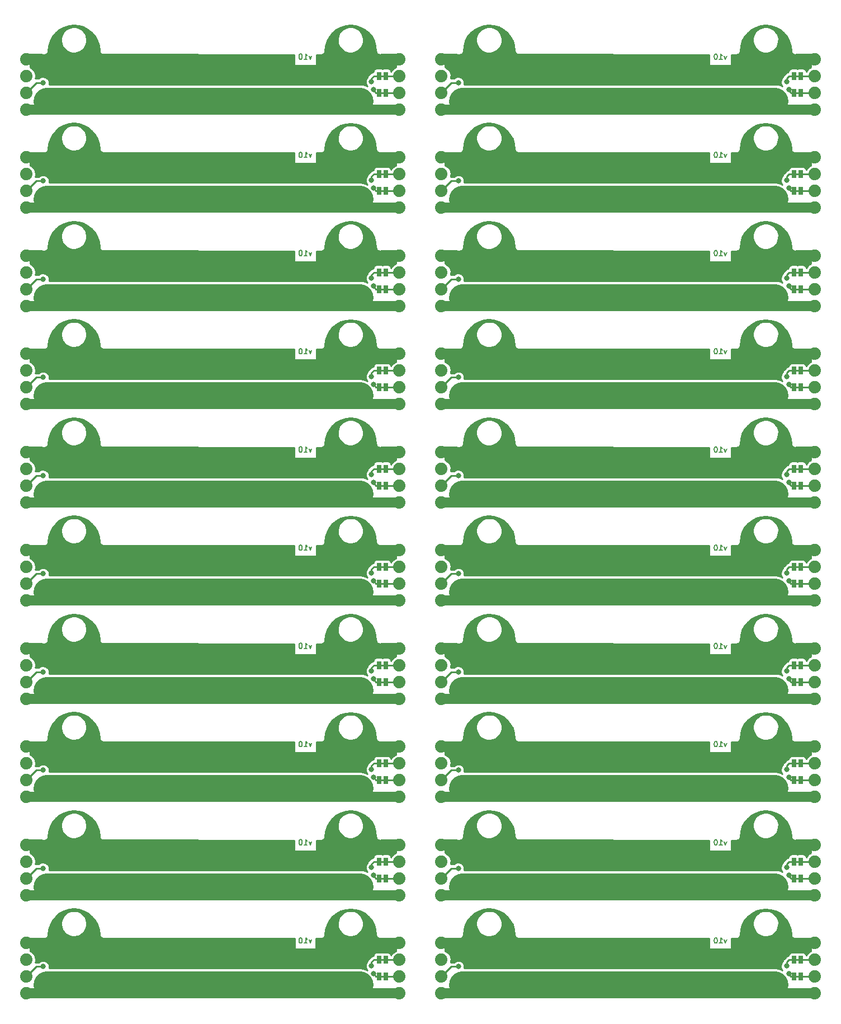
<source format=gbr>
G04 #@! TF.FileFunction,Copper,L2,Bot,Signal*
%FSLAX46Y46*%
G04 Gerber Fmt 4.6, Leading zero omitted, Abs format (unit mm)*
G04 Created by KiCad (PCBNEW 4.0.6) date 08/21/17 14:20:25*
%MOMM*%
%LPD*%
G01*
G04 APERTURE LIST*
%ADD10C,0.100000*%
%ADD11C,0.203200*%
%ADD12C,0.254000*%
%ADD13R,0.635000X1.270000*%
%ADD14C,1.879600*%
%ADD15C,0.800000*%
%ADD16C,0.406400*%
%ADD17C,1.524000*%
%ADD18C,4.064000*%
G04 APERTURE END LIST*
D10*
D11*
X128678819Y-36554229D02*
X128485295Y-37096095D01*
X128291771Y-36554229D01*
X127556381Y-37096095D02*
X128020838Y-37096095D01*
X127788609Y-37096095D02*
X127788609Y-36283295D01*
X127866019Y-36399410D01*
X127943428Y-36476819D01*
X128020838Y-36515524D01*
X127053219Y-36283295D02*
X126975810Y-36283295D01*
X126898400Y-36322000D01*
X126859695Y-36360705D01*
X126820991Y-36438114D01*
X126782286Y-36592933D01*
X126782286Y-36786457D01*
X126820991Y-36941276D01*
X126859695Y-37018686D01*
X126898400Y-37057390D01*
X126975810Y-37096095D01*
X127053219Y-37096095D01*
X127130629Y-37057390D01*
X127169333Y-37018686D01*
X127208038Y-36941276D01*
X127246743Y-36786457D01*
X127246743Y-36592933D01*
X127208038Y-36438114D01*
X127169333Y-36360705D01*
X127130629Y-36322000D01*
X127053219Y-36283295D01*
X128678819Y-21695229D02*
X128485295Y-22237095D01*
X128291771Y-21695229D01*
X127556381Y-22237095D02*
X128020838Y-22237095D01*
X127788609Y-22237095D02*
X127788609Y-21424295D01*
X127866019Y-21540410D01*
X127943428Y-21617819D01*
X128020838Y-21656524D01*
X127053219Y-21424295D02*
X126975810Y-21424295D01*
X126898400Y-21463000D01*
X126859695Y-21501705D01*
X126820991Y-21579114D01*
X126782286Y-21733933D01*
X126782286Y-21927457D01*
X126820991Y-22082276D01*
X126859695Y-22159686D01*
X126898400Y-22198390D01*
X126975810Y-22237095D01*
X127053219Y-22237095D01*
X127130629Y-22198390D01*
X127169333Y-22159686D01*
X127208038Y-22082276D01*
X127246743Y-21927457D01*
X127246743Y-21733933D01*
X127208038Y-21579114D01*
X127169333Y-21501705D01*
X127130629Y-21463000D01*
X127053219Y-21424295D01*
X128678819Y-51413229D02*
X128485295Y-51955095D01*
X128291771Y-51413229D01*
X127556381Y-51955095D02*
X128020838Y-51955095D01*
X127788609Y-51955095D02*
X127788609Y-51142295D01*
X127866019Y-51258410D01*
X127943428Y-51335819D01*
X128020838Y-51374524D01*
X127053219Y-51142295D02*
X126975810Y-51142295D01*
X126898400Y-51181000D01*
X126859695Y-51219705D01*
X126820991Y-51297114D01*
X126782286Y-51451933D01*
X126782286Y-51645457D01*
X126820991Y-51800276D01*
X126859695Y-51877686D01*
X126898400Y-51916390D01*
X126975810Y-51955095D01*
X127053219Y-51955095D01*
X127130629Y-51916390D01*
X127169333Y-51877686D01*
X127208038Y-51800276D01*
X127246743Y-51645457D01*
X127246743Y-51451933D01*
X127208038Y-51297114D01*
X127169333Y-51219705D01*
X127130629Y-51181000D01*
X127053219Y-51142295D01*
X128678819Y-66272229D02*
X128485295Y-66814095D01*
X128291771Y-66272229D01*
X127556381Y-66814095D02*
X128020838Y-66814095D01*
X127788609Y-66814095D02*
X127788609Y-66001295D01*
X127866019Y-66117410D01*
X127943428Y-66194819D01*
X128020838Y-66233524D01*
X127053219Y-66001295D02*
X126975810Y-66001295D01*
X126898400Y-66040000D01*
X126859695Y-66078705D01*
X126820991Y-66156114D01*
X126782286Y-66310933D01*
X126782286Y-66504457D01*
X126820991Y-66659276D01*
X126859695Y-66736686D01*
X126898400Y-66775390D01*
X126975810Y-66814095D01*
X127053219Y-66814095D01*
X127130629Y-66775390D01*
X127169333Y-66736686D01*
X127208038Y-66659276D01*
X127246743Y-66504457D01*
X127246743Y-66310933D01*
X127208038Y-66156114D01*
X127169333Y-66078705D01*
X127130629Y-66040000D01*
X127053219Y-66001295D01*
X128678819Y-95990229D02*
X128485295Y-96532095D01*
X128291771Y-95990229D01*
X127556381Y-96532095D02*
X128020838Y-96532095D01*
X127788609Y-96532095D02*
X127788609Y-95719295D01*
X127866019Y-95835410D01*
X127943428Y-95912819D01*
X128020838Y-95951524D01*
X127053219Y-95719295D02*
X126975810Y-95719295D01*
X126898400Y-95758000D01*
X126859695Y-95796705D01*
X126820991Y-95874114D01*
X126782286Y-96028933D01*
X126782286Y-96222457D01*
X126820991Y-96377276D01*
X126859695Y-96454686D01*
X126898400Y-96493390D01*
X126975810Y-96532095D01*
X127053219Y-96532095D01*
X127130629Y-96493390D01*
X127169333Y-96454686D01*
X127208038Y-96377276D01*
X127246743Y-96222457D01*
X127246743Y-96028933D01*
X127208038Y-95874114D01*
X127169333Y-95796705D01*
X127130629Y-95758000D01*
X127053219Y-95719295D01*
X128678819Y-81131229D02*
X128485295Y-81673095D01*
X128291771Y-81131229D01*
X127556381Y-81673095D02*
X128020838Y-81673095D01*
X127788609Y-81673095D02*
X127788609Y-80860295D01*
X127866019Y-80976410D01*
X127943428Y-81053819D01*
X128020838Y-81092524D01*
X127053219Y-80860295D02*
X126975810Y-80860295D01*
X126898400Y-80899000D01*
X126859695Y-80937705D01*
X126820991Y-81015114D01*
X126782286Y-81169933D01*
X126782286Y-81363457D01*
X126820991Y-81518276D01*
X126859695Y-81595686D01*
X126898400Y-81634390D01*
X126975810Y-81673095D01*
X127053219Y-81673095D01*
X127130629Y-81634390D01*
X127169333Y-81595686D01*
X127208038Y-81518276D01*
X127246743Y-81363457D01*
X127246743Y-81169933D01*
X127208038Y-81015114D01*
X127169333Y-80937705D01*
X127130629Y-80899000D01*
X127053219Y-80860295D01*
X128678819Y-110849229D02*
X128485295Y-111391095D01*
X128291771Y-110849229D01*
X127556381Y-111391095D02*
X128020838Y-111391095D01*
X127788609Y-111391095D02*
X127788609Y-110578295D01*
X127866019Y-110694410D01*
X127943428Y-110771819D01*
X128020838Y-110810524D01*
X127053219Y-110578295D02*
X126975810Y-110578295D01*
X126898400Y-110617000D01*
X126859695Y-110655705D01*
X126820991Y-110733114D01*
X126782286Y-110887933D01*
X126782286Y-111081457D01*
X126820991Y-111236276D01*
X126859695Y-111313686D01*
X126898400Y-111352390D01*
X126975810Y-111391095D01*
X127053219Y-111391095D01*
X127130629Y-111352390D01*
X127169333Y-111313686D01*
X127208038Y-111236276D01*
X127246743Y-111081457D01*
X127246743Y-110887933D01*
X127208038Y-110733114D01*
X127169333Y-110655705D01*
X127130629Y-110617000D01*
X127053219Y-110578295D01*
X128678819Y-125708229D02*
X128485295Y-126250095D01*
X128291771Y-125708229D01*
X127556381Y-126250095D02*
X128020838Y-126250095D01*
X127788609Y-126250095D02*
X127788609Y-125437295D01*
X127866019Y-125553410D01*
X127943428Y-125630819D01*
X128020838Y-125669524D01*
X127053219Y-125437295D02*
X126975810Y-125437295D01*
X126898400Y-125476000D01*
X126859695Y-125514705D01*
X126820991Y-125592114D01*
X126782286Y-125746933D01*
X126782286Y-125940457D01*
X126820991Y-126095276D01*
X126859695Y-126172686D01*
X126898400Y-126211390D01*
X126975810Y-126250095D01*
X127053219Y-126250095D01*
X127130629Y-126211390D01*
X127169333Y-126172686D01*
X127208038Y-126095276D01*
X127246743Y-125940457D01*
X127246743Y-125746933D01*
X127208038Y-125592114D01*
X127169333Y-125514705D01*
X127130629Y-125476000D01*
X127053219Y-125437295D01*
X128678819Y-140567229D02*
X128485295Y-141109095D01*
X128291771Y-140567229D01*
X127556381Y-141109095D02*
X128020838Y-141109095D01*
X127788609Y-141109095D02*
X127788609Y-140296295D01*
X127866019Y-140412410D01*
X127943428Y-140489819D01*
X128020838Y-140528524D01*
X127053219Y-140296295D02*
X126975810Y-140296295D01*
X126898400Y-140335000D01*
X126859695Y-140373705D01*
X126820991Y-140451114D01*
X126782286Y-140605933D01*
X126782286Y-140799457D01*
X126820991Y-140954276D01*
X126859695Y-141031686D01*
X126898400Y-141070390D01*
X126975810Y-141109095D01*
X127053219Y-141109095D01*
X127130629Y-141070390D01*
X127169333Y-141031686D01*
X127208038Y-140954276D01*
X127246743Y-140799457D01*
X127246743Y-140605933D01*
X127208038Y-140451114D01*
X127169333Y-140373705D01*
X127130629Y-140335000D01*
X127053219Y-140296295D01*
X128678819Y-155426229D02*
X128485295Y-155968095D01*
X128291771Y-155426229D01*
X127556381Y-155968095D02*
X128020838Y-155968095D01*
X127788609Y-155968095D02*
X127788609Y-155155295D01*
X127866019Y-155271410D01*
X127943428Y-155348819D01*
X128020838Y-155387524D01*
X127053219Y-155155295D02*
X126975810Y-155155295D01*
X126898400Y-155194000D01*
X126859695Y-155232705D01*
X126820991Y-155310114D01*
X126782286Y-155464933D01*
X126782286Y-155658457D01*
X126820991Y-155813276D01*
X126859695Y-155890686D01*
X126898400Y-155929390D01*
X126975810Y-155968095D01*
X127053219Y-155968095D01*
X127130629Y-155929390D01*
X127169333Y-155890686D01*
X127208038Y-155813276D01*
X127246743Y-155658457D01*
X127246743Y-155464933D01*
X127208038Y-155310114D01*
X127169333Y-155232705D01*
X127130629Y-155194000D01*
X127053219Y-155155295D01*
X65813819Y-21695229D02*
X65620295Y-22237095D01*
X65426771Y-21695229D01*
X64691381Y-22237095D02*
X65155838Y-22237095D01*
X64923609Y-22237095D02*
X64923609Y-21424295D01*
X65001019Y-21540410D01*
X65078428Y-21617819D01*
X65155838Y-21656524D01*
X64188219Y-21424295D02*
X64110810Y-21424295D01*
X64033400Y-21463000D01*
X63994695Y-21501705D01*
X63955991Y-21579114D01*
X63917286Y-21733933D01*
X63917286Y-21927457D01*
X63955991Y-22082276D01*
X63994695Y-22159686D01*
X64033400Y-22198390D01*
X64110810Y-22237095D01*
X64188219Y-22237095D01*
X64265629Y-22198390D01*
X64304333Y-22159686D01*
X64343038Y-22082276D01*
X64381743Y-21927457D01*
X64381743Y-21733933D01*
X64343038Y-21579114D01*
X64304333Y-21501705D01*
X64265629Y-21463000D01*
X64188219Y-21424295D01*
X65813819Y-36554229D02*
X65620295Y-37096095D01*
X65426771Y-36554229D01*
X64691381Y-37096095D02*
X65155838Y-37096095D01*
X64923609Y-37096095D02*
X64923609Y-36283295D01*
X65001019Y-36399410D01*
X65078428Y-36476819D01*
X65155838Y-36515524D01*
X64188219Y-36283295D02*
X64110810Y-36283295D01*
X64033400Y-36322000D01*
X63994695Y-36360705D01*
X63955991Y-36438114D01*
X63917286Y-36592933D01*
X63917286Y-36786457D01*
X63955991Y-36941276D01*
X63994695Y-37018686D01*
X64033400Y-37057390D01*
X64110810Y-37096095D01*
X64188219Y-37096095D01*
X64265629Y-37057390D01*
X64304333Y-37018686D01*
X64343038Y-36941276D01*
X64381743Y-36786457D01*
X64381743Y-36592933D01*
X64343038Y-36438114D01*
X64304333Y-36360705D01*
X64265629Y-36322000D01*
X64188219Y-36283295D01*
X65813819Y-51413229D02*
X65620295Y-51955095D01*
X65426771Y-51413229D01*
X64691381Y-51955095D02*
X65155838Y-51955095D01*
X64923609Y-51955095D02*
X64923609Y-51142295D01*
X65001019Y-51258410D01*
X65078428Y-51335819D01*
X65155838Y-51374524D01*
X64188219Y-51142295D02*
X64110810Y-51142295D01*
X64033400Y-51181000D01*
X63994695Y-51219705D01*
X63955991Y-51297114D01*
X63917286Y-51451933D01*
X63917286Y-51645457D01*
X63955991Y-51800276D01*
X63994695Y-51877686D01*
X64033400Y-51916390D01*
X64110810Y-51955095D01*
X64188219Y-51955095D01*
X64265629Y-51916390D01*
X64304333Y-51877686D01*
X64343038Y-51800276D01*
X64381743Y-51645457D01*
X64381743Y-51451933D01*
X64343038Y-51297114D01*
X64304333Y-51219705D01*
X64265629Y-51181000D01*
X64188219Y-51142295D01*
X65813819Y-66272229D02*
X65620295Y-66814095D01*
X65426771Y-66272229D01*
X64691381Y-66814095D02*
X65155838Y-66814095D01*
X64923609Y-66814095D02*
X64923609Y-66001295D01*
X65001019Y-66117410D01*
X65078428Y-66194819D01*
X65155838Y-66233524D01*
X64188219Y-66001295D02*
X64110810Y-66001295D01*
X64033400Y-66040000D01*
X63994695Y-66078705D01*
X63955991Y-66156114D01*
X63917286Y-66310933D01*
X63917286Y-66504457D01*
X63955991Y-66659276D01*
X63994695Y-66736686D01*
X64033400Y-66775390D01*
X64110810Y-66814095D01*
X64188219Y-66814095D01*
X64265629Y-66775390D01*
X64304333Y-66736686D01*
X64343038Y-66659276D01*
X64381743Y-66504457D01*
X64381743Y-66310933D01*
X64343038Y-66156114D01*
X64304333Y-66078705D01*
X64265629Y-66040000D01*
X64188219Y-66001295D01*
X65813819Y-81131229D02*
X65620295Y-81673095D01*
X65426771Y-81131229D01*
X64691381Y-81673095D02*
X65155838Y-81673095D01*
X64923609Y-81673095D02*
X64923609Y-80860295D01*
X65001019Y-80976410D01*
X65078428Y-81053819D01*
X65155838Y-81092524D01*
X64188219Y-80860295D02*
X64110810Y-80860295D01*
X64033400Y-80899000D01*
X63994695Y-80937705D01*
X63955991Y-81015114D01*
X63917286Y-81169933D01*
X63917286Y-81363457D01*
X63955991Y-81518276D01*
X63994695Y-81595686D01*
X64033400Y-81634390D01*
X64110810Y-81673095D01*
X64188219Y-81673095D01*
X64265629Y-81634390D01*
X64304333Y-81595686D01*
X64343038Y-81518276D01*
X64381743Y-81363457D01*
X64381743Y-81169933D01*
X64343038Y-81015114D01*
X64304333Y-80937705D01*
X64265629Y-80899000D01*
X64188219Y-80860295D01*
X65813819Y-95990229D02*
X65620295Y-96532095D01*
X65426771Y-95990229D01*
X64691381Y-96532095D02*
X65155838Y-96532095D01*
X64923609Y-96532095D02*
X64923609Y-95719295D01*
X65001019Y-95835410D01*
X65078428Y-95912819D01*
X65155838Y-95951524D01*
X64188219Y-95719295D02*
X64110810Y-95719295D01*
X64033400Y-95758000D01*
X63994695Y-95796705D01*
X63955991Y-95874114D01*
X63917286Y-96028933D01*
X63917286Y-96222457D01*
X63955991Y-96377276D01*
X63994695Y-96454686D01*
X64033400Y-96493390D01*
X64110810Y-96532095D01*
X64188219Y-96532095D01*
X64265629Y-96493390D01*
X64304333Y-96454686D01*
X64343038Y-96377276D01*
X64381743Y-96222457D01*
X64381743Y-96028933D01*
X64343038Y-95874114D01*
X64304333Y-95796705D01*
X64265629Y-95758000D01*
X64188219Y-95719295D01*
X65813819Y-110849229D02*
X65620295Y-111391095D01*
X65426771Y-110849229D01*
X64691381Y-111391095D02*
X65155838Y-111391095D01*
X64923609Y-111391095D02*
X64923609Y-110578295D01*
X65001019Y-110694410D01*
X65078428Y-110771819D01*
X65155838Y-110810524D01*
X64188219Y-110578295D02*
X64110810Y-110578295D01*
X64033400Y-110617000D01*
X63994695Y-110655705D01*
X63955991Y-110733114D01*
X63917286Y-110887933D01*
X63917286Y-111081457D01*
X63955991Y-111236276D01*
X63994695Y-111313686D01*
X64033400Y-111352390D01*
X64110810Y-111391095D01*
X64188219Y-111391095D01*
X64265629Y-111352390D01*
X64304333Y-111313686D01*
X64343038Y-111236276D01*
X64381743Y-111081457D01*
X64381743Y-110887933D01*
X64343038Y-110733114D01*
X64304333Y-110655705D01*
X64265629Y-110617000D01*
X64188219Y-110578295D01*
X65813819Y-125708229D02*
X65620295Y-126250095D01*
X65426771Y-125708229D01*
X64691381Y-126250095D02*
X65155838Y-126250095D01*
X64923609Y-126250095D02*
X64923609Y-125437295D01*
X65001019Y-125553410D01*
X65078428Y-125630819D01*
X65155838Y-125669524D01*
X64188219Y-125437295D02*
X64110810Y-125437295D01*
X64033400Y-125476000D01*
X63994695Y-125514705D01*
X63955991Y-125592114D01*
X63917286Y-125746933D01*
X63917286Y-125940457D01*
X63955991Y-126095276D01*
X63994695Y-126172686D01*
X64033400Y-126211390D01*
X64110810Y-126250095D01*
X64188219Y-126250095D01*
X64265629Y-126211390D01*
X64304333Y-126172686D01*
X64343038Y-126095276D01*
X64381743Y-125940457D01*
X64381743Y-125746933D01*
X64343038Y-125592114D01*
X64304333Y-125514705D01*
X64265629Y-125476000D01*
X64188219Y-125437295D01*
X65813819Y-140567229D02*
X65620295Y-141109095D01*
X65426771Y-140567229D01*
X64691381Y-141109095D02*
X65155838Y-141109095D01*
X64923609Y-141109095D02*
X64923609Y-140296295D01*
X65001019Y-140412410D01*
X65078428Y-140489819D01*
X65155838Y-140528524D01*
X64188219Y-140296295D02*
X64110810Y-140296295D01*
X64033400Y-140335000D01*
X63994695Y-140373705D01*
X63955991Y-140451114D01*
X63917286Y-140605933D01*
X63917286Y-140799457D01*
X63955991Y-140954276D01*
X63994695Y-141031686D01*
X64033400Y-141070390D01*
X64110810Y-141109095D01*
X64188219Y-141109095D01*
X64265629Y-141070390D01*
X64304333Y-141031686D01*
X64343038Y-140954276D01*
X64381743Y-140799457D01*
X64381743Y-140605933D01*
X64343038Y-140451114D01*
X64304333Y-140373705D01*
X64265629Y-140335000D01*
X64188219Y-140296295D01*
X65813819Y-155426229D02*
X65620295Y-155968095D01*
X65426771Y-155426229D01*
X64691381Y-155968095D02*
X65155838Y-155968095D01*
X64923609Y-155968095D02*
X64923609Y-155155295D01*
X65001019Y-155271410D01*
X65078428Y-155348819D01*
X65155838Y-155387524D01*
X64188219Y-155155295D02*
X64110810Y-155155295D01*
X64033400Y-155194000D01*
X63994695Y-155232705D01*
X63955991Y-155310114D01*
X63917286Y-155464933D01*
X63917286Y-155658457D01*
X63955991Y-155813276D01*
X63994695Y-155890686D01*
X64033400Y-155929390D01*
X64110810Y-155968095D01*
X64188219Y-155968095D01*
X64265629Y-155929390D01*
X64304333Y-155890686D01*
X64343038Y-155813276D01*
X64381743Y-155658457D01*
X64381743Y-155464933D01*
X64343038Y-155310114D01*
X64304333Y-155232705D01*
X64265629Y-155194000D01*
X64188219Y-155155295D01*
D12*
X138861800Y-24765000D02*
X139877800Y-24765000D01*
X138861800Y-42164000D02*
X139877800Y-42164000D01*
X138861800Y-39624000D02*
X139877800Y-39624000D01*
X138861800Y-57023000D02*
X139877800Y-57023000D01*
X138861800Y-54483000D02*
X139877800Y-54483000D01*
X138861800Y-27305000D02*
X139877800Y-27305000D01*
X138861800Y-71882000D02*
X139877800Y-71882000D01*
X138861800Y-86741000D02*
X139877800Y-86741000D01*
X138861800Y-69342000D02*
X139877800Y-69342000D01*
X138861800Y-101600000D02*
X139877800Y-101600000D01*
X138861800Y-84201000D02*
X139877800Y-84201000D01*
X138861800Y-99060000D02*
X139877800Y-99060000D01*
X138861800Y-146177000D02*
X139877800Y-146177000D01*
X138861800Y-158496000D02*
X139877800Y-158496000D01*
X138861800Y-161036000D02*
X139877800Y-161036000D01*
X138861800Y-143637000D02*
X139877800Y-143637000D01*
X138861800Y-116459000D02*
X139877800Y-116459000D01*
X138861800Y-113919000D02*
X139877800Y-113919000D01*
X138861800Y-131318000D02*
X139877800Y-131318000D01*
X138861800Y-128778000D02*
X139877800Y-128778000D01*
X75996800Y-24765000D02*
X77012800Y-24765000D01*
X75996800Y-27305000D02*
X77012800Y-27305000D01*
X75996800Y-39624000D02*
X77012800Y-39624000D01*
X75996800Y-42164000D02*
X77012800Y-42164000D01*
X75996800Y-54483000D02*
X77012800Y-54483000D01*
X75996800Y-57023000D02*
X77012800Y-57023000D01*
X75996800Y-69342000D02*
X77012800Y-69342000D01*
X75996800Y-71882000D02*
X77012800Y-71882000D01*
X75996800Y-84201000D02*
X77012800Y-84201000D01*
X75996800Y-86741000D02*
X77012800Y-86741000D01*
X75996800Y-99060000D02*
X77012800Y-99060000D01*
X75996800Y-101600000D02*
X77012800Y-101600000D01*
X75996800Y-113919000D02*
X77012800Y-113919000D01*
X75996800Y-116459000D02*
X77012800Y-116459000D01*
X75996800Y-128778000D02*
X77012800Y-128778000D01*
X75996800Y-131318000D02*
X77012800Y-131318000D01*
X75996800Y-143637000D02*
X77012800Y-143637000D01*
X75996800Y-146177000D02*
X77012800Y-146177000D01*
X75996800Y-161036000D02*
X77012800Y-161036000D01*
X75996800Y-158496000D02*
X77012800Y-158496000D01*
D13*
X139877800Y-24765000D03*
X138861800Y-24765000D03*
X139877800Y-42164000D03*
X138861800Y-42164000D03*
X139877800Y-39624000D03*
X138861800Y-39624000D03*
X139877800Y-57023000D03*
X138861800Y-57023000D03*
X139877800Y-54483000D03*
X138861800Y-54483000D03*
X139877800Y-27305000D03*
X138861800Y-27305000D03*
X139877800Y-71882000D03*
X138861800Y-71882000D03*
X139877800Y-86741000D03*
X138861800Y-86741000D03*
X139877800Y-69342000D03*
X138861800Y-69342000D03*
X139877800Y-101600000D03*
X138861800Y-101600000D03*
X139877800Y-84201000D03*
X138861800Y-84201000D03*
X139877800Y-99060000D03*
X138861800Y-99060000D03*
X139877800Y-146177000D03*
X138861800Y-146177000D03*
X139877800Y-158496000D03*
X138861800Y-158496000D03*
X139877800Y-161036000D03*
X138861800Y-161036000D03*
X139877800Y-143637000D03*
X138861800Y-143637000D03*
X139877800Y-116459000D03*
X138861800Y-116459000D03*
X139877800Y-113919000D03*
X138861800Y-113919000D03*
X139877800Y-131318000D03*
X138861800Y-131318000D03*
X139877800Y-128778000D03*
X138861800Y-128778000D03*
D14*
X85471000Y-22225000D03*
X85471000Y-24765000D03*
X85471000Y-27305000D03*
X85471000Y-29845000D03*
X85471000Y-37084000D03*
X85471000Y-39624000D03*
X85471000Y-42164000D03*
X85471000Y-44704000D03*
X85471000Y-51943000D03*
X85471000Y-54483000D03*
X85471000Y-57023000D03*
X85471000Y-59563000D03*
X85471000Y-66802000D03*
X85471000Y-69342000D03*
X85471000Y-71882000D03*
X85471000Y-74422000D03*
X141986000Y-22225000D03*
X141986000Y-24765000D03*
X141986000Y-27305000D03*
X141986000Y-29845000D03*
X141986000Y-37084000D03*
X141986000Y-39624000D03*
X141986000Y-42164000D03*
X141986000Y-44704000D03*
X141986000Y-66802000D03*
X141986000Y-69342000D03*
X141986000Y-71882000D03*
X141986000Y-74422000D03*
X141986000Y-51943000D03*
X141986000Y-54483000D03*
X141986000Y-57023000D03*
X141986000Y-59563000D03*
X141986000Y-81661000D03*
X141986000Y-84201000D03*
X141986000Y-86741000D03*
X141986000Y-89281000D03*
X85471000Y-81661000D03*
X85471000Y-84201000D03*
X85471000Y-86741000D03*
X85471000Y-89281000D03*
X85471000Y-96520000D03*
X85471000Y-99060000D03*
X85471000Y-101600000D03*
X85471000Y-104140000D03*
X141986000Y-96520000D03*
X141986000Y-99060000D03*
X141986000Y-101600000D03*
X141986000Y-104140000D03*
X141986000Y-111379000D03*
X141986000Y-113919000D03*
X141986000Y-116459000D03*
X141986000Y-118999000D03*
X85471000Y-111379000D03*
X85471000Y-113919000D03*
X85471000Y-116459000D03*
X85471000Y-118999000D03*
X85471000Y-126238000D03*
X85471000Y-128778000D03*
X85471000Y-131318000D03*
X85471000Y-133858000D03*
X141986000Y-126238000D03*
X141986000Y-128778000D03*
X141986000Y-131318000D03*
X141986000Y-133858000D03*
X141986000Y-141097000D03*
X141986000Y-143637000D03*
X141986000Y-146177000D03*
X141986000Y-148717000D03*
X141986000Y-155956000D03*
X141986000Y-158496000D03*
X141986000Y-161036000D03*
X141986000Y-163576000D03*
X85471000Y-141097000D03*
X85471000Y-143637000D03*
X85471000Y-146177000D03*
X85471000Y-148717000D03*
X85471000Y-155956000D03*
X85471000Y-158496000D03*
X85471000Y-161036000D03*
X85471000Y-163576000D03*
D13*
X77012800Y-24765000D03*
X75996800Y-24765000D03*
X77012800Y-27305000D03*
X75996800Y-27305000D03*
D14*
X79121000Y-22225000D03*
X79121000Y-24765000D03*
X79121000Y-27305000D03*
X79121000Y-29845000D03*
X22606000Y-22225000D03*
X22606000Y-24765000D03*
X22606000Y-27305000D03*
X22606000Y-29845000D03*
D13*
X77012800Y-39624000D03*
X75996800Y-39624000D03*
X77012800Y-42164000D03*
X75996800Y-42164000D03*
D14*
X79121000Y-37084000D03*
X79121000Y-39624000D03*
X79121000Y-42164000D03*
X79121000Y-44704000D03*
X22606000Y-37084000D03*
X22606000Y-39624000D03*
X22606000Y-42164000D03*
X22606000Y-44704000D03*
D13*
X77012800Y-54483000D03*
X75996800Y-54483000D03*
X77012800Y-57023000D03*
X75996800Y-57023000D03*
D14*
X79121000Y-51943000D03*
X79121000Y-54483000D03*
X79121000Y-57023000D03*
X79121000Y-59563000D03*
X22606000Y-51943000D03*
X22606000Y-54483000D03*
X22606000Y-57023000D03*
X22606000Y-59563000D03*
D13*
X77012800Y-69342000D03*
X75996800Y-69342000D03*
X77012800Y-71882000D03*
X75996800Y-71882000D03*
D14*
X79121000Y-66802000D03*
X79121000Y-69342000D03*
X79121000Y-71882000D03*
X79121000Y-74422000D03*
X22606000Y-66802000D03*
X22606000Y-69342000D03*
X22606000Y-71882000D03*
X22606000Y-74422000D03*
D13*
X77012800Y-84201000D03*
X75996800Y-84201000D03*
X77012800Y-86741000D03*
X75996800Y-86741000D03*
D14*
X79121000Y-81661000D03*
X79121000Y-84201000D03*
X79121000Y-86741000D03*
X79121000Y-89281000D03*
X22606000Y-81661000D03*
X22606000Y-84201000D03*
X22606000Y-86741000D03*
X22606000Y-89281000D03*
D13*
X77012800Y-99060000D03*
X75996800Y-99060000D03*
X77012800Y-101600000D03*
X75996800Y-101600000D03*
D14*
X79121000Y-96520000D03*
X79121000Y-99060000D03*
X79121000Y-101600000D03*
X79121000Y-104140000D03*
X22606000Y-96520000D03*
X22606000Y-99060000D03*
X22606000Y-101600000D03*
X22606000Y-104140000D03*
D13*
X77012800Y-113919000D03*
X75996800Y-113919000D03*
X77012800Y-116459000D03*
X75996800Y-116459000D03*
D14*
X79121000Y-111379000D03*
X79121000Y-113919000D03*
X79121000Y-116459000D03*
X79121000Y-118999000D03*
X22606000Y-111379000D03*
X22606000Y-113919000D03*
X22606000Y-116459000D03*
X22606000Y-118999000D03*
D13*
X77012800Y-128778000D03*
X75996800Y-128778000D03*
X77012800Y-131318000D03*
X75996800Y-131318000D03*
D14*
X79121000Y-126238000D03*
X79121000Y-128778000D03*
X79121000Y-131318000D03*
X79121000Y-133858000D03*
X22606000Y-126238000D03*
X22606000Y-128778000D03*
X22606000Y-131318000D03*
X22606000Y-133858000D03*
D13*
X77012800Y-143637000D03*
X75996800Y-143637000D03*
X77012800Y-146177000D03*
X75996800Y-146177000D03*
D14*
X79121000Y-141097000D03*
X79121000Y-143637000D03*
X79121000Y-146177000D03*
X79121000Y-148717000D03*
X22606000Y-141097000D03*
X22606000Y-143637000D03*
X22606000Y-146177000D03*
X22606000Y-148717000D03*
D13*
X77012800Y-161036000D03*
X75996800Y-161036000D03*
X77012800Y-158496000D03*
X75996800Y-158496000D03*
D14*
X22606000Y-155956000D03*
X22606000Y-158496000D03*
X22606000Y-161036000D03*
X22606000Y-163576000D03*
X79121000Y-155956000D03*
X79121000Y-158496000D03*
X79121000Y-161036000D03*
X79121000Y-163576000D03*
D15*
X92684600Y-38887400D03*
X103886000Y-40259000D03*
X89916000Y-40259000D03*
X131826000Y-25400000D03*
X134569200Y-24028400D03*
X106654600Y-53746400D03*
X103886000Y-55118000D03*
X103886000Y-69977000D03*
X117856000Y-25400000D03*
X120599200Y-24028400D03*
X120599200Y-38887400D03*
X117856000Y-40259000D03*
X89916000Y-55118000D03*
X92684600Y-53746400D03*
X92684600Y-24028400D03*
X106654600Y-24028400D03*
X103886000Y-25400000D03*
X89916000Y-25400000D03*
X106654600Y-38887400D03*
X117856000Y-55118000D03*
X120599200Y-53746400D03*
X134569200Y-53746400D03*
X131826000Y-55118000D03*
X134569200Y-68605400D03*
X131826000Y-69977000D03*
X131826000Y-40259000D03*
X134569200Y-38887400D03*
X120599200Y-68605400D03*
X106654600Y-68605400D03*
X117856000Y-69977000D03*
X120599200Y-83464400D03*
X103886000Y-84836000D03*
X106654600Y-83464400D03*
X117856000Y-84836000D03*
X89916000Y-69977000D03*
X92684600Y-68605400D03*
X103886000Y-99695000D03*
X106654600Y-98323400D03*
X89916000Y-84836000D03*
X92684600Y-83464400D03*
X92684600Y-98323400D03*
X89916000Y-99695000D03*
X92684600Y-113182400D03*
X89916000Y-114554000D03*
X106654600Y-113182400D03*
X103886000Y-114554000D03*
X134569200Y-83464400D03*
X131826000Y-84836000D03*
X134569200Y-98323400D03*
X131826000Y-99695000D03*
X131826000Y-114554000D03*
X134569200Y-113182400D03*
X120599200Y-98323400D03*
X117856000Y-99695000D03*
X120599200Y-113182400D03*
X117856000Y-114554000D03*
X134569200Y-128041400D03*
X89916000Y-129413000D03*
X92684600Y-128041400D03*
X106654600Y-128041400D03*
X103886000Y-129413000D03*
X89916000Y-144272000D03*
X92684600Y-142900400D03*
X106654600Y-157759400D03*
X103886000Y-159131000D03*
X103886000Y-144272000D03*
X106654600Y-142900400D03*
X92684600Y-157759400D03*
X89916000Y-159131000D03*
X120599200Y-128041400D03*
X117856000Y-129413000D03*
X131826000Y-129413000D03*
X131826000Y-144272000D03*
X134569200Y-142900400D03*
X131826000Y-159131000D03*
X134569200Y-157759400D03*
X117856000Y-159131000D03*
X120599200Y-157759400D03*
X117856000Y-144272000D03*
X120599200Y-142900400D03*
X71704200Y-24028400D03*
X68961000Y-25400000D03*
X43789600Y-24028400D03*
X54991000Y-25400000D03*
X57734200Y-24028400D03*
X41021000Y-25400000D03*
X27051000Y-25400000D03*
X29819600Y-24028400D03*
X71704200Y-38887400D03*
X68961000Y-40259000D03*
X43789600Y-38887400D03*
X54991000Y-40259000D03*
X57734200Y-38887400D03*
X41021000Y-40259000D03*
X27051000Y-40259000D03*
X29819600Y-38887400D03*
X71704200Y-53746400D03*
X68961000Y-55118000D03*
X43789600Y-53746400D03*
X54991000Y-55118000D03*
X57734200Y-53746400D03*
X41021000Y-55118000D03*
X27051000Y-55118000D03*
X29819600Y-53746400D03*
X71704200Y-68605400D03*
X68961000Y-69977000D03*
X43789600Y-68605400D03*
X54991000Y-69977000D03*
X57734200Y-68605400D03*
X41021000Y-69977000D03*
X27051000Y-69977000D03*
X29819600Y-68605400D03*
X71704200Y-83464400D03*
X68961000Y-84836000D03*
X43789600Y-83464400D03*
X54991000Y-84836000D03*
X57734200Y-83464400D03*
X41021000Y-84836000D03*
X27051000Y-84836000D03*
X29819600Y-83464400D03*
X71704200Y-98323400D03*
X68961000Y-99695000D03*
X43789600Y-98323400D03*
X54991000Y-99695000D03*
X57734200Y-98323400D03*
X41021000Y-99695000D03*
X27051000Y-99695000D03*
X29819600Y-98323400D03*
X71704200Y-113182400D03*
X68961000Y-114554000D03*
X43789600Y-113182400D03*
X54991000Y-114554000D03*
X57734200Y-113182400D03*
X41021000Y-114554000D03*
X27051000Y-114554000D03*
X29819600Y-113182400D03*
X71704200Y-128041400D03*
X68961000Y-129413000D03*
X43789600Y-128041400D03*
X54991000Y-129413000D03*
X57734200Y-128041400D03*
X41021000Y-129413000D03*
X27051000Y-129413000D03*
X29819600Y-128041400D03*
X71704200Y-142900400D03*
X68961000Y-144272000D03*
X43789600Y-142900400D03*
X54991000Y-144272000D03*
X57734200Y-142900400D03*
X41021000Y-144272000D03*
X27051000Y-144272000D03*
X29819600Y-142900400D03*
X29819600Y-157759400D03*
X71704200Y-157759400D03*
X27051000Y-159131000D03*
X68961000Y-159131000D03*
X54991000Y-159131000D03*
X41021000Y-159131000D03*
X57734200Y-157759400D03*
X43789600Y-157759400D03*
X92684600Y-42900600D03*
X134569200Y-28041600D03*
X106654600Y-57759600D03*
X120599200Y-28041600D03*
X120599200Y-42900600D03*
X92684600Y-57759600D03*
X106654600Y-28041600D03*
X92684600Y-28041600D03*
X106654600Y-42900600D03*
X120599200Y-57759600D03*
X134569200Y-57759600D03*
X134569200Y-72618600D03*
X134569200Y-42900600D03*
X120599200Y-72618600D03*
X106654600Y-72618600D03*
X120599200Y-87477600D03*
X106654600Y-87477600D03*
X92684600Y-72618600D03*
X106654600Y-102336600D03*
X92684600Y-102336600D03*
X92684600Y-87477600D03*
X106654600Y-117195600D03*
X92684600Y-117195600D03*
X134569200Y-87477600D03*
X134569200Y-102336600D03*
X134569200Y-117195600D03*
X120599200Y-102336600D03*
X120599200Y-117195600D03*
X134569200Y-132054600D03*
X92684600Y-132054600D03*
X106654600Y-132054600D03*
X92684600Y-146913600D03*
X106654600Y-161772600D03*
X106654600Y-146913600D03*
X92684600Y-161772600D03*
X120599200Y-132054600D03*
X134569200Y-146913600D03*
X134569200Y-161772600D03*
X120599200Y-161772600D03*
X120599200Y-146913600D03*
X71704200Y-28041600D03*
X43789600Y-28041600D03*
X57734200Y-28041600D03*
X29819600Y-28041600D03*
X71704200Y-42900600D03*
X43789600Y-42900600D03*
X57734200Y-42900600D03*
X29819600Y-42900600D03*
X71704200Y-57759600D03*
X43789600Y-57759600D03*
X57734200Y-57759600D03*
X29819600Y-57759600D03*
X71704200Y-72618600D03*
X43789600Y-72618600D03*
X57734200Y-72618600D03*
X29819600Y-72618600D03*
X71704200Y-87477600D03*
X43789600Y-87477600D03*
X57734200Y-87477600D03*
X29819600Y-87477600D03*
X71704200Y-102336600D03*
X43789600Y-102336600D03*
X57734200Y-102336600D03*
X29819600Y-102336600D03*
X71704200Y-117195600D03*
X43789600Y-117195600D03*
X57734200Y-117195600D03*
X29819600Y-117195600D03*
X71704200Y-132054600D03*
X43789600Y-132054600D03*
X57734200Y-132054600D03*
X29819600Y-132054600D03*
X71704200Y-146913600D03*
X43789600Y-146913600D03*
X57734200Y-146913600D03*
X29819600Y-146913600D03*
X43789600Y-161772600D03*
X57734200Y-161772600D03*
X71704200Y-161772600D03*
X29819600Y-161772600D03*
X88036400Y-40640000D03*
X88036400Y-55499000D03*
X88036400Y-25781000D03*
X88036400Y-70358000D03*
X88036400Y-85217000D03*
X88036400Y-100076000D03*
X88036400Y-114935000D03*
X88036400Y-129794000D03*
X88036400Y-144653000D03*
X88036400Y-159512000D03*
X25171400Y-25781000D03*
X25171400Y-40640000D03*
X25171400Y-55499000D03*
X25171400Y-70358000D03*
X25171400Y-85217000D03*
X25171400Y-100076000D03*
X25171400Y-114935000D03*
X25171400Y-129794000D03*
X25171400Y-144653000D03*
X25171400Y-159512000D03*
X138074400Y-26822400D03*
X138074400Y-56540400D03*
X138074400Y-71399400D03*
X138074400Y-41681400D03*
X138074400Y-86258400D03*
X138074400Y-101117400D03*
X138074400Y-115976400D03*
X138074400Y-130835400D03*
X138074400Y-145694400D03*
X138074400Y-160553400D03*
X75209400Y-26822400D03*
X75209400Y-41681400D03*
X75209400Y-56540400D03*
X75209400Y-71399400D03*
X75209400Y-86258400D03*
X75209400Y-101117400D03*
X75209400Y-115976400D03*
X75209400Y-130835400D03*
X75209400Y-145694400D03*
X75209400Y-160553400D03*
X137744200Y-25654000D03*
X137744200Y-55372000D03*
X137744200Y-70231000D03*
X137744200Y-40513000D03*
X137744200Y-85090000D03*
X137744200Y-99949000D03*
X137744200Y-114808000D03*
X137744200Y-129667000D03*
X137744200Y-144526000D03*
X137744200Y-159385000D03*
X74879200Y-25654000D03*
X74879200Y-40513000D03*
X74879200Y-55372000D03*
X74879200Y-70231000D03*
X74879200Y-85090000D03*
X74879200Y-99949000D03*
X74879200Y-114808000D03*
X74879200Y-129667000D03*
X74879200Y-144526000D03*
X74879200Y-159385000D03*
D16*
X139369800Y-37084000D02*
X136372600Y-37084000D01*
D17*
X139369800Y-37033200D02*
X139369800Y-37084000D01*
X141986000Y-37084000D02*
X141935200Y-37033200D01*
X141935200Y-37033200D02*
X139369800Y-37033200D01*
D16*
X141986000Y-37084000D02*
X139369800Y-37084000D01*
X136372600Y-37084000D02*
X134569200Y-38887400D01*
X87655400Y-37084000D02*
X90881200Y-37084000D01*
D17*
X85521800Y-37033200D02*
X87655400Y-37033200D01*
X85471000Y-37084000D02*
X85521800Y-37033200D01*
D16*
X85471000Y-37084000D02*
X87655400Y-37084000D01*
D17*
X87655400Y-37033200D02*
X87655400Y-37084000D01*
D16*
X90881200Y-37084000D02*
X92684600Y-38887400D01*
D17*
X85521800Y-51892200D02*
X87655400Y-51892200D01*
D16*
X90881200Y-51943000D02*
X92684600Y-53746400D01*
X87655400Y-51943000D02*
X90881200Y-51943000D01*
X85471000Y-51943000D02*
X87655400Y-51943000D01*
D17*
X87655400Y-51892200D02*
X87655400Y-51943000D01*
X85471000Y-51943000D02*
X85521800Y-51892200D01*
D16*
X136372600Y-51943000D02*
X134569200Y-53746400D01*
X139369800Y-51943000D02*
X136372600Y-51943000D01*
D17*
X141935200Y-51892200D02*
X139369800Y-51892200D01*
X139369800Y-51892200D02*
X139369800Y-51943000D01*
X141986000Y-51943000D02*
X141935200Y-51892200D01*
D16*
X141986000Y-51943000D02*
X139369800Y-51943000D01*
D17*
X141935200Y-66751200D02*
X139369800Y-66751200D01*
D16*
X141986000Y-66802000D02*
X139369800Y-66802000D01*
D17*
X139369800Y-66751200D02*
X139369800Y-66802000D01*
X141986000Y-66802000D02*
X141935200Y-66751200D01*
D16*
X139369800Y-22225000D02*
X136372600Y-22225000D01*
X136372600Y-22225000D02*
X134569200Y-24028400D01*
X90881200Y-22225000D02*
X92684600Y-24028400D01*
D17*
X139369800Y-22174200D02*
X139369800Y-22225000D01*
D16*
X141986000Y-22225000D02*
X139369800Y-22225000D01*
D17*
X141935200Y-22174200D02*
X139369800Y-22174200D01*
X141986000Y-22225000D02*
X141935200Y-22174200D01*
X87655400Y-22174200D02*
X87655400Y-22225000D01*
D16*
X85471000Y-22225000D02*
X87655400Y-22225000D01*
D17*
X85471000Y-22225000D02*
X85521800Y-22174200D01*
D16*
X87655400Y-22225000D02*
X90881200Y-22225000D01*
D17*
X85521800Y-22174200D02*
X87655400Y-22174200D01*
X139369800Y-81610200D02*
X139369800Y-81661000D01*
X141935200Y-81610200D02*
X139369800Y-81610200D01*
D16*
X141986000Y-81661000D02*
X139369800Y-81661000D01*
D17*
X141986000Y-81661000D02*
X141935200Y-81610200D01*
D16*
X90881200Y-66802000D02*
X92684600Y-68605400D01*
D17*
X85471000Y-66802000D02*
X85521800Y-66751200D01*
D16*
X87655400Y-66802000D02*
X90881200Y-66802000D01*
D17*
X85521800Y-66751200D02*
X87655400Y-66751200D01*
D16*
X85471000Y-66802000D02*
X87655400Y-66802000D01*
D17*
X87655400Y-66751200D02*
X87655400Y-66802000D01*
D16*
X136372600Y-66802000D02*
X134569200Y-68605400D01*
X139369800Y-66802000D02*
X136372600Y-66802000D01*
X139369800Y-81661000D02*
X136372600Y-81661000D01*
X136372600Y-81661000D02*
X134569200Y-83464400D01*
X136372600Y-96520000D02*
X134569200Y-98323400D01*
X139369800Y-96520000D02*
X136372600Y-96520000D01*
D17*
X141935200Y-96469200D02*
X139369800Y-96469200D01*
X141986000Y-96520000D02*
X141935200Y-96469200D01*
D16*
X141986000Y-96520000D02*
X139369800Y-96520000D01*
D17*
X139369800Y-96469200D02*
X139369800Y-96520000D01*
X85471000Y-96520000D02*
X85521800Y-96469200D01*
D16*
X85471000Y-96520000D02*
X87655400Y-96520000D01*
D17*
X85521800Y-96469200D02*
X87655400Y-96469200D01*
D16*
X90881200Y-96520000D02*
X92684600Y-98323400D01*
D17*
X87655400Y-96469200D02*
X87655400Y-96520000D01*
D16*
X87655400Y-96520000D02*
X90881200Y-96520000D01*
X87655400Y-81661000D02*
X90881200Y-81661000D01*
D17*
X85521800Y-81610200D02*
X87655400Y-81610200D01*
X85471000Y-81661000D02*
X85521800Y-81610200D01*
D16*
X90881200Y-81661000D02*
X92684600Y-83464400D01*
X85471000Y-81661000D02*
X87655400Y-81661000D01*
D17*
X87655400Y-81610200D02*
X87655400Y-81661000D01*
D16*
X90881200Y-111379000D02*
X92684600Y-113182400D01*
X87655400Y-111379000D02*
X90881200Y-111379000D01*
D17*
X85471000Y-111379000D02*
X85521800Y-111328200D01*
D16*
X85471000Y-111379000D02*
X87655400Y-111379000D01*
D17*
X87655400Y-111328200D02*
X87655400Y-111379000D01*
X85521800Y-111328200D02*
X87655400Y-111328200D01*
X85471000Y-126238000D02*
X85521800Y-126187200D01*
D16*
X85471000Y-126238000D02*
X87655400Y-126238000D01*
D17*
X85521800Y-126187200D02*
X87655400Y-126187200D01*
X87655400Y-126187200D02*
X87655400Y-126238000D01*
D16*
X90881200Y-126238000D02*
X92684600Y-128041400D01*
X87655400Y-126238000D02*
X90881200Y-126238000D01*
X90881200Y-155956000D02*
X92684600Y-157759400D01*
X85471000Y-155956000D02*
X87655400Y-155956000D01*
D17*
X85521800Y-155905200D02*
X87655400Y-155905200D01*
D16*
X87655400Y-155956000D02*
X90881200Y-155956000D01*
D17*
X85471000Y-155956000D02*
X85521800Y-155905200D01*
X87655400Y-155905200D02*
X87655400Y-155956000D01*
X85521800Y-141046200D02*
X87655400Y-141046200D01*
D16*
X87655400Y-141097000D02*
X90881200Y-141097000D01*
D17*
X85471000Y-141097000D02*
X85521800Y-141046200D01*
D16*
X90881200Y-141097000D02*
X92684600Y-142900400D01*
X85471000Y-141097000D02*
X87655400Y-141097000D01*
D17*
X87655400Y-141046200D02*
X87655400Y-141097000D01*
D16*
X136372600Y-111379000D02*
X134569200Y-113182400D01*
X139369800Y-111379000D02*
X136372600Y-111379000D01*
D17*
X141935200Y-111328200D02*
X139369800Y-111328200D01*
D16*
X141986000Y-111379000D02*
X139369800Y-111379000D01*
D17*
X139369800Y-111328200D02*
X139369800Y-111379000D01*
D16*
X139369800Y-126238000D02*
X136372600Y-126238000D01*
X136372600Y-126238000D02*
X134569200Y-128041400D01*
D17*
X141935200Y-126187200D02*
X139369800Y-126187200D01*
D16*
X141986000Y-126238000D02*
X139369800Y-126238000D01*
D17*
X139369800Y-126187200D02*
X139369800Y-126238000D01*
X141986000Y-111379000D02*
X141935200Y-111328200D01*
X141986000Y-126238000D02*
X141935200Y-126187200D01*
X141935200Y-141046200D02*
X139369800Y-141046200D01*
X139369800Y-141046200D02*
X139369800Y-141097000D01*
X141986000Y-141097000D02*
X141935200Y-141046200D01*
D16*
X141986000Y-141097000D02*
X139369800Y-141097000D01*
X136372600Y-141097000D02*
X134569200Y-142900400D01*
X139369800Y-141097000D02*
X136372600Y-141097000D01*
D17*
X141986000Y-155956000D02*
X141935200Y-155905200D01*
X141935200Y-155905200D02*
X139369800Y-155905200D01*
D16*
X141986000Y-155956000D02*
X139369800Y-155956000D01*
X139369800Y-155956000D02*
X136372600Y-155956000D01*
D17*
X139369800Y-155905200D02*
X139369800Y-155956000D01*
D16*
X136372600Y-155956000D02*
X134569200Y-157759400D01*
X24790400Y-22225000D02*
X28016200Y-22225000D01*
X28016200Y-22225000D02*
X29819600Y-24028400D01*
D17*
X24790400Y-22174200D02*
X24790400Y-22225000D01*
X22656800Y-22174200D02*
X24790400Y-22174200D01*
X22606000Y-22225000D02*
X22656800Y-22174200D01*
D16*
X22606000Y-22225000D02*
X24790400Y-22225000D01*
X79121000Y-22225000D02*
X76504800Y-22225000D01*
D17*
X79070200Y-22174200D02*
X76504800Y-22174200D01*
X79121000Y-22225000D02*
X79070200Y-22174200D01*
D16*
X76504800Y-22225000D02*
X73507600Y-22225000D01*
X73507600Y-22225000D02*
X71704200Y-24028400D01*
D17*
X76504800Y-22174200D02*
X76504800Y-22225000D01*
D16*
X24790400Y-37084000D02*
X28016200Y-37084000D01*
X28016200Y-37084000D02*
X29819600Y-38887400D01*
D17*
X24790400Y-37033200D02*
X24790400Y-37084000D01*
X22656800Y-37033200D02*
X24790400Y-37033200D01*
X22606000Y-37084000D02*
X22656800Y-37033200D01*
D16*
X22606000Y-37084000D02*
X24790400Y-37084000D01*
X79121000Y-37084000D02*
X76504800Y-37084000D01*
D17*
X79070200Y-37033200D02*
X76504800Y-37033200D01*
X79121000Y-37084000D02*
X79070200Y-37033200D01*
D16*
X76504800Y-37084000D02*
X73507600Y-37084000D01*
X73507600Y-37084000D02*
X71704200Y-38887400D01*
D17*
X76504800Y-37033200D02*
X76504800Y-37084000D01*
D16*
X24790400Y-51943000D02*
X28016200Y-51943000D01*
X28016200Y-51943000D02*
X29819600Y-53746400D01*
D17*
X24790400Y-51892200D02*
X24790400Y-51943000D01*
X22656800Y-51892200D02*
X24790400Y-51892200D01*
X22606000Y-51943000D02*
X22656800Y-51892200D01*
D16*
X22606000Y-51943000D02*
X24790400Y-51943000D01*
X79121000Y-51943000D02*
X76504800Y-51943000D01*
D17*
X79070200Y-51892200D02*
X76504800Y-51892200D01*
X79121000Y-51943000D02*
X79070200Y-51892200D01*
D16*
X76504800Y-51943000D02*
X73507600Y-51943000D01*
X73507600Y-51943000D02*
X71704200Y-53746400D01*
D17*
X76504800Y-51892200D02*
X76504800Y-51943000D01*
D16*
X24790400Y-66802000D02*
X28016200Y-66802000D01*
X28016200Y-66802000D02*
X29819600Y-68605400D01*
D17*
X24790400Y-66751200D02*
X24790400Y-66802000D01*
X22656800Y-66751200D02*
X24790400Y-66751200D01*
X22606000Y-66802000D02*
X22656800Y-66751200D01*
D16*
X22606000Y-66802000D02*
X24790400Y-66802000D01*
X79121000Y-66802000D02*
X76504800Y-66802000D01*
D17*
X79070200Y-66751200D02*
X76504800Y-66751200D01*
X79121000Y-66802000D02*
X79070200Y-66751200D01*
D16*
X76504800Y-66802000D02*
X73507600Y-66802000D01*
X73507600Y-66802000D02*
X71704200Y-68605400D01*
D17*
X76504800Y-66751200D02*
X76504800Y-66802000D01*
D16*
X24790400Y-81661000D02*
X28016200Y-81661000D01*
X28016200Y-81661000D02*
X29819600Y-83464400D01*
D17*
X24790400Y-81610200D02*
X24790400Y-81661000D01*
X22656800Y-81610200D02*
X24790400Y-81610200D01*
X22606000Y-81661000D02*
X22656800Y-81610200D01*
D16*
X22606000Y-81661000D02*
X24790400Y-81661000D01*
X79121000Y-81661000D02*
X76504800Y-81661000D01*
D17*
X79070200Y-81610200D02*
X76504800Y-81610200D01*
X79121000Y-81661000D02*
X79070200Y-81610200D01*
D16*
X76504800Y-81661000D02*
X73507600Y-81661000D01*
X73507600Y-81661000D02*
X71704200Y-83464400D01*
D17*
X76504800Y-81610200D02*
X76504800Y-81661000D01*
D16*
X24790400Y-96520000D02*
X28016200Y-96520000D01*
X28016200Y-96520000D02*
X29819600Y-98323400D01*
D17*
X24790400Y-96469200D02*
X24790400Y-96520000D01*
X22656800Y-96469200D02*
X24790400Y-96469200D01*
X22606000Y-96520000D02*
X22656800Y-96469200D01*
D16*
X22606000Y-96520000D02*
X24790400Y-96520000D01*
X79121000Y-96520000D02*
X76504800Y-96520000D01*
D17*
X79070200Y-96469200D02*
X76504800Y-96469200D01*
X79121000Y-96520000D02*
X79070200Y-96469200D01*
D16*
X76504800Y-96520000D02*
X73507600Y-96520000D01*
X73507600Y-96520000D02*
X71704200Y-98323400D01*
D17*
X76504800Y-96469200D02*
X76504800Y-96520000D01*
D16*
X24790400Y-111379000D02*
X28016200Y-111379000D01*
X28016200Y-111379000D02*
X29819600Y-113182400D01*
D17*
X24790400Y-111328200D02*
X24790400Y-111379000D01*
X22656800Y-111328200D02*
X24790400Y-111328200D01*
X22606000Y-111379000D02*
X22656800Y-111328200D01*
D16*
X22606000Y-111379000D02*
X24790400Y-111379000D01*
X79121000Y-111379000D02*
X76504800Y-111379000D01*
D17*
X79070200Y-111328200D02*
X76504800Y-111328200D01*
X79121000Y-111379000D02*
X79070200Y-111328200D01*
D16*
X76504800Y-111379000D02*
X73507600Y-111379000D01*
X73507600Y-111379000D02*
X71704200Y-113182400D01*
D17*
X76504800Y-111328200D02*
X76504800Y-111379000D01*
D16*
X24790400Y-126238000D02*
X28016200Y-126238000D01*
X28016200Y-126238000D02*
X29819600Y-128041400D01*
D17*
X24790400Y-126187200D02*
X24790400Y-126238000D01*
X22656800Y-126187200D02*
X24790400Y-126187200D01*
X22606000Y-126238000D02*
X22656800Y-126187200D01*
D16*
X22606000Y-126238000D02*
X24790400Y-126238000D01*
X79121000Y-126238000D02*
X76504800Y-126238000D01*
D17*
X79070200Y-126187200D02*
X76504800Y-126187200D01*
X79121000Y-126238000D02*
X79070200Y-126187200D01*
D16*
X76504800Y-126238000D02*
X73507600Y-126238000D01*
X73507600Y-126238000D02*
X71704200Y-128041400D01*
D17*
X76504800Y-126187200D02*
X76504800Y-126238000D01*
D16*
X24790400Y-141097000D02*
X28016200Y-141097000D01*
X28016200Y-141097000D02*
X29819600Y-142900400D01*
D17*
X24790400Y-141046200D02*
X24790400Y-141097000D01*
X22656800Y-141046200D02*
X24790400Y-141046200D01*
X22606000Y-141097000D02*
X22656800Y-141046200D01*
D16*
X22606000Y-141097000D02*
X24790400Y-141097000D01*
X79121000Y-141097000D02*
X76504800Y-141097000D01*
D17*
X79070200Y-141046200D02*
X76504800Y-141046200D01*
X79121000Y-141097000D02*
X79070200Y-141046200D01*
D16*
X76504800Y-141097000D02*
X73507600Y-141097000D01*
X73507600Y-141097000D02*
X71704200Y-142900400D01*
D17*
X76504800Y-141046200D02*
X76504800Y-141097000D01*
X79121000Y-155956000D02*
X79070200Y-155905200D01*
X79070200Y-155905200D02*
X76504800Y-155905200D01*
X76504800Y-155905200D02*
X76504800Y-155956000D01*
X22606000Y-155956000D02*
X22656800Y-155905200D01*
X22656800Y-155905200D02*
X24790400Y-155905200D01*
X24790400Y-155905200D02*
X24790400Y-155956000D01*
D16*
X22606000Y-155956000D02*
X24790400Y-155956000D01*
X24790400Y-155956000D02*
X28016200Y-155956000D01*
X28016200Y-155956000D02*
X29819600Y-157759400D01*
X79121000Y-155956000D02*
X76504800Y-155956000D01*
X76504800Y-155956000D02*
X73507600Y-155956000D01*
X73507600Y-155956000D02*
X71704200Y-157759400D01*
D18*
X135991600Y-43434000D02*
X135636000Y-43434000D01*
X135636000Y-43434000D02*
X135991600Y-43434000D01*
D17*
X135534400Y-44704000D02*
X135991600Y-44246800D01*
D16*
X135102600Y-42900600D02*
X135636000Y-43434000D01*
D17*
X135991600Y-44246800D02*
X135991600Y-43434000D01*
D16*
X134569200Y-42900600D02*
X135102600Y-42900600D01*
X120599200Y-28041600D02*
X120599200Y-28575000D01*
X120700800Y-28448000D02*
X120827800Y-28575000D01*
X120599200Y-28448000D02*
X120700800Y-28448000D01*
X120599200Y-43434000D02*
X120599200Y-43307000D01*
X120700800Y-43307000D02*
X120827800Y-43434000D01*
X120599200Y-28575000D02*
X120599200Y-28448000D01*
X120599200Y-43307000D02*
X120700800Y-43307000D01*
X120599200Y-42900600D02*
X120599200Y-43434000D01*
D17*
X135534400Y-29845000D02*
X135991600Y-29387800D01*
D16*
X134569200Y-28041600D02*
X135102600Y-28041600D01*
D18*
X135001000Y-28575000D02*
X135636000Y-28575000D01*
D16*
X135102600Y-28041600D02*
X135636000Y-28575000D01*
D17*
X135991600Y-29387800D02*
X135991600Y-28575000D01*
D18*
X135636000Y-28575000D02*
X135001000Y-28575000D01*
X135636000Y-28575000D02*
X135001000Y-28575000D01*
X135636000Y-28575000D02*
X135991600Y-28575000D01*
X135991600Y-28575000D02*
X135636000Y-28575000D01*
D17*
X141986000Y-29845000D02*
X135534400Y-29845000D01*
D18*
X120827800Y-28575000D02*
X135991600Y-28575000D01*
X120827800Y-43434000D02*
X135991600Y-43434000D01*
X135636000Y-43434000D02*
X135001000Y-43434000D01*
X135001000Y-43434000D02*
X135636000Y-43434000D01*
X135636000Y-43434000D02*
X135001000Y-43434000D01*
X106654600Y-28575000D02*
X120827800Y-28575000D01*
D16*
X106654600Y-28575000D02*
X106654600Y-28041600D01*
X106654600Y-28041600D02*
X106654600Y-28575000D01*
X106654600Y-42900600D02*
X106654600Y-43434000D01*
X106654600Y-43434000D02*
X106654600Y-42900600D01*
X106654600Y-42900600D02*
X106654600Y-43434000D01*
X106654600Y-28041600D02*
X106654600Y-28575000D01*
X106654600Y-57759600D02*
X106654600Y-58293000D01*
X106654600Y-58293000D02*
X106654600Y-57759600D01*
X106654600Y-57759600D02*
X106654600Y-58293000D01*
D18*
X106654600Y-43434000D02*
X120827800Y-43434000D01*
X106654600Y-58293000D02*
X120827800Y-58293000D01*
X135636000Y-58293000D02*
X135001000Y-58293000D01*
X135001000Y-58293000D02*
X135636000Y-58293000D01*
X135636000Y-58293000D02*
X135991600Y-58293000D01*
X135991600Y-58293000D02*
X135636000Y-58293000D01*
X135636000Y-58293000D02*
X135001000Y-58293000D01*
D16*
X120700800Y-58166000D02*
X120827800Y-58293000D01*
X120599200Y-58293000D02*
X120599200Y-58166000D01*
X120599200Y-58166000D02*
X120700800Y-58166000D01*
X120599200Y-57759600D02*
X120599200Y-58293000D01*
D18*
X120827800Y-58293000D02*
X135991600Y-58293000D01*
D16*
X92684600Y-57759600D02*
X90373200Y-57759600D01*
D17*
X85471000Y-59563000D02*
X88798400Y-59563000D01*
D18*
X88646000Y-58293000D02*
X89839800Y-58293000D01*
D16*
X90373200Y-57759600D02*
X89839800Y-58293000D01*
D17*
X89839800Y-43510200D02*
X89839800Y-43434000D01*
D16*
X90373200Y-42900600D02*
X89839800Y-43434000D01*
D17*
X90068400Y-43434000D02*
X89916000Y-43434000D01*
X89916000Y-43434000D02*
X89839800Y-43510200D01*
D16*
X92684600Y-42900600D02*
X90373200Y-42900600D01*
D17*
X89916000Y-58293000D02*
X89839800Y-58369200D01*
X88798400Y-59563000D02*
X90068400Y-58293000D01*
X90068400Y-58293000D02*
X89916000Y-58293000D01*
X89839800Y-58369200D02*
X89839800Y-58293000D01*
D18*
X88646000Y-43434000D02*
X89839800Y-43434000D01*
D17*
X88798400Y-44704000D02*
X90068400Y-43434000D01*
X85471000Y-44704000D02*
X88798400Y-44704000D01*
X135991600Y-59105800D02*
X135991600Y-58293000D01*
D16*
X135102600Y-57759600D02*
X135636000Y-58293000D01*
X134569200Y-57759600D02*
X135102600Y-57759600D01*
D17*
X141986000Y-59563000D02*
X135534400Y-59563000D01*
X135534400Y-59563000D02*
X135991600Y-59105800D01*
X90068400Y-28575000D02*
X89916000Y-28575000D01*
X89839800Y-28651200D02*
X89839800Y-28575000D01*
D16*
X90373200Y-28041600D02*
X89839800Y-28575000D01*
D17*
X88798400Y-29845000D02*
X90068400Y-28575000D01*
X89916000Y-28575000D02*
X89839800Y-28651200D01*
X141986000Y-44704000D02*
X135534400Y-44704000D01*
D16*
X92684600Y-28041600D02*
X90373200Y-28041600D01*
D18*
X88646000Y-28575000D02*
X89839800Y-28575000D01*
D17*
X85471000Y-29845000D02*
X88798400Y-29845000D01*
D18*
X89839800Y-28575000D02*
X106654600Y-28575000D01*
X89839800Y-43434000D02*
X106654600Y-43434000D01*
X89839800Y-58293000D02*
X106654600Y-58293000D01*
D17*
X141986000Y-74422000D02*
X135534400Y-74422000D01*
D18*
X135636000Y-73152000D02*
X135991600Y-73152000D01*
X135991600Y-73152000D02*
X135636000Y-73152000D01*
X135001000Y-73152000D02*
X135636000Y-73152000D01*
X135636000Y-73152000D02*
X135001000Y-73152000D01*
D17*
X135991600Y-73964800D02*
X135991600Y-73152000D01*
X135534400Y-74422000D02*
X135991600Y-73964800D01*
D16*
X135102600Y-72618600D02*
X135636000Y-73152000D01*
D18*
X135636000Y-73152000D02*
X135001000Y-73152000D01*
D16*
X134569200Y-72618600D02*
X135102600Y-72618600D01*
D18*
X106654600Y-73152000D02*
X120827800Y-73152000D01*
X106654600Y-88011000D02*
X120827800Y-88011000D01*
D16*
X120599200Y-72618600D02*
X120599200Y-73152000D01*
X106654600Y-87477600D02*
X106654600Y-88011000D01*
X106654600Y-87477600D02*
X106654600Y-88011000D01*
X106654600Y-88011000D02*
X106654600Y-87477600D01*
D18*
X135001000Y-102870000D02*
X135636000Y-102870000D01*
X135636000Y-102870000D02*
X135001000Y-102870000D01*
X135636000Y-102870000D02*
X135001000Y-102870000D01*
X120827800Y-102870000D02*
X135991600Y-102870000D01*
X89839800Y-88011000D02*
X106654600Y-88011000D01*
X89839800Y-73152000D02*
X106654600Y-73152000D01*
D16*
X106654600Y-72618600D02*
X106654600Y-73152000D01*
X106654600Y-72618600D02*
X106654600Y-73152000D01*
X106654600Y-73152000D02*
X106654600Y-72618600D01*
X92684600Y-72618600D02*
X90373200Y-72618600D01*
D18*
X88646000Y-73152000D02*
X89839800Y-73152000D01*
D17*
X85471000Y-74422000D02*
X88798400Y-74422000D01*
X89916000Y-73152000D02*
X89839800Y-73228200D01*
D16*
X90373200Y-72618600D02*
X89839800Y-73152000D01*
D17*
X88798400Y-74422000D02*
X90068400Y-73152000D01*
X90068400Y-73152000D02*
X89916000Y-73152000D01*
X89839800Y-73228200D02*
X89839800Y-73152000D01*
D16*
X120700800Y-73025000D02*
X120827800Y-73152000D01*
X120599200Y-73152000D02*
X120599200Y-73025000D01*
D18*
X120827800Y-73152000D02*
X135991600Y-73152000D01*
D16*
X120599200Y-73025000D02*
X120700800Y-73025000D01*
X120700800Y-87884000D02*
X120827800Y-88011000D01*
D18*
X120827800Y-88011000D02*
X135991600Y-88011000D01*
D16*
X120599200Y-87884000D02*
X120700800Y-87884000D01*
X120599200Y-88011000D02*
X120599200Y-87884000D01*
X120599200Y-87477600D02*
X120599200Y-88011000D01*
D18*
X135636000Y-88011000D02*
X135991600Y-88011000D01*
D16*
X134569200Y-87477600D02*
X135102600Y-87477600D01*
D18*
X135991600Y-88011000D02*
X135636000Y-88011000D01*
D17*
X141986000Y-89281000D02*
X135534400Y-89281000D01*
D16*
X135102600Y-87477600D02*
X135636000Y-88011000D01*
D18*
X135636000Y-88011000D02*
X135001000Y-88011000D01*
D17*
X135991600Y-88823800D02*
X135991600Y-88011000D01*
X135534400Y-89281000D02*
X135991600Y-88823800D01*
D18*
X135636000Y-88011000D02*
X135001000Y-88011000D01*
X135001000Y-88011000D02*
X135636000Y-88011000D01*
X135991600Y-102870000D02*
X135636000Y-102870000D01*
X135636000Y-102870000D02*
X135991600Y-102870000D01*
D17*
X141986000Y-104140000D02*
X135534400Y-104140000D01*
X89916000Y-88011000D02*
X89839800Y-88087200D01*
D16*
X90373200Y-87477600D02*
X89839800Y-88011000D01*
D17*
X90068400Y-88011000D02*
X89916000Y-88011000D01*
D16*
X92684600Y-87477600D02*
X90373200Y-87477600D01*
D17*
X89839800Y-88087200D02*
X89839800Y-88011000D01*
X85471000Y-89281000D02*
X88798400Y-89281000D01*
X88798400Y-89281000D02*
X90068400Y-88011000D01*
D18*
X88646000Y-88011000D02*
X89839800Y-88011000D01*
D16*
X106654600Y-102870000D02*
X106654600Y-102336600D01*
X106654600Y-102336600D02*
X106654600Y-102870000D01*
X106654600Y-102336600D02*
X106654600Y-102870000D01*
X106654600Y-117195600D02*
X106654600Y-117729000D01*
X106654600Y-117729000D02*
X106654600Y-117195600D01*
X106654600Y-117195600D02*
X106654600Y-117729000D01*
D17*
X88798400Y-104140000D02*
X90068400Y-102870000D01*
X85471000Y-104140000D02*
X88798400Y-104140000D01*
X89839800Y-102946200D02*
X89839800Y-102870000D01*
D16*
X90373200Y-102336600D02*
X89839800Y-102870000D01*
X92684600Y-102336600D02*
X90373200Y-102336600D01*
D17*
X90068400Y-102870000D02*
X89916000Y-102870000D01*
X89916000Y-102870000D02*
X89839800Y-102946200D01*
X85471000Y-118999000D02*
X88798400Y-118999000D01*
X85471000Y-133858000D02*
X88798400Y-133858000D01*
D18*
X88646000Y-132588000D02*
X89839800Y-132588000D01*
D16*
X90373200Y-117195600D02*
X89839800Y-117729000D01*
D17*
X88798400Y-118999000D02*
X90068400Y-117729000D01*
X89839800Y-117805200D02*
X89839800Y-117729000D01*
X89916000Y-117729000D02*
X89839800Y-117805200D01*
D18*
X88646000Y-117729000D02*
X89839800Y-117729000D01*
D17*
X90068400Y-117729000D02*
X89916000Y-117729000D01*
D16*
X92684600Y-132054600D02*
X90373200Y-132054600D01*
X106654600Y-132588000D02*
X106654600Y-132054600D01*
X106654600Y-132054600D02*
X106654600Y-132588000D01*
X106654600Y-132054600D02*
X106654600Y-132588000D01*
D18*
X89839800Y-132588000D02*
X106654600Y-132588000D01*
D17*
X89839800Y-132664200D02*
X89839800Y-132588000D01*
D16*
X90373200Y-132054600D02*
X89839800Y-132588000D01*
D17*
X88798400Y-133858000D02*
X90068400Y-132588000D01*
X90068400Y-132588000D02*
X89916000Y-132588000D01*
X89916000Y-132588000D02*
X89839800Y-132664200D01*
D18*
X89839800Y-147447000D02*
X106654600Y-147447000D01*
D16*
X106654600Y-147447000D02*
X106654600Y-146913600D01*
X106654600Y-146913600D02*
X106654600Y-147447000D01*
X106654600Y-146913600D02*
X106654600Y-147447000D01*
D17*
X89839800Y-162382200D02*
X89839800Y-162306000D01*
X90068400Y-162306000D02*
X89916000Y-162306000D01*
D16*
X90373200Y-161772600D02*
X89839800Y-162306000D01*
D17*
X88798400Y-163576000D02*
X90068400Y-162306000D01*
X89916000Y-162306000D02*
X89839800Y-162382200D01*
D16*
X106654600Y-161772600D02*
X106654600Y-162306000D01*
X106654600Y-162306000D02*
X106654600Y-161772600D01*
X92684600Y-161772600D02*
X90373200Y-161772600D01*
X106654600Y-161772600D02*
X106654600Y-162306000D01*
D18*
X89839800Y-162306000D02*
X106654600Y-162306000D01*
D16*
X90373200Y-146913600D02*
X89839800Y-147447000D01*
D17*
X89916000Y-147447000D02*
X89839800Y-147523200D01*
X90068400Y-147447000D02*
X89916000Y-147447000D01*
X89839800Y-147523200D02*
X89839800Y-147447000D01*
D16*
X92684600Y-146913600D02*
X90373200Y-146913600D01*
D18*
X88646000Y-162306000D02*
X89839800Y-162306000D01*
D17*
X85471000Y-163576000D02*
X88798400Y-163576000D01*
X85471000Y-148717000D02*
X88798400Y-148717000D01*
X88798400Y-148717000D02*
X90068400Y-147447000D01*
D18*
X88646000Y-147447000D02*
X89839800Y-147447000D01*
D16*
X134569200Y-117195600D02*
X135102600Y-117195600D01*
D18*
X135991600Y-117729000D02*
X135636000Y-117729000D01*
D16*
X120599200Y-102870000D02*
X120599200Y-102743000D01*
X120599200Y-102336600D02*
X120599200Y-102870000D01*
X120599200Y-102743000D02*
X120700800Y-102743000D01*
X120700800Y-102743000D02*
X120827800Y-102870000D01*
X134569200Y-102336600D02*
X135102600Y-102336600D01*
D17*
X135991600Y-103682800D02*
X135991600Y-102870000D01*
D16*
X135102600Y-102336600D02*
X135636000Y-102870000D01*
D17*
X135534400Y-104140000D02*
X135991600Y-103682800D01*
D18*
X135636000Y-117729000D02*
X135991600Y-117729000D01*
D16*
X135102600Y-117195600D02*
X135636000Y-117729000D01*
D17*
X135534400Y-118999000D02*
X135991600Y-118541800D01*
X135991600Y-118541800D02*
X135991600Y-117729000D01*
D18*
X106654600Y-102870000D02*
X120827800Y-102870000D01*
D17*
X141986000Y-118999000D02*
X135534400Y-118999000D01*
D18*
X88646000Y-102870000D02*
X89839800Y-102870000D01*
X89839800Y-102870000D02*
X106654600Y-102870000D01*
D16*
X92684600Y-117195600D02*
X90373200Y-117195600D01*
D18*
X89839800Y-117729000D02*
X106654600Y-117729000D01*
D16*
X120599200Y-117602000D02*
X120700800Y-117602000D01*
X120700800Y-117602000D02*
X120827800Y-117729000D01*
X120599200Y-117195600D02*
X120599200Y-117729000D01*
X120599200Y-117729000D02*
X120599200Y-117602000D01*
X120599200Y-132054600D02*
X120599200Y-132588000D01*
D18*
X120827800Y-132588000D02*
X135991600Y-132588000D01*
X135636000Y-117729000D02*
X135001000Y-117729000D01*
X135001000Y-117729000D02*
X135636000Y-117729000D01*
X135636000Y-117729000D02*
X135001000Y-117729000D01*
X120827800Y-117729000D02*
X135991600Y-117729000D01*
X106654600Y-117729000D02*
X120827800Y-117729000D01*
X106654600Y-132588000D02*
X120827800Y-132588000D01*
D16*
X120599200Y-132461000D02*
X120700800Y-132461000D01*
X120599200Y-132588000D02*
X120599200Y-132461000D01*
X120700800Y-132461000D02*
X120827800Y-132588000D01*
X120599200Y-147320000D02*
X120700800Y-147320000D01*
X120599200Y-147447000D02*
X120599200Y-147320000D01*
X120700800Y-147320000D02*
X120827800Y-147447000D01*
X120599200Y-146913600D02*
X120599200Y-147447000D01*
X134569200Y-146913600D02*
X135102600Y-146913600D01*
X135102600Y-146913600D02*
X135636000Y-147447000D01*
D17*
X135991600Y-148259800D02*
X135991600Y-147447000D01*
D18*
X135636000Y-147447000D02*
X135991600Y-147447000D01*
X135991600Y-147447000D02*
X135636000Y-147447000D01*
X135001000Y-162306000D02*
X135636000Y-162306000D01*
X135636000Y-162306000D02*
X135001000Y-162306000D01*
X135991600Y-162306000D02*
X135636000Y-162306000D01*
X135636000Y-162306000D02*
X135001000Y-162306000D01*
X120827800Y-162306000D02*
X135991600Y-162306000D01*
X135636000Y-162306000D02*
X135991600Y-162306000D01*
D17*
X135534400Y-148717000D02*
X135991600Y-148259800D01*
D18*
X135001000Y-147447000D02*
X135636000Y-147447000D01*
X135636000Y-147447000D02*
X135001000Y-147447000D01*
X120827800Y-147447000D02*
X135991600Y-147447000D01*
X135636000Y-147447000D02*
X135001000Y-147447000D01*
X106654600Y-147447000D02*
X120827800Y-147447000D01*
D16*
X120599200Y-162306000D02*
X120599200Y-162179000D01*
X120700800Y-162179000D02*
X120827800Y-162306000D01*
D18*
X106654600Y-162306000D02*
X120827800Y-162306000D01*
D16*
X120599200Y-162179000D02*
X120700800Y-162179000D01*
X120599200Y-161772600D02*
X120599200Y-162306000D01*
X135102600Y-132054600D02*
X135636000Y-132588000D01*
D17*
X135991600Y-133400800D02*
X135991600Y-132588000D01*
D18*
X135636000Y-132588000D02*
X135001000Y-132588000D01*
X135636000Y-132588000D02*
X135001000Y-132588000D01*
D17*
X135534400Y-133858000D02*
X135991600Y-133400800D01*
D16*
X134569200Y-132054600D02*
X135102600Y-132054600D01*
D18*
X135001000Y-132588000D02*
X135636000Y-132588000D01*
X135991600Y-132588000D02*
X135636000Y-132588000D01*
D17*
X141986000Y-133858000D02*
X135534400Y-133858000D01*
D18*
X135636000Y-132588000D02*
X135991600Y-132588000D01*
D17*
X141986000Y-148717000D02*
X135534400Y-148717000D01*
D16*
X135102600Y-161772600D02*
X135636000Y-162306000D01*
D17*
X135991600Y-163118800D02*
X135991600Y-162306000D01*
D16*
X134569200Y-161772600D02*
X135102600Y-161772600D01*
D17*
X135534400Y-163576000D02*
X135991600Y-163118800D01*
X141986000Y-163576000D02*
X135534400Y-163576000D01*
D18*
X72771000Y-28575000D02*
X72136000Y-28575000D01*
X72771000Y-28575000D02*
X72136000Y-28575000D01*
X72136000Y-28575000D02*
X72771000Y-28575000D01*
X26974800Y-28575000D02*
X43789600Y-28575000D01*
X57962800Y-28575000D02*
X73126600Y-28575000D01*
D17*
X27051000Y-28575000D02*
X26974800Y-28651200D01*
X27203400Y-28575000D02*
X27051000Y-28575000D01*
X22606000Y-29845000D02*
X25933400Y-29845000D01*
D18*
X25781000Y-28575000D02*
X26974800Y-28575000D01*
D17*
X25933400Y-29845000D02*
X27203400Y-28575000D01*
X26974800Y-28651200D02*
X26974800Y-28575000D01*
D16*
X29819600Y-28041600D02*
X27508200Y-28041600D01*
X27508200Y-28041600D02*
X26974800Y-28575000D01*
X57734200Y-28041600D02*
X57734200Y-28575000D01*
X57734200Y-28448000D02*
X57835800Y-28448000D01*
X57734200Y-28575000D02*
X57734200Y-28448000D01*
X43789600Y-28041600D02*
X43789600Y-28575000D01*
X57835800Y-28448000D02*
X57962800Y-28575000D01*
X43789600Y-28575000D02*
X43789600Y-28041600D01*
D18*
X43789600Y-28575000D02*
X57962800Y-28575000D01*
D16*
X43789600Y-28041600D02*
X43789600Y-28575000D01*
D17*
X79121000Y-29845000D02*
X72669400Y-29845000D01*
D16*
X71704200Y-28041600D02*
X72237600Y-28041600D01*
D17*
X73126600Y-29387800D02*
X73126600Y-28575000D01*
X72669400Y-29845000D02*
X73126600Y-29387800D01*
D16*
X72237600Y-28041600D02*
X72771000Y-28575000D01*
D18*
X73126600Y-28575000D02*
X72771000Y-28575000D01*
X72771000Y-28575000D02*
X73126600Y-28575000D01*
X72771000Y-43434000D02*
X72136000Y-43434000D01*
X72771000Y-43434000D02*
X72136000Y-43434000D01*
X72136000Y-43434000D02*
X72771000Y-43434000D01*
X26974800Y-43434000D02*
X43789600Y-43434000D01*
X57962800Y-43434000D02*
X73126600Y-43434000D01*
D17*
X27051000Y-43434000D02*
X26974800Y-43510200D01*
X27203400Y-43434000D02*
X27051000Y-43434000D01*
X22606000Y-44704000D02*
X25933400Y-44704000D01*
D18*
X25781000Y-43434000D02*
X26974800Y-43434000D01*
D17*
X25933400Y-44704000D02*
X27203400Y-43434000D01*
X26974800Y-43510200D02*
X26974800Y-43434000D01*
D16*
X29819600Y-42900600D02*
X27508200Y-42900600D01*
X27508200Y-42900600D02*
X26974800Y-43434000D01*
X57734200Y-42900600D02*
X57734200Y-43434000D01*
X57734200Y-43307000D02*
X57835800Y-43307000D01*
X57734200Y-43434000D02*
X57734200Y-43307000D01*
X43789600Y-42900600D02*
X43789600Y-43434000D01*
X57835800Y-43307000D02*
X57962800Y-43434000D01*
X43789600Y-43434000D02*
X43789600Y-42900600D01*
D18*
X43789600Y-43434000D02*
X57962800Y-43434000D01*
D16*
X43789600Y-42900600D02*
X43789600Y-43434000D01*
D17*
X79121000Y-44704000D02*
X72669400Y-44704000D01*
D16*
X71704200Y-42900600D02*
X72237600Y-42900600D01*
D17*
X73126600Y-44246800D02*
X73126600Y-43434000D01*
X72669400Y-44704000D02*
X73126600Y-44246800D01*
D16*
X72237600Y-42900600D02*
X72771000Y-43434000D01*
D18*
X73126600Y-43434000D02*
X72771000Y-43434000D01*
X72771000Y-43434000D02*
X73126600Y-43434000D01*
X72771000Y-58293000D02*
X72136000Y-58293000D01*
X72771000Y-58293000D02*
X72136000Y-58293000D01*
X72136000Y-58293000D02*
X72771000Y-58293000D01*
X26974800Y-58293000D02*
X43789600Y-58293000D01*
X57962800Y-58293000D02*
X73126600Y-58293000D01*
D17*
X27051000Y-58293000D02*
X26974800Y-58369200D01*
X27203400Y-58293000D02*
X27051000Y-58293000D01*
X22606000Y-59563000D02*
X25933400Y-59563000D01*
D18*
X25781000Y-58293000D02*
X26974800Y-58293000D01*
D17*
X25933400Y-59563000D02*
X27203400Y-58293000D01*
X26974800Y-58369200D02*
X26974800Y-58293000D01*
D16*
X29819600Y-57759600D02*
X27508200Y-57759600D01*
X27508200Y-57759600D02*
X26974800Y-58293000D01*
X57734200Y-57759600D02*
X57734200Y-58293000D01*
X57734200Y-58166000D02*
X57835800Y-58166000D01*
X57734200Y-58293000D02*
X57734200Y-58166000D01*
X43789600Y-57759600D02*
X43789600Y-58293000D01*
X57835800Y-58166000D02*
X57962800Y-58293000D01*
X43789600Y-58293000D02*
X43789600Y-57759600D01*
D18*
X43789600Y-58293000D02*
X57962800Y-58293000D01*
D16*
X43789600Y-57759600D02*
X43789600Y-58293000D01*
D17*
X79121000Y-59563000D02*
X72669400Y-59563000D01*
D16*
X71704200Y-57759600D02*
X72237600Y-57759600D01*
D17*
X73126600Y-59105800D02*
X73126600Y-58293000D01*
X72669400Y-59563000D02*
X73126600Y-59105800D01*
D16*
X72237600Y-57759600D02*
X72771000Y-58293000D01*
D18*
X73126600Y-58293000D02*
X72771000Y-58293000D01*
X72771000Y-58293000D02*
X73126600Y-58293000D01*
X72771000Y-73152000D02*
X72136000Y-73152000D01*
X72771000Y-73152000D02*
X72136000Y-73152000D01*
X72136000Y-73152000D02*
X72771000Y-73152000D01*
X26974800Y-73152000D02*
X43789600Y-73152000D01*
X57962800Y-73152000D02*
X73126600Y-73152000D01*
D17*
X27051000Y-73152000D02*
X26974800Y-73228200D01*
X27203400Y-73152000D02*
X27051000Y-73152000D01*
X22606000Y-74422000D02*
X25933400Y-74422000D01*
D18*
X25781000Y-73152000D02*
X26974800Y-73152000D01*
D17*
X25933400Y-74422000D02*
X27203400Y-73152000D01*
X26974800Y-73228200D02*
X26974800Y-73152000D01*
D16*
X29819600Y-72618600D02*
X27508200Y-72618600D01*
X27508200Y-72618600D02*
X26974800Y-73152000D01*
X57734200Y-72618600D02*
X57734200Y-73152000D01*
X57734200Y-73025000D02*
X57835800Y-73025000D01*
X57734200Y-73152000D02*
X57734200Y-73025000D01*
X43789600Y-72618600D02*
X43789600Y-73152000D01*
X57835800Y-73025000D02*
X57962800Y-73152000D01*
X43789600Y-73152000D02*
X43789600Y-72618600D01*
D18*
X43789600Y-73152000D02*
X57962800Y-73152000D01*
D16*
X43789600Y-72618600D02*
X43789600Y-73152000D01*
D17*
X79121000Y-74422000D02*
X72669400Y-74422000D01*
D16*
X71704200Y-72618600D02*
X72237600Y-72618600D01*
D17*
X73126600Y-73964800D02*
X73126600Y-73152000D01*
X72669400Y-74422000D02*
X73126600Y-73964800D01*
D16*
X72237600Y-72618600D02*
X72771000Y-73152000D01*
D18*
X73126600Y-73152000D02*
X72771000Y-73152000D01*
X72771000Y-73152000D02*
X73126600Y-73152000D01*
X72771000Y-88011000D02*
X72136000Y-88011000D01*
X72771000Y-88011000D02*
X72136000Y-88011000D01*
X72136000Y-88011000D02*
X72771000Y-88011000D01*
X26974800Y-88011000D02*
X43789600Y-88011000D01*
X57962800Y-88011000D02*
X73126600Y-88011000D01*
D17*
X27051000Y-88011000D02*
X26974800Y-88087200D01*
X27203400Y-88011000D02*
X27051000Y-88011000D01*
X22606000Y-89281000D02*
X25933400Y-89281000D01*
D18*
X25781000Y-88011000D02*
X26974800Y-88011000D01*
D17*
X25933400Y-89281000D02*
X27203400Y-88011000D01*
X26974800Y-88087200D02*
X26974800Y-88011000D01*
D16*
X29819600Y-87477600D02*
X27508200Y-87477600D01*
X27508200Y-87477600D02*
X26974800Y-88011000D01*
X57734200Y-87477600D02*
X57734200Y-88011000D01*
X57734200Y-87884000D02*
X57835800Y-87884000D01*
X57734200Y-88011000D02*
X57734200Y-87884000D01*
X43789600Y-87477600D02*
X43789600Y-88011000D01*
X57835800Y-87884000D02*
X57962800Y-88011000D01*
X43789600Y-88011000D02*
X43789600Y-87477600D01*
D18*
X43789600Y-88011000D02*
X57962800Y-88011000D01*
D16*
X43789600Y-87477600D02*
X43789600Y-88011000D01*
D17*
X79121000Y-89281000D02*
X72669400Y-89281000D01*
D16*
X71704200Y-87477600D02*
X72237600Y-87477600D01*
D17*
X73126600Y-88823800D02*
X73126600Y-88011000D01*
X72669400Y-89281000D02*
X73126600Y-88823800D01*
D16*
X72237600Y-87477600D02*
X72771000Y-88011000D01*
D18*
X73126600Y-88011000D02*
X72771000Y-88011000D01*
X72771000Y-88011000D02*
X73126600Y-88011000D01*
X72771000Y-102870000D02*
X72136000Y-102870000D01*
X72771000Y-102870000D02*
X72136000Y-102870000D01*
X72136000Y-102870000D02*
X72771000Y-102870000D01*
X26974800Y-102870000D02*
X43789600Y-102870000D01*
X57962800Y-102870000D02*
X73126600Y-102870000D01*
D17*
X27051000Y-102870000D02*
X26974800Y-102946200D01*
X27203400Y-102870000D02*
X27051000Y-102870000D01*
X22606000Y-104140000D02*
X25933400Y-104140000D01*
D18*
X25781000Y-102870000D02*
X26974800Y-102870000D01*
D17*
X25933400Y-104140000D02*
X27203400Y-102870000D01*
X26974800Y-102946200D02*
X26974800Y-102870000D01*
D16*
X29819600Y-102336600D02*
X27508200Y-102336600D01*
X27508200Y-102336600D02*
X26974800Y-102870000D01*
X57734200Y-102336600D02*
X57734200Y-102870000D01*
X57734200Y-102743000D02*
X57835800Y-102743000D01*
X57734200Y-102870000D02*
X57734200Y-102743000D01*
X43789600Y-102336600D02*
X43789600Y-102870000D01*
X57835800Y-102743000D02*
X57962800Y-102870000D01*
X43789600Y-102870000D02*
X43789600Y-102336600D01*
D18*
X43789600Y-102870000D02*
X57962800Y-102870000D01*
D16*
X43789600Y-102336600D02*
X43789600Y-102870000D01*
D17*
X79121000Y-104140000D02*
X72669400Y-104140000D01*
D16*
X71704200Y-102336600D02*
X72237600Y-102336600D01*
D17*
X73126600Y-103682800D02*
X73126600Y-102870000D01*
X72669400Y-104140000D02*
X73126600Y-103682800D01*
D16*
X72237600Y-102336600D02*
X72771000Y-102870000D01*
D18*
X73126600Y-102870000D02*
X72771000Y-102870000D01*
X72771000Y-102870000D02*
X73126600Y-102870000D01*
X72771000Y-117729000D02*
X72136000Y-117729000D01*
X72771000Y-117729000D02*
X72136000Y-117729000D01*
X72136000Y-117729000D02*
X72771000Y-117729000D01*
X26974800Y-117729000D02*
X43789600Y-117729000D01*
X57962800Y-117729000D02*
X73126600Y-117729000D01*
D17*
X27051000Y-117729000D02*
X26974800Y-117805200D01*
X27203400Y-117729000D02*
X27051000Y-117729000D01*
X22606000Y-118999000D02*
X25933400Y-118999000D01*
D18*
X25781000Y-117729000D02*
X26974800Y-117729000D01*
D17*
X25933400Y-118999000D02*
X27203400Y-117729000D01*
X26974800Y-117805200D02*
X26974800Y-117729000D01*
D16*
X29819600Y-117195600D02*
X27508200Y-117195600D01*
X27508200Y-117195600D02*
X26974800Y-117729000D01*
X57734200Y-117195600D02*
X57734200Y-117729000D01*
X57734200Y-117602000D02*
X57835800Y-117602000D01*
X57734200Y-117729000D02*
X57734200Y-117602000D01*
X43789600Y-117195600D02*
X43789600Y-117729000D01*
X57835800Y-117602000D02*
X57962800Y-117729000D01*
X43789600Y-117729000D02*
X43789600Y-117195600D01*
D18*
X43789600Y-117729000D02*
X57962800Y-117729000D01*
D16*
X43789600Y-117195600D02*
X43789600Y-117729000D01*
D17*
X79121000Y-118999000D02*
X72669400Y-118999000D01*
D16*
X71704200Y-117195600D02*
X72237600Y-117195600D01*
D17*
X73126600Y-118541800D02*
X73126600Y-117729000D01*
X72669400Y-118999000D02*
X73126600Y-118541800D01*
D16*
X72237600Y-117195600D02*
X72771000Y-117729000D01*
D18*
X73126600Y-117729000D02*
X72771000Y-117729000D01*
X72771000Y-117729000D02*
X73126600Y-117729000D01*
X72771000Y-132588000D02*
X72136000Y-132588000D01*
X72771000Y-132588000D02*
X72136000Y-132588000D01*
X72136000Y-132588000D02*
X72771000Y-132588000D01*
X26974800Y-132588000D02*
X43789600Y-132588000D01*
X57962800Y-132588000D02*
X73126600Y-132588000D01*
D17*
X27051000Y-132588000D02*
X26974800Y-132664200D01*
X27203400Y-132588000D02*
X27051000Y-132588000D01*
X22606000Y-133858000D02*
X25933400Y-133858000D01*
D18*
X25781000Y-132588000D02*
X26974800Y-132588000D01*
D17*
X25933400Y-133858000D02*
X27203400Y-132588000D01*
X26974800Y-132664200D02*
X26974800Y-132588000D01*
D16*
X29819600Y-132054600D02*
X27508200Y-132054600D01*
X27508200Y-132054600D02*
X26974800Y-132588000D01*
X57734200Y-132054600D02*
X57734200Y-132588000D01*
X57734200Y-132461000D02*
X57835800Y-132461000D01*
X57734200Y-132588000D02*
X57734200Y-132461000D01*
X43789600Y-132054600D02*
X43789600Y-132588000D01*
X57835800Y-132461000D02*
X57962800Y-132588000D01*
X43789600Y-132588000D02*
X43789600Y-132054600D01*
D18*
X43789600Y-132588000D02*
X57962800Y-132588000D01*
D16*
X43789600Y-132054600D02*
X43789600Y-132588000D01*
D17*
X79121000Y-133858000D02*
X72669400Y-133858000D01*
D16*
X71704200Y-132054600D02*
X72237600Y-132054600D01*
D17*
X73126600Y-133400800D02*
X73126600Y-132588000D01*
X72669400Y-133858000D02*
X73126600Y-133400800D01*
D16*
X72237600Y-132054600D02*
X72771000Y-132588000D01*
D18*
X73126600Y-132588000D02*
X72771000Y-132588000D01*
X72771000Y-132588000D02*
X73126600Y-132588000D01*
X72771000Y-147447000D02*
X72136000Y-147447000D01*
X72771000Y-147447000D02*
X72136000Y-147447000D01*
X72136000Y-147447000D02*
X72771000Y-147447000D01*
X26974800Y-147447000D02*
X43789600Y-147447000D01*
X57962800Y-147447000D02*
X73126600Y-147447000D01*
D17*
X27051000Y-147447000D02*
X26974800Y-147523200D01*
X27203400Y-147447000D02*
X27051000Y-147447000D01*
X22606000Y-148717000D02*
X25933400Y-148717000D01*
D18*
X25781000Y-147447000D02*
X26974800Y-147447000D01*
D17*
X25933400Y-148717000D02*
X27203400Y-147447000D01*
X26974800Y-147523200D02*
X26974800Y-147447000D01*
D16*
X29819600Y-146913600D02*
X27508200Y-146913600D01*
X27508200Y-146913600D02*
X26974800Y-147447000D01*
X57734200Y-146913600D02*
X57734200Y-147447000D01*
X57734200Y-147320000D02*
X57835800Y-147320000D01*
X57734200Y-147447000D02*
X57734200Y-147320000D01*
X43789600Y-146913600D02*
X43789600Y-147447000D01*
X57835800Y-147320000D02*
X57962800Y-147447000D01*
X43789600Y-147447000D02*
X43789600Y-146913600D01*
D18*
X43789600Y-147447000D02*
X57962800Y-147447000D01*
D16*
X43789600Y-146913600D02*
X43789600Y-147447000D01*
D17*
X79121000Y-148717000D02*
X72669400Y-148717000D01*
D16*
X71704200Y-146913600D02*
X72237600Y-146913600D01*
D17*
X73126600Y-148259800D02*
X73126600Y-147447000D01*
X72669400Y-148717000D02*
X73126600Y-148259800D01*
D16*
X72237600Y-146913600D02*
X72771000Y-147447000D01*
D18*
X73126600Y-147447000D02*
X72771000Y-147447000D01*
X72771000Y-147447000D02*
X73126600Y-147447000D01*
D16*
X43789600Y-161772600D02*
X43789600Y-162306000D01*
X43789600Y-162306000D02*
X43789600Y-161772600D01*
X43789600Y-161772600D02*
X43789600Y-162306000D01*
D18*
X26974800Y-162306000D02*
X43789600Y-162306000D01*
X43789600Y-162306000D02*
X57962800Y-162306000D01*
D16*
X57734200Y-161772600D02*
X57734200Y-162306000D01*
X57734200Y-162306000D02*
X57734200Y-162179000D01*
D18*
X72771000Y-162306000D02*
X73126600Y-162306000D01*
X25781000Y-162306000D02*
X26974800Y-162306000D01*
X57962800Y-162306000D02*
X73126600Y-162306000D01*
X73126600Y-162306000D02*
X72771000Y-162306000D01*
X72771000Y-162306000D02*
X72136000Y-162306000D01*
X72136000Y-162306000D02*
X72771000Y-162306000D01*
X72771000Y-162306000D02*
X72136000Y-162306000D01*
D16*
X29819600Y-161772600D02*
X27508200Y-161772600D01*
X27508200Y-161772600D02*
X26974800Y-162306000D01*
X57734200Y-162179000D02*
X57835800Y-162179000D01*
X57835800Y-162179000D02*
X57962800Y-162306000D01*
X71704200Y-161772600D02*
X72237600Y-161772600D01*
X72237600Y-161772600D02*
X72771000Y-162306000D01*
D17*
X22606000Y-163576000D02*
X25933400Y-163576000D01*
X25933400Y-163576000D02*
X27203400Y-162306000D01*
X27203400Y-162306000D02*
X27051000Y-162306000D01*
X27051000Y-162306000D02*
X26974800Y-162382200D01*
X26974800Y-162382200D02*
X26974800Y-162306000D01*
X79121000Y-163576000D02*
X72669400Y-163576000D01*
X72669400Y-163576000D02*
X73126600Y-163118800D01*
X73126600Y-163118800D02*
X73126600Y-162306000D01*
D12*
X88036400Y-55499000D02*
X86995000Y-55499000D01*
X86995000Y-55499000D02*
X85471000Y-57023000D01*
X86995000Y-40640000D02*
X85471000Y-42164000D01*
X88036400Y-40640000D02*
X86995000Y-40640000D01*
X88036400Y-25781000D02*
X86995000Y-25781000D01*
X86995000Y-25781000D02*
X85471000Y-27305000D01*
X86995000Y-100076000D02*
X85471000Y-101600000D01*
X88036400Y-70358000D02*
X86995000Y-70358000D01*
X86995000Y-70358000D02*
X85471000Y-71882000D01*
X88036400Y-100076000D02*
X86995000Y-100076000D01*
X88036400Y-85217000D02*
X86995000Y-85217000D01*
X86995000Y-85217000D02*
X85471000Y-86741000D01*
X88036400Y-114935000D02*
X86995000Y-114935000D01*
X86995000Y-114935000D02*
X85471000Y-116459000D01*
X86995000Y-129794000D02*
X85471000Y-131318000D01*
X88036400Y-129794000D02*
X86995000Y-129794000D01*
X86995000Y-159512000D02*
X85471000Y-161036000D01*
X88036400Y-159512000D02*
X86995000Y-159512000D01*
X88036400Y-144653000D02*
X86995000Y-144653000D01*
X86995000Y-144653000D02*
X85471000Y-146177000D01*
X24130000Y-25781000D02*
X22606000Y-27305000D01*
X25171400Y-25781000D02*
X24130000Y-25781000D01*
X24130000Y-40640000D02*
X22606000Y-42164000D01*
X25171400Y-40640000D02*
X24130000Y-40640000D01*
X24130000Y-55499000D02*
X22606000Y-57023000D01*
X25171400Y-55499000D02*
X24130000Y-55499000D01*
X24130000Y-70358000D02*
X22606000Y-71882000D01*
X25171400Y-70358000D02*
X24130000Y-70358000D01*
X24130000Y-85217000D02*
X22606000Y-86741000D01*
X25171400Y-85217000D02*
X24130000Y-85217000D01*
X24130000Y-100076000D02*
X22606000Y-101600000D01*
X25171400Y-100076000D02*
X24130000Y-100076000D01*
X24130000Y-114935000D02*
X22606000Y-116459000D01*
X25171400Y-114935000D02*
X24130000Y-114935000D01*
X24130000Y-129794000D02*
X22606000Y-131318000D01*
X25171400Y-129794000D02*
X24130000Y-129794000D01*
X24130000Y-144653000D02*
X22606000Y-146177000D01*
X25171400Y-144653000D02*
X24130000Y-144653000D01*
X25171400Y-159512000D02*
X24130000Y-159512000D01*
X24130000Y-159512000D02*
X22606000Y-161036000D01*
X139877800Y-39624000D02*
X141986000Y-39624000D01*
X139877800Y-54483000D02*
X141986000Y-54483000D01*
X139877800Y-24765000D02*
X141986000Y-24765000D01*
X139877800Y-69342000D02*
X141986000Y-69342000D01*
X139877800Y-84201000D02*
X141986000Y-84201000D01*
X139877800Y-99060000D02*
X141986000Y-99060000D01*
X139877800Y-128778000D02*
X141986000Y-128778000D01*
X139877800Y-113919000D02*
X141986000Y-113919000D01*
X139877800Y-143637000D02*
X141986000Y-143637000D01*
X139877800Y-158496000D02*
X141986000Y-158496000D01*
X77012800Y-24765000D02*
X79121000Y-24765000D01*
X77012800Y-39624000D02*
X79121000Y-39624000D01*
X77012800Y-54483000D02*
X79121000Y-54483000D01*
X77012800Y-69342000D02*
X79121000Y-69342000D01*
X77012800Y-84201000D02*
X79121000Y-84201000D01*
X77012800Y-99060000D02*
X79121000Y-99060000D01*
X77012800Y-113919000D02*
X79121000Y-113919000D01*
X77012800Y-128778000D02*
X79121000Y-128778000D01*
X77012800Y-143637000D02*
X79121000Y-143637000D01*
X77012800Y-158496000D02*
X79121000Y-158496000D01*
X139877800Y-42164000D02*
X141986000Y-42164000D01*
X139877800Y-27305000D02*
X141986000Y-27305000D01*
X139877800Y-57023000D02*
X141986000Y-57023000D01*
X139877800Y-71882000D02*
X141986000Y-71882000D01*
X139877800Y-86741000D02*
X141986000Y-86741000D01*
X139877800Y-101600000D02*
X141986000Y-101600000D01*
X139877800Y-116459000D02*
X141986000Y-116459000D01*
X139877800Y-131318000D02*
X141986000Y-131318000D01*
X139877800Y-146177000D02*
X141986000Y-146177000D01*
X139877800Y-161036000D02*
X141986000Y-161036000D01*
X77012800Y-27305000D02*
X79121000Y-27305000D01*
X77012800Y-42164000D02*
X79121000Y-42164000D01*
X77012800Y-57023000D02*
X79121000Y-57023000D01*
X77012800Y-71882000D02*
X79121000Y-71882000D01*
X77012800Y-86741000D02*
X79121000Y-86741000D01*
X77012800Y-101600000D02*
X79121000Y-101600000D01*
X77012800Y-116459000D02*
X79121000Y-116459000D01*
X77012800Y-131318000D02*
X79121000Y-131318000D01*
X77012800Y-146177000D02*
X79121000Y-146177000D01*
X77012800Y-161036000D02*
X79121000Y-161036000D01*
X138074400Y-41681400D02*
X138353800Y-42164000D01*
X138353800Y-42164000D02*
X138861800Y-42164000D01*
X138353800Y-27305000D02*
X138861800Y-27305000D01*
X138074400Y-26822400D02*
X138353800Y-27305000D01*
X138074400Y-56540400D02*
X138353800Y-57023000D01*
X138353800Y-57023000D02*
X138861800Y-57023000D01*
X138074400Y-71399400D02*
X138353800Y-71882000D01*
X138353800Y-71882000D02*
X138861800Y-71882000D01*
X138353800Y-86741000D02*
X138861800Y-86741000D01*
X138074400Y-86258400D02*
X138353800Y-86741000D01*
X138074400Y-101117400D02*
X138353800Y-101600000D01*
X138353800Y-101600000D02*
X138861800Y-101600000D01*
X138353800Y-116459000D02*
X138861800Y-116459000D01*
X138074400Y-115976400D02*
X138353800Y-116459000D01*
X138074400Y-130835400D02*
X138353800Y-131318000D01*
X138353800Y-131318000D02*
X138861800Y-131318000D01*
X138074400Y-145694400D02*
X138353800Y-146177000D01*
X138353800Y-146177000D02*
X138861800Y-146177000D01*
X138353800Y-161036000D02*
X138861800Y-161036000D01*
X138074400Y-160553400D02*
X138353800Y-161036000D01*
X75488800Y-27305000D02*
X75996800Y-27305000D01*
X75209400Y-26822400D02*
X75488800Y-27305000D01*
X75488800Y-42164000D02*
X75996800Y-42164000D01*
X75209400Y-41681400D02*
X75488800Y-42164000D01*
X75488800Y-57023000D02*
X75996800Y-57023000D01*
X75209400Y-56540400D02*
X75488800Y-57023000D01*
X75488800Y-71882000D02*
X75996800Y-71882000D01*
X75209400Y-71399400D02*
X75488800Y-71882000D01*
X75488800Y-86741000D02*
X75996800Y-86741000D01*
X75209400Y-86258400D02*
X75488800Y-86741000D01*
X75488800Y-101600000D02*
X75996800Y-101600000D01*
X75209400Y-101117400D02*
X75488800Y-101600000D01*
X75488800Y-116459000D02*
X75996800Y-116459000D01*
X75209400Y-115976400D02*
X75488800Y-116459000D01*
X75488800Y-131318000D02*
X75996800Y-131318000D01*
X75209400Y-130835400D02*
X75488800Y-131318000D01*
X75488800Y-146177000D02*
X75996800Y-146177000D01*
X75209400Y-145694400D02*
X75488800Y-146177000D01*
X75209400Y-160553400D02*
X75488800Y-161036000D01*
X75488800Y-161036000D02*
X75996800Y-161036000D01*
X138099800Y-39624000D02*
X138861800Y-39624000D01*
X137744200Y-40513000D02*
X137744200Y-39954200D01*
X137744200Y-39954200D02*
X138099800Y-39624000D01*
X137744200Y-54813200D02*
X138099800Y-54483000D01*
X137744200Y-55372000D02*
X137744200Y-54813200D01*
X138099800Y-54483000D02*
X138861800Y-54483000D01*
X138099800Y-24765000D02*
X138861800Y-24765000D01*
X137744200Y-25654000D02*
X137744200Y-25095200D01*
X137744200Y-25095200D02*
X138099800Y-24765000D01*
X137744200Y-99390200D02*
X138099800Y-99060000D01*
X138099800Y-69342000D02*
X138861800Y-69342000D01*
X137744200Y-69672200D02*
X138099800Y-69342000D01*
X137744200Y-70231000D02*
X137744200Y-69672200D01*
X137744200Y-84531200D02*
X138099800Y-84201000D01*
X138099800Y-84201000D02*
X138861800Y-84201000D01*
X137744200Y-85090000D02*
X137744200Y-84531200D01*
X138099800Y-99060000D02*
X138861800Y-99060000D01*
X137744200Y-99949000D02*
X137744200Y-99390200D01*
X137744200Y-114249200D02*
X138099800Y-113919000D01*
X137744200Y-114808000D02*
X137744200Y-114249200D01*
X137744200Y-129108200D02*
X138099800Y-128778000D01*
X138099800Y-128778000D02*
X138861800Y-128778000D01*
X137744200Y-129667000D02*
X137744200Y-129108200D01*
X138099800Y-113919000D02*
X138861800Y-113919000D01*
X137744200Y-144526000D02*
X137744200Y-143967200D01*
X138099800Y-143637000D02*
X138861800Y-143637000D01*
X137744200Y-143967200D02*
X138099800Y-143637000D01*
X138099800Y-158496000D02*
X138861800Y-158496000D01*
X137744200Y-158826200D02*
X138099800Y-158496000D01*
X137744200Y-159385000D02*
X137744200Y-158826200D01*
X74879200Y-25095200D02*
X75234800Y-24765000D01*
X74879200Y-25654000D02*
X74879200Y-25095200D01*
X75234800Y-24765000D02*
X75996800Y-24765000D01*
X74879200Y-39954200D02*
X75234800Y-39624000D01*
X74879200Y-40513000D02*
X74879200Y-39954200D01*
X75234800Y-39624000D02*
X75996800Y-39624000D01*
X74879200Y-54813200D02*
X75234800Y-54483000D01*
X74879200Y-55372000D02*
X74879200Y-54813200D01*
X75234800Y-54483000D02*
X75996800Y-54483000D01*
X74879200Y-69672200D02*
X75234800Y-69342000D01*
X74879200Y-70231000D02*
X74879200Y-69672200D01*
X75234800Y-69342000D02*
X75996800Y-69342000D01*
X74879200Y-84531200D02*
X75234800Y-84201000D01*
X74879200Y-85090000D02*
X74879200Y-84531200D01*
X75234800Y-84201000D02*
X75996800Y-84201000D01*
X74879200Y-99390200D02*
X75234800Y-99060000D01*
X74879200Y-99949000D02*
X74879200Y-99390200D01*
X75234800Y-99060000D02*
X75996800Y-99060000D01*
X74879200Y-114249200D02*
X75234800Y-113919000D01*
X74879200Y-114808000D02*
X74879200Y-114249200D01*
X75234800Y-113919000D02*
X75996800Y-113919000D01*
X74879200Y-129108200D02*
X75234800Y-128778000D01*
X74879200Y-129667000D02*
X74879200Y-129108200D01*
X75234800Y-128778000D02*
X75996800Y-128778000D01*
X74879200Y-143967200D02*
X75234800Y-143637000D01*
X74879200Y-144526000D02*
X74879200Y-143967200D01*
X75234800Y-143637000D02*
X75996800Y-143637000D01*
X74879200Y-159385000D02*
X74879200Y-158826200D01*
X74879200Y-158826200D02*
X75234800Y-158496000D01*
X75234800Y-158496000D02*
X75996800Y-158496000D01*
G36*
X30569193Y-150874894D02*
X31290230Y-151092588D01*
X31955248Y-151446185D01*
X32538929Y-151922223D01*
X33019027Y-152502563D01*
X33377259Y-153165101D01*
X33599982Y-153884603D01*
X33681599Y-154661135D01*
X33681604Y-154662629D01*
X33687020Y-154715951D01*
X33691843Y-154769402D01*
X33692769Y-154772556D01*
X33693101Y-154775828D01*
X33708781Y-154827118D01*
X33723884Y-154878580D01*
X33725405Y-154881495D01*
X33726366Y-154884638D01*
X33751687Y-154931862D01*
X33776520Y-154979453D01*
X33778581Y-154982020D01*
X33780133Y-154984915D01*
X33814153Y-155026333D01*
X33847748Y-155068183D01*
X33850265Y-155070299D01*
X33852352Y-155072839D01*
X33893785Y-155106873D01*
X33934854Y-155141387D01*
X33937735Y-155142974D01*
X33940275Y-155145060D01*
X33987533Y-155170401D01*
X34034520Y-155196279D01*
X34037653Y-155197275D01*
X34040550Y-155198829D01*
X34091775Y-155214490D01*
X34142948Y-155230767D01*
X34146223Y-155231137D01*
X34149360Y-155232096D01*
X34202623Y-155237507D01*
X34256011Y-155243537D01*
X34262470Y-155243587D01*
X34262559Y-155243596D01*
X34262640Y-155243588D01*
X34264151Y-155243600D01*
X63254467Y-155265917D01*
X63254467Y-156860240D01*
X66437933Y-156860240D01*
X66437933Y-155268368D01*
X67258751Y-155269000D01*
X67285337Y-155266414D01*
X67312039Y-155266600D01*
X67341815Y-155260920D01*
X67371999Y-155257984D01*
X67397573Y-155250284D01*
X67423806Y-155245280D01*
X67451920Y-155233921D01*
X67480949Y-155225181D01*
X67504536Y-155212663D01*
X67529301Y-155202657D01*
X67554675Y-155186053D01*
X67581453Y-155171841D01*
X67602161Y-155154979D01*
X67624510Y-155140354D01*
X67646169Y-155119144D01*
X67669684Y-155099996D01*
X67686727Y-155079427D01*
X67705804Y-155060745D01*
X67722933Y-155035729D01*
X67742278Y-155012381D01*
X67754999Y-154988898D01*
X67770087Y-154966862D01*
X67782030Y-154938996D01*
X67796472Y-154912336D01*
X67804389Y-154886828D01*
X67814910Y-154862282D01*
X67821214Y-154832625D01*
X67830202Y-154803668D01*
X67833014Y-154777110D01*
X67838567Y-154750986D01*
X67839418Y-154742891D01*
X67918494Y-153936407D01*
X68136188Y-153215370D01*
X68144085Y-153200517D01*
X69733112Y-153200517D01*
X69802800Y-153580218D01*
X69944912Y-153939151D01*
X70154035Y-154263646D01*
X70422203Y-154541342D01*
X70739201Y-154761662D01*
X71092957Y-154916214D01*
X71469994Y-154999111D01*
X71855952Y-155007195D01*
X72236130Y-154940160D01*
X72596047Y-154800557D01*
X72921994Y-154593705D01*
X73201555Y-154327482D01*
X73424083Y-154012029D01*
X73581100Y-153659362D01*
X73666628Y-153282912D01*
X73672785Y-152841979D01*
X73597802Y-152463288D01*
X73450692Y-152106374D01*
X73237060Y-151784830D01*
X72965041Y-151510906D01*
X72644997Y-151295033D01*
X72289118Y-151145436D01*
X71910960Y-151067811D01*
X71524926Y-151065116D01*
X71145722Y-151137453D01*
X70787789Y-151282067D01*
X70464762Y-151493450D01*
X70188945Y-151763550D01*
X69970843Y-152082079D01*
X69818765Y-152436905D01*
X69738502Y-152814512D01*
X69733112Y-153200517D01*
X68144085Y-153200517D01*
X68489785Y-152550352D01*
X68965823Y-151966671D01*
X69546163Y-151486573D01*
X70208701Y-151128341D01*
X70928203Y-150905618D01*
X71690719Y-150825474D01*
X72453793Y-150900294D01*
X73174830Y-151117988D01*
X73839848Y-151471585D01*
X74423529Y-151947623D01*
X74903627Y-152527963D01*
X75261859Y-153190501D01*
X75484582Y-153910003D01*
X75566199Y-154686535D01*
X75566204Y-154688029D01*
X75571644Y-154741586D01*
X75576527Y-154795243D01*
X75577391Y-154798180D01*
X75577701Y-154801228D01*
X75593448Y-154852738D01*
X75608652Y-154904396D01*
X75610071Y-154907110D01*
X75610966Y-154910038D01*
X75636398Y-154957469D01*
X75661366Y-155005229D01*
X75663287Y-155007618D01*
X75664733Y-155010315D01*
X75698894Y-155051905D01*
X75732662Y-155093904D01*
X75735009Y-155095873D01*
X75736952Y-155098239D01*
X75778539Y-155132399D01*
X75819824Y-155167041D01*
X75822511Y-155168518D01*
X75824875Y-155170460D01*
X75872304Y-155195892D01*
X75919532Y-155221856D01*
X75922452Y-155222782D01*
X75925150Y-155224229D01*
X75976599Y-155239959D01*
X76027987Y-155256260D01*
X76031036Y-155256602D01*
X76033960Y-155257496D01*
X76087483Y-155262933D01*
X76141060Y-155268943D01*
X76147050Y-155268985D01*
X76147159Y-155268996D01*
X76147260Y-155268986D01*
X76149200Y-155269000D01*
X77715576Y-155269000D01*
X77802749Y-155356173D01*
X77622341Y-155447989D01*
X77552029Y-155750124D01*
X77542012Y-156060171D01*
X77592674Y-156366215D01*
X77622341Y-156464011D01*
X77838460Y-156574001D01*
X78456461Y-155956000D01*
X78415378Y-155914917D01*
X78538000Y-155792295D01*
X78538000Y-157169978D01*
X78446995Y-157206747D01*
X78209414Y-157362215D01*
X78006555Y-157560869D01*
X77846145Y-157795142D01*
X77837174Y-157816072D01*
X77834306Y-157780103D01*
X77791815Y-157642893D01*
X77712780Y-157522953D01*
X77603459Y-157429780D01*
X77472510Y-157370752D01*
X77330300Y-157350543D01*
X76695300Y-157350543D01*
X76614403Y-157356994D01*
X76502717Y-157391581D01*
X76456510Y-157370752D01*
X76314300Y-157350543D01*
X75679300Y-157350543D01*
X75598403Y-157356994D01*
X75461193Y-157399485D01*
X75341253Y-157478520D01*
X75248080Y-157587841D01*
X75189052Y-157718790D01*
X75168843Y-157861000D01*
X75168843Y-157866549D01*
X75141172Y-157867941D01*
X75126514Y-157871617D01*
X75111461Y-157873093D01*
X75066492Y-157886670D01*
X75020964Y-157898088D01*
X75007298Y-157904542D01*
X74992820Y-157908913D01*
X74951351Y-157930963D01*
X74908902Y-157951009D01*
X74896748Y-157959996D01*
X74883396Y-157967095D01*
X74847006Y-157996774D01*
X74809252Y-158024689D01*
X74802713Y-158030676D01*
X74447114Y-158360876D01*
X74441506Y-158367210D01*
X74434914Y-158372510D01*
X74400487Y-158413539D01*
X74364960Y-158453664D01*
X74360687Y-158460969D01*
X74355253Y-158467446D01*
X74329449Y-158514383D01*
X74302395Y-158560642D01*
X74299624Y-158568635D01*
X74295549Y-158576047D01*
X74279352Y-158627106D01*
X74261799Y-158677735D01*
X74260633Y-158686115D01*
X74258076Y-158694176D01*
X74254529Y-158725802D01*
X74180266Y-158798525D01*
X74079664Y-158945451D01*
X74009516Y-159109120D01*
X73972493Y-159283297D01*
X73970007Y-159461347D01*
X74002152Y-159636490D01*
X74067703Y-159802053D01*
X74164164Y-159951731D01*
X74246465Y-160036956D01*
X74127212Y-159971396D01*
X73654696Y-159821505D01*
X73162064Y-159766248D01*
X73126600Y-159766000D01*
X26044872Y-159766000D01*
X26076599Y-159626353D01*
X26079439Y-159422966D01*
X26044852Y-159248289D01*
X25976995Y-159083657D01*
X25878454Y-158935341D01*
X25752981Y-158808989D01*
X25605356Y-158709415D01*
X25441202Y-158640411D01*
X25266771Y-158604605D01*
X25088707Y-158603362D01*
X24913794Y-158636729D01*
X24748692Y-158703434D01*
X24599691Y-158800937D01*
X24522018Y-158877000D01*
X24130000Y-158877000D01*
X24071598Y-158882726D01*
X24013191Y-158887836D01*
X24009987Y-158888767D01*
X24006661Y-158889093D01*
X24001067Y-158890782D01*
X24049333Y-158678335D01*
X24053862Y-158354036D01*
X23998713Y-158075515D01*
X23890517Y-157813010D01*
X23733393Y-157576521D01*
X23533328Y-157375053D01*
X23297940Y-157216283D01*
X23189000Y-157170489D01*
X23189000Y-155792295D01*
X23311622Y-155914917D01*
X23270539Y-155956000D01*
X23888540Y-156574001D01*
X24104659Y-156464011D01*
X24174971Y-156161876D01*
X24184988Y-155851829D01*
X24134326Y-155545785D01*
X24104659Y-155447989D01*
X23924251Y-155356173D01*
X24011424Y-155269000D01*
X25349200Y-155269000D01*
X25375562Y-155266415D01*
X25402039Y-155266600D01*
X25432035Y-155260878D01*
X25462439Y-155257897D01*
X25487794Y-155250242D01*
X25513805Y-155245280D01*
X25542126Y-155233838D01*
X25571364Y-155225010D01*
X25594744Y-155212579D01*
X25619301Y-155202657D01*
X25644861Y-155185931D01*
X25671827Y-155171593D01*
X25692350Y-155154855D01*
X25714510Y-155140354D01*
X25736330Y-155118986D01*
X25760002Y-155099680D01*
X25776884Y-155079272D01*
X25795804Y-155060745D01*
X25813060Y-155035543D01*
X25832529Y-155012009D01*
X25845124Y-154988714D01*
X25860087Y-154966862D01*
X25872119Y-154938788D01*
X25886646Y-154911922D01*
X25894477Y-154886625D01*
X25904910Y-154862282D01*
X25911261Y-154832402D01*
X25920292Y-154803228D01*
X25923060Y-154776895D01*
X25928567Y-154750986D01*
X25929418Y-154742891D01*
X26008978Y-153931472D01*
X26228104Y-153205691D01*
X26230855Y-153200517D01*
X27848512Y-153200517D01*
X27918200Y-153580218D01*
X28060312Y-153939151D01*
X28269435Y-154263646D01*
X28537603Y-154541342D01*
X28854601Y-154761662D01*
X29208357Y-154916214D01*
X29585394Y-154999111D01*
X29971352Y-155007195D01*
X30351530Y-154940160D01*
X30711447Y-154800557D01*
X31037394Y-154593705D01*
X31316955Y-154327482D01*
X31539483Y-154012029D01*
X31696500Y-153659362D01*
X31782028Y-153282912D01*
X31788185Y-152841979D01*
X31713202Y-152463288D01*
X31566092Y-152106374D01*
X31352460Y-151784830D01*
X31080441Y-151510906D01*
X30760397Y-151295033D01*
X30404518Y-151145436D01*
X30026360Y-151067811D01*
X29640326Y-151065116D01*
X29261122Y-151137453D01*
X28903189Y-151282067D01*
X28580162Y-151493450D01*
X28304345Y-151763550D01*
X28086243Y-152082079D01*
X27934165Y-152436905D01*
X27853902Y-152814512D01*
X27848512Y-153200517D01*
X26230855Y-153200517D01*
X26584029Y-152536295D01*
X27063200Y-151948773D01*
X27647356Y-151465517D01*
X28314256Y-151104926D01*
X29038490Y-150880738D01*
X29806032Y-150800066D01*
X30569193Y-150874894D01*
X30569193Y-150874894D01*
G37*
X30569193Y-150874894D02*
X31290230Y-151092588D01*
X31955248Y-151446185D01*
X32538929Y-151922223D01*
X33019027Y-152502563D01*
X33377259Y-153165101D01*
X33599982Y-153884603D01*
X33681599Y-154661135D01*
X33681604Y-154662629D01*
X33687020Y-154715951D01*
X33691843Y-154769402D01*
X33692769Y-154772556D01*
X33693101Y-154775828D01*
X33708781Y-154827118D01*
X33723884Y-154878580D01*
X33725405Y-154881495D01*
X33726366Y-154884638D01*
X33751687Y-154931862D01*
X33776520Y-154979453D01*
X33778581Y-154982020D01*
X33780133Y-154984915D01*
X33814153Y-155026333D01*
X33847748Y-155068183D01*
X33850265Y-155070299D01*
X33852352Y-155072839D01*
X33893785Y-155106873D01*
X33934854Y-155141387D01*
X33937735Y-155142974D01*
X33940275Y-155145060D01*
X33987533Y-155170401D01*
X34034520Y-155196279D01*
X34037653Y-155197275D01*
X34040550Y-155198829D01*
X34091775Y-155214490D01*
X34142948Y-155230767D01*
X34146223Y-155231137D01*
X34149360Y-155232096D01*
X34202623Y-155237507D01*
X34256011Y-155243537D01*
X34262470Y-155243587D01*
X34262559Y-155243596D01*
X34262640Y-155243588D01*
X34264151Y-155243600D01*
X63254467Y-155265917D01*
X63254467Y-156860240D01*
X66437933Y-156860240D01*
X66437933Y-155268368D01*
X67258751Y-155269000D01*
X67285337Y-155266414D01*
X67312039Y-155266600D01*
X67341815Y-155260920D01*
X67371999Y-155257984D01*
X67397573Y-155250284D01*
X67423806Y-155245280D01*
X67451920Y-155233921D01*
X67480949Y-155225181D01*
X67504536Y-155212663D01*
X67529301Y-155202657D01*
X67554675Y-155186053D01*
X67581453Y-155171841D01*
X67602161Y-155154979D01*
X67624510Y-155140354D01*
X67646169Y-155119144D01*
X67669684Y-155099996D01*
X67686727Y-155079427D01*
X67705804Y-155060745D01*
X67722933Y-155035729D01*
X67742278Y-155012381D01*
X67754999Y-154988898D01*
X67770087Y-154966862D01*
X67782030Y-154938996D01*
X67796472Y-154912336D01*
X67804389Y-154886828D01*
X67814910Y-154862282D01*
X67821214Y-154832625D01*
X67830202Y-154803668D01*
X67833014Y-154777110D01*
X67838567Y-154750986D01*
X67839418Y-154742891D01*
X67918494Y-153936407D01*
X68136188Y-153215370D01*
X68144085Y-153200517D01*
X69733112Y-153200517D01*
X69802800Y-153580218D01*
X69944912Y-153939151D01*
X70154035Y-154263646D01*
X70422203Y-154541342D01*
X70739201Y-154761662D01*
X71092957Y-154916214D01*
X71469994Y-154999111D01*
X71855952Y-155007195D01*
X72236130Y-154940160D01*
X72596047Y-154800557D01*
X72921994Y-154593705D01*
X73201555Y-154327482D01*
X73424083Y-154012029D01*
X73581100Y-153659362D01*
X73666628Y-153282912D01*
X73672785Y-152841979D01*
X73597802Y-152463288D01*
X73450692Y-152106374D01*
X73237060Y-151784830D01*
X72965041Y-151510906D01*
X72644997Y-151295033D01*
X72289118Y-151145436D01*
X71910960Y-151067811D01*
X71524926Y-151065116D01*
X71145722Y-151137453D01*
X70787789Y-151282067D01*
X70464762Y-151493450D01*
X70188945Y-151763550D01*
X69970843Y-152082079D01*
X69818765Y-152436905D01*
X69738502Y-152814512D01*
X69733112Y-153200517D01*
X68144085Y-153200517D01*
X68489785Y-152550352D01*
X68965823Y-151966671D01*
X69546163Y-151486573D01*
X70208701Y-151128341D01*
X70928203Y-150905618D01*
X71690719Y-150825474D01*
X72453793Y-150900294D01*
X73174830Y-151117988D01*
X73839848Y-151471585D01*
X74423529Y-151947623D01*
X74903627Y-152527963D01*
X75261859Y-153190501D01*
X75484582Y-153910003D01*
X75566199Y-154686535D01*
X75566204Y-154688029D01*
X75571644Y-154741586D01*
X75576527Y-154795243D01*
X75577391Y-154798180D01*
X75577701Y-154801228D01*
X75593448Y-154852738D01*
X75608652Y-154904396D01*
X75610071Y-154907110D01*
X75610966Y-154910038D01*
X75636398Y-154957469D01*
X75661366Y-155005229D01*
X75663287Y-155007618D01*
X75664733Y-155010315D01*
X75698894Y-155051905D01*
X75732662Y-155093904D01*
X75735009Y-155095873D01*
X75736952Y-155098239D01*
X75778539Y-155132399D01*
X75819824Y-155167041D01*
X75822511Y-155168518D01*
X75824875Y-155170460D01*
X75872304Y-155195892D01*
X75919532Y-155221856D01*
X75922452Y-155222782D01*
X75925150Y-155224229D01*
X75976599Y-155239959D01*
X76027987Y-155256260D01*
X76031036Y-155256602D01*
X76033960Y-155257496D01*
X76087483Y-155262933D01*
X76141060Y-155268943D01*
X76147050Y-155268985D01*
X76147159Y-155268996D01*
X76147260Y-155268986D01*
X76149200Y-155269000D01*
X77715576Y-155269000D01*
X77802749Y-155356173D01*
X77622341Y-155447989D01*
X77552029Y-155750124D01*
X77542012Y-156060171D01*
X77592674Y-156366215D01*
X77622341Y-156464011D01*
X77838460Y-156574001D01*
X78456461Y-155956000D01*
X78415378Y-155914917D01*
X78538000Y-155792295D01*
X78538000Y-157169978D01*
X78446995Y-157206747D01*
X78209414Y-157362215D01*
X78006555Y-157560869D01*
X77846145Y-157795142D01*
X77837174Y-157816072D01*
X77834306Y-157780103D01*
X77791815Y-157642893D01*
X77712780Y-157522953D01*
X77603459Y-157429780D01*
X77472510Y-157370752D01*
X77330300Y-157350543D01*
X76695300Y-157350543D01*
X76614403Y-157356994D01*
X76502717Y-157391581D01*
X76456510Y-157370752D01*
X76314300Y-157350543D01*
X75679300Y-157350543D01*
X75598403Y-157356994D01*
X75461193Y-157399485D01*
X75341253Y-157478520D01*
X75248080Y-157587841D01*
X75189052Y-157718790D01*
X75168843Y-157861000D01*
X75168843Y-157866549D01*
X75141172Y-157867941D01*
X75126514Y-157871617D01*
X75111461Y-157873093D01*
X75066492Y-157886670D01*
X75020964Y-157898088D01*
X75007298Y-157904542D01*
X74992820Y-157908913D01*
X74951351Y-157930963D01*
X74908902Y-157951009D01*
X74896748Y-157959996D01*
X74883396Y-157967095D01*
X74847006Y-157996774D01*
X74809252Y-158024689D01*
X74802713Y-158030676D01*
X74447114Y-158360876D01*
X74441506Y-158367210D01*
X74434914Y-158372510D01*
X74400487Y-158413539D01*
X74364960Y-158453664D01*
X74360687Y-158460969D01*
X74355253Y-158467446D01*
X74329449Y-158514383D01*
X74302395Y-158560642D01*
X74299624Y-158568635D01*
X74295549Y-158576047D01*
X74279352Y-158627106D01*
X74261799Y-158677735D01*
X74260633Y-158686115D01*
X74258076Y-158694176D01*
X74254529Y-158725802D01*
X74180266Y-158798525D01*
X74079664Y-158945451D01*
X74009516Y-159109120D01*
X73972493Y-159283297D01*
X73970007Y-159461347D01*
X74002152Y-159636490D01*
X74067703Y-159802053D01*
X74164164Y-159951731D01*
X74246465Y-160036956D01*
X74127212Y-159971396D01*
X73654696Y-159821505D01*
X73162064Y-159766248D01*
X73126600Y-159766000D01*
X26044872Y-159766000D01*
X26076599Y-159626353D01*
X26079439Y-159422966D01*
X26044852Y-159248289D01*
X25976995Y-159083657D01*
X25878454Y-158935341D01*
X25752981Y-158808989D01*
X25605356Y-158709415D01*
X25441202Y-158640411D01*
X25266771Y-158604605D01*
X25088707Y-158603362D01*
X24913794Y-158636729D01*
X24748692Y-158703434D01*
X24599691Y-158800937D01*
X24522018Y-158877000D01*
X24130000Y-158877000D01*
X24071598Y-158882726D01*
X24013191Y-158887836D01*
X24009987Y-158888767D01*
X24006661Y-158889093D01*
X24001067Y-158890782D01*
X24049333Y-158678335D01*
X24053862Y-158354036D01*
X23998713Y-158075515D01*
X23890517Y-157813010D01*
X23733393Y-157576521D01*
X23533328Y-157375053D01*
X23297940Y-157216283D01*
X23189000Y-157170489D01*
X23189000Y-155792295D01*
X23311622Y-155914917D01*
X23270539Y-155956000D01*
X23888540Y-156574001D01*
X24104659Y-156464011D01*
X24174971Y-156161876D01*
X24184988Y-155851829D01*
X24134326Y-155545785D01*
X24104659Y-155447989D01*
X23924251Y-155356173D01*
X24011424Y-155269000D01*
X25349200Y-155269000D01*
X25375562Y-155266415D01*
X25402039Y-155266600D01*
X25432035Y-155260878D01*
X25462439Y-155257897D01*
X25487794Y-155250242D01*
X25513805Y-155245280D01*
X25542126Y-155233838D01*
X25571364Y-155225010D01*
X25594744Y-155212579D01*
X25619301Y-155202657D01*
X25644861Y-155185931D01*
X25671827Y-155171593D01*
X25692350Y-155154855D01*
X25714510Y-155140354D01*
X25736330Y-155118986D01*
X25760002Y-155099680D01*
X25776884Y-155079272D01*
X25795804Y-155060745D01*
X25813060Y-155035543D01*
X25832529Y-155012009D01*
X25845124Y-154988714D01*
X25860087Y-154966862D01*
X25872119Y-154938788D01*
X25886646Y-154911922D01*
X25894477Y-154886625D01*
X25904910Y-154862282D01*
X25911261Y-154832402D01*
X25920292Y-154803228D01*
X25923060Y-154776895D01*
X25928567Y-154750986D01*
X25929418Y-154742891D01*
X26008978Y-153931472D01*
X26228104Y-153205691D01*
X26230855Y-153200517D01*
X27848512Y-153200517D01*
X27918200Y-153580218D01*
X28060312Y-153939151D01*
X28269435Y-154263646D01*
X28537603Y-154541342D01*
X28854601Y-154761662D01*
X29208357Y-154916214D01*
X29585394Y-154999111D01*
X29971352Y-155007195D01*
X30351530Y-154940160D01*
X30711447Y-154800557D01*
X31037394Y-154593705D01*
X31316955Y-154327482D01*
X31539483Y-154012029D01*
X31696500Y-153659362D01*
X31782028Y-153282912D01*
X31788185Y-152841979D01*
X31713202Y-152463288D01*
X31566092Y-152106374D01*
X31352460Y-151784830D01*
X31080441Y-151510906D01*
X30760397Y-151295033D01*
X30404518Y-151145436D01*
X30026360Y-151067811D01*
X29640326Y-151065116D01*
X29261122Y-151137453D01*
X28903189Y-151282067D01*
X28580162Y-151493450D01*
X28304345Y-151763550D01*
X28086243Y-152082079D01*
X27934165Y-152436905D01*
X27853902Y-152814512D01*
X27848512Y-153200517D01*
X26230855Y-153200517D01*
X26584029Y-152536295D01*
X27063200Y-151948773D01*
X27647356Y-151465517D01*
X28314256Y-151104926D01*
X29038490Y-150880738D01*
X29806032Y-150800066D01*
X30569193Y-150874894D01*
G36*
X30569193Y-136015894D02*
X31290230Y-136233588D01*
X31955248Y-136587185D01*
X32538929Y-137063223D01*
X33019027Y-137643563D01*
X33377259Y-138306101D01*
X33599982Y-139025603D01*
X33681599Y-139802135D01*
X33681604Y-139803629D01*
X33687020Y-139856951D01*
X33691843Y-139910402D01*
X33692769Y-139913556D01*
X33693101Y-139916828D01*
X33708781Y-139968118D01*
X33723884Y-140019580D01*
X33725405Y-140022495D01*
X33726366Y-140025638D01*
X33751687Y-140072862D01*
X33776520Y-140120453D01*
X33778581Y-140123020D01*
X33780133Y-140125915D01*
X33814153Y-140167333D01*
X33847748Y-140209183D01*
X33850265Y-140211299D01*
X33852352Y-140213839D01*
X33893785Y-140247873D01*
X33934854Y-140282387D01*
X33937735Y-140283974D01*
X33940275Y-140286060D01*
X33987533Y-140311401D01*
X34034520Y-140337279D01*
X34037653Y-140338275D01*
X34040550Y-140339829D01*
X34091775Y-140355490D01*
X34142948Y-140371767D01*
X34146223Y-140372137D01*
X34149360Y-140373096D01*
X34202623Y-140378507D01*
X34256011Y-140384537D01*
X34262470Y-140384587D01*
X34262559Y-140384596D01*
X34262640Y-140384588D01*
X34264151Y-140384600D01*
X63152867Y-140406839D01*
X63152867Y-142035784D01*
X66539534Y-142035784D01*
X66539534Y-140409446D01*
X67258751Y-140410000D01*
X67285337Y-140407414D01*
X67312039Y-140407600D01*
X67341815Y-140401920D01*
X67371999Y-140398984D01*
X67397573Y-140391284D01*
X67423806Y-140386280D01*
X67451920Y-140374921D01*
X67480949Y-140366181D01*
X67504536Y-140353663D01*
X67529301Y-140343657D01*
X67554675Y-140327053D01*
X67581453Y-140312841D01*
X67602161Y-140295979D01*
X67624510Y-140281354D01*
X67646169Y-140260144D01*
X67669684Y-140240996D01*
X67686727Y-140220427D01*
X67705804Y-140201745D01*
X67722933Y-140176729D01*
X67742278Y-140153381D01*
X67754999Y-140129898D01*
X67770087Y-140107862D01*
X67782030Y-140079996D01*
X67796472Y-140053336D01*
X67804389Y-140027828D01*
X67814910Y-140003282D01*
X67821214Y-139973625D01*
X67830202Y-139944668D01*
X67833014Y-139918110D01*
X67838567Y-139891986D01*
X67839418Y-139883891D01*
X67918494Y-139077407D01*
X68136188Y-138356370D01*
X68144085Y-138341517D01*
X69733112Y-138341517D01*
X69802800Y-138721218D01*
X69944912Y-139080151D01*
X70154035Y-139404646D01*
X70422203Y-139682342D01*
X70739201Y-139902662D01*
X71092957Y-140057214D01*
X71469994Y-140140111D01*
X71855952Y-140148195D01*
X72236130Y-140081160D01*
X72596047Y-139941557D01*
X72921994Y-139734705D01*
X73201555Y-139468482D01*
X73424083Y-139153029D01*
X73581100Y-138800362D01*
X73666628Y-138423912D01*
X73672785Y-137982979D01*
X73597802Y-137604288D01*
X73450692Y-137247374D01*
X73237060Y-136925830D01*
X72965041Y-136651906D01*
X72644997Y-136436033D01*
X72289118Y-136286436D01*
X71910960Y-136208811D01*
X71524926Y-136206116D01*
X71145722Y-136278453D01*
X70787789Y-136423067D01*
X70464762Y-136634450D01*
X70188945Y-136904550D01*
X69970843Y-137223079D01*
X69818765Y-137577905D01*
X69738502Y-137955512D01*
X69733112Y-138341517D01*
X68144085Y-138341517D01*
X68489785Y-137691352D01*
X68965823Y-137107671D01*
X69546163Y-136627573D01*
X70208701Y-136269341D01*
X70928203Y-136046618D01*
X71690719Y-135966474D01*
X72453793Y-136041294D01*
X73174830Y-136258988D01*
X73839848Y-136612585D01*
X74423529Y-137088623D01*
X74903627Y-137668963D01*
X75261859Y-138331501D01*
X75484582Y-139051003D01*
X75566199Y-139827535D01*
X75566204Y-139829029D01*
X75571644Y-139882586D01*
X75576527Y-139936243D01*
X75577391Y-139939180D01*
X75577701Y-139942228D01*
X75593448Y-139993738D01*
X75608652Y-140045396D01*
X75610071Y-140048110D01*
X75610966Y-140051038D01*
X75636398Y-140098469D01*
X75661366Y-140146229D01*
X75663287Y-140148618D01*
X75664733Y-140151315D01*
X75698894Y-140192905D01*
X75732662Y-140234904D01*
X75735009Y-140236873D01*
X75736952Y-140239239D01*
X75778539Y-140273399D01*
X75819824Y-140308041D01*
X75822511Y-140309518D01*
X75824875Y-140311460D01*
X75872304Y-140336892D01*
X75919532Y-140362856D01*
X75922452Y-140363782D01*
X75925150Y-140365229D01*
X75976599Y-140380959D01*
X76027987Y-140397260D01*
X76031036Y-140397602D01*
X76033960Y-140398496D01*
X76087483Y-140403933D01*
X76141060Y-140409943D01*
X76147050Y-140409985D01*
X76147159Y-140409996D01*
X76147260Y-140409986D01*
X76149200Y-140410000D01*
X77715576Y-140410000D01*
X77802749Y-140497173D01*
X77622341Y-140588989D01*
X77552029Y-140891124D01*
X77542012Y-141201171D01*
X77592674Y-141507215D01*
X77622341Y-141605011D01*
X77838460Y-141715001D01*
X78456461Y-141097000D01*
X78415378Y-141055917D01*
X78538000Y-140933295D01*
X78538000Y-142310978D01*
X78446995Y-142347747D01*
X78209414Y-142503215D01*
X78006555Y-142701869D01*
X77846145Y-142936142D01*
X77836489Y-142958670D01*
X77830949Y-142902415D01*
X77801901Y-142806657D01*
X77754729Y-142718405D01*
X77691248Y-142641052D01*
X77613895Y-142577571D01*
X77525643Y-142530399D01*
X77429885Y-142501351D01*
X77330300Y-142491543D01*
X76695300Y-142491543D01*
X76595715Y-142501351D01*
X76504800Y-142528930D01*
X76413885Y-142501351D01*
X76314300Y-142491543D01*
X75679300Y-142491543D01*
X75579715Y-142501351D01*
X75483957Y-142530399D01*
X75395705Y-142577571D01*
X75318352Y-142641052D01*
X75254871Y-142718405D01*
X75207699Y-142806657D01*
X75178651Y-142902415D01*
X75168843Y-143002000D01*
X75168843Y-143007549D01*
X75141172Y-143008941D01*
X75126514Y-143012617D01*
X75111461Y-143014093D01*
X75066492Y-143027670D01*
X75020964Y-143039088D01*
X75007298Y-143045542D01*
X74992820Y-143049913D01*
X74951351Y-143071963D01*
X74908902Y-143092009D01*
X74896748Y-143100996D01*
X74883396Y-143108095D01*
X74847006Y-143137774D01*
X74809252Y-143165689D01*
X74802713Y-143171676D01*
X74447114Y-143501876D01*
X74441506Y-143508210D01*
X74434914Y-143513510D01*
X74400487Y-143554539D01*
X74364960Y-143594664D01*
X74360687Y-143601969D01*
X74355253Y-143608446D01*
X74329449Y-143655383D01*
X74302395Y-143701642D01*
X74299624Y-143709635D01*
X74295549Y-143717047D01*
X74279352Y-143768106D01*
X74261799Y-143818735D01*
X74260633Y-143827115D01*
X74258076Y-143835176D01*
X74254529Y-143866802D01*
X74180266Y-143939525D01*
X74079664Y-144086451D01*
X74009516Y-144250120D01*
X73972493Y-144424297D01*
X73970007Y-144602347D01*
X74002152Y-144777490D01*
X74067703Y-144943053D01*
X74164164Y-145092731D01*
X74246465Y-145177956D01*
X74127212Y-145112396D01*
X73654696Y-144962505D01*
X73162064Y-144907248D01*
X73126600Y-144907000D01*
X26044872Y-144907000D01*
X26076599Y-144767353D01*
X26079439Y-144563966D01*
X26044852Y-144389289D01*
X25976995Y-144224657D01*
X25878454Y-144076341D01*
X25752981Y-143949989D01*
X25605356Y-143850415D01*
X25441202Y-143781411D01*
X25266771Y-143745605D01*
X25088707Y-143744362D01*
X24913794Y-143777729D01*
X24748692Y-143844434D01*
X24599691Y-143941937D01*
X24522018Y-144018000D01*
X24130000Y-144018000D01*
X24071598Y-144023726D01*
X24013191Y-144028836D01*
X24009987Y-144029767D01*
X24006661Y-144030093D01*
X24001067Y-144031782D01*
X24049333Y-143819335D01*
X24053862Y-143495036D01*
X23998713Y-143216515D01*
X23890517Y-142954010D01*
X23733393Y-142717521D01*
X23533328Y-142516053D01*
X23297940Y-142357283D01*
X23189000Y-142311489D01*
X23189000Y-140933295D01*
X23311622Y-141055917D01*
X23270539Y-141097000D01*
X23888540Y-141715001D01*
X24104659Y-141605011D01*
X24174971Y-141302876D01*
X24184988Y-140992829D01*
X24134326Y-140686785D01*
X24104659Y-140588989D01*
X23924251Y-140497173D01*
X24011424Y-140410000D01*
X25349200Y-140410000D01*
X25375562Y-140407415D01*
X25402039Y-140407600D01*
X25432035Y-140401878D01*
X25462439Y-140398897D01*
X25487794Y-140391242D01*
X25513805Y-140386280D01*
X25542126Y-140374838D01*
X25571364Y-140366010D01*
X25594744Y-140353579D01*
X25619301Y-140343657D01*
X25644861Y-140326931D01*
X25671827Y-140312593D01*
X25692350Y-140295855D01*
X25714510Y-140281354D01*
X25736330Y-140259986D01*
X25760002Y-140240680D01*
X25776884Y-140220272D01*
X25795804Y-140201745D01*
X25813060Y-140176543D01*
X25832529Y-140153009D01*
X25845124Y-140129714D01*
X25860087Y-140107862D01*
X25872119Y-140079788D01*
X25886646Y-140052922D01*
X25894477Y-140027625D01*
X25904910Y-140003282D01*
X25911261Y-139973402D01*
X25920292Y-139944228D01*
X25923060Y-139917895D01*
X25928567Y-139891986D01*
X25929418Y-139883891D01*
X26008978Y-139072472D01*
X26228104Y-138346691D01*
X26230855Y-138341517D01*
X27848512Y-138341517D01*
X27918200Y-138721218D01*
X28060312Y-139080151D01*
X28269435Y-139404646D01*
X28537603Y-139682342D01*
X28854601Y-139902662D01*
X29208357Y-140057214D01*
X29585394Y-140140111D01*
X29971352Y-140148195D01*
X30351530Y-140081160D01*
X30711447Y-139941557D01*
X31037394Y-139734705D01*
X31316955Y-139468482D01*
X31539483Y-139153029D01*
X31696500Y-138800362D01*
X31782028Y-138423912D01*
X31788185Y-137982979D01*
X31713202Y-137604288D01*
X31566092Y-137247374D01*
X31352460Y-136925830D01*
X31080441Y-136651906D01*
X30760397Y-136436033D01*
X30404518Y-136286436D01*
X30026360Y-136208811D01*
X29640326Y-136206116D01*
X29261122Y-136278453D01*
X28903189Y-136423067D01*
X28580162Y-136634450D01*
X28304345Y-136904550D01*
X28086243Y-137223079D01*
X27934165Y-137577905D01*
X27853902Y-137955512D01*
X27848512Y-138341517D01*
X26230855Y-138341517D01*
X26584029Y-137677295D01*
X27063200Y-137089773D01*
X27647356Y-136606517D01*
X28314256Y-136245926D01*
X29038490Y-136021738D01*
X29806032Y-135941066D01*
X30569193Y-136015894D01*
X30569193Y-136015894D01*
G37*
X30569193Y-136015894D02*
X31290230Y-136233588D01*
X31955248Y-136587185D01*
X32538929Y-137063223D01*
X33019027Y-137643563D01*
X33377259Y-138306101D01*
X33599982Y-139025603D01*
X33681599Y-139802135D01*
X33681604Y-139803629D01*
X33687020Y-139856951D01*
X33691843Y-139910402D01*
X33692769Y-139913556D01*
X33693101Y-139916828D01*
X33708781Y-139968118D01*
X33723884Y-140019580D01*
X33725405Y-140022495D01*
X33726366Y-140025638D01*
X33751687Y-140072862D01*
X33776520Y-140120453D01*
X33778581Y-140123020D01*
X33780133Y-140125915D01*
X33814153Y-140167333D01*
X33847748Y-140209183D01*
X33850265Y-140211299D01*
X33852352Y-140213839D01*
X33893785Y-140247873D01*
X33934854Y-140282387D01*
X33937735Y-140283974D01*
X33940275Y-140286060D01*
X33987533Y-140311401D01*
X34034520Y-140337279D01*
X34037653Y-140338275D01*
X34040550Y-140339829D01*
X34091775Y-140355490D01*
X34142948Y-140371767D01*
X34146223Y-140372137D01*
X34149360Y-140373096D01*
X34202623Y-140378507D01*
X34256011Y-140384537D01*
X34262470Y-140384587D01*
X34262559Y-140384596D01*
X34262640Y-140384588D01*
X34264151Y-140384600D01*
X63152867Y-140406839D01*
X63152867Y-142035784D01*
X66539534Y-142035784D01*
X66539534Y-140409446D01*
X67258751Y-140410000D01*
X67285337Y-140407414D01*
X67312039Y-140407600D01*
X67341815Y-140401920D01*
X67371999Y-140398984D01*
X67397573Y-140391284D01*
X67423806Y-140386280D01*
X67451920Y-140374921D01*
X67480949Y-140366181D01*
X67504536Y-140353663D01*
X67529301Y-140343657D01*
X67554675Y-140327053D01*
X67581453Y-140312841D01*
X67602161Y-140295979D01*
X67624510Y-140281354D01*
X67646169Y-140260144D01*
X67669684Y-140240996D01*
X67686727Y-140220427D01*
X67705804Y-140201745D01*
X67722933Y-140176729D01*
X67742278Y-140153381D01*
X67754999Y-140129898D01*
X67770087Y-140107862D01*
X67782030Y-140079996D01*
X67796472Y-140053336D01*
X67804389Y-140027828D01*
X67814910Y-140003282D01*
X67821214Y-139973625D01*
X67830202Y-139944668D01*
X67833014Y-139918110D01*
X67838567Y-139891986D01*
X67839418Y-139883891D01*
X67918494Y-139077407D01*
X68136188Y-138356370D01*
X68144085Y-138341517D01*
X69733112Y-138341517D01*
X69802800Y-138721218D01*
X69944912Y-139080151D01*
X70154035Y-139404646D01*
X70422203Y-139682342D01*
X70739201Y-139902662D01*
X71092957Y-140057214D01*
X71469994Y-140140111D01*
X71855952Y-140148195D01*
X72236130Y-140081160D01*
X72596047Y-139941557D01*
X72921994Y-139734705D01*
X73201555Y-139468482D01*
X73424083Y-139153029D01*
X73581100Y-138800362D01*
X73666628Y-138423912D01*
X73672785Y-137982979D01*
X73597802Y-137604288D01*
X73450692Y-137247374D01*
X73237060Y-136925830D01*
X72965041Y-136651906D01*
X72644997Y-136436033D01*
X72289118Y-136286436D01*
X71910960Y-136208811D01*
X71524926Y-136206116D01*
X71145722Y-136278453D01*
X70787789Y-136423067D01*
X70464762Y-136634450D01*
X70188945Y-136904550D01*
X69970843Y-137223079D01*
X69818765Y-137577905D01*
X69738502Y-137955512D01*
X69733112Y-138341517D01*
X68144085Y-138341517D01*
X68489785Y-137691352D01*
X68965823Y-137107671D01*
X69546163Y-136627573D01*
X70208701Y-136269341D01*
X70928203Y-136046618D01*
X71690719Y-135966474D01*
X72453793Y-136041294D01*
X73174830Y-136258988D01*
X73839848Y-136612585D01*
X74423529Y-137088623D01*
X74903627Y-137668963D01*
X75261859Y-138331501D01*
X75484582Y-139051003D01*
X75566199Y-139827535D01*
X75566204Y-139829029D01*
X75571644Y-139882586D01*
X75576527Y-139936243D01*
X75577391Y-139939180D01*
X75577701Y-139942228D01*
X75593448Y-139993738D01*
X75608652Y-140045396D01*
X75610071Y-140048110D01*
X75610966Y-140051038D01*
X75636398Y-140098469D01*
X75661366Y-140146229D01*
X75663287Y-140148618D01*
X75664733Y-140151315D01*
X75698894Y-140192905D01*
X75732662Y-140234904D01*
X75735009Y-140236873D01*
X75736952Y-140239239D01*
X75778539Y-140273399D01*
X75819824Y-140308041D01*
X75822511Y-140309518D01*
X75824875Y-140311460D01*
X75872304Y-140336892D01*
X75919532Y-140362856D01*
X75922452Y-140363782D01*
X75925150Y-140365229D01*
X75976599Y-140380959D01*
X76027987Y-140397260D01*
X76031036Y-140397602D01*
X76033960Y-140398496D01*
X76087483Y-140403933D01*
X76141060Y-140409943D01*
X76147050Y-140409985D01*
X76147159Y-140409996D01*
X76147260Y-140409986D01*
X76149200Y-140410000D01*
X77715576Y-140410000D01*
X77802749Y-140497173D01*
X77622341Y-140588989D01*
X77552029Y-140891124D01*
X77542012Y-141201171D01*
X77592674Y-141507215D01*
X77622341Y-141605011D01*
X77838460Y-141715001D01*
X78456461Y-141097000D01*
X78415378Y-141055917D01*
X78538000Y-140933295D01*
X78538000Y-142310978D01*
X78446995Y-142347747D01*
X78209414Y-142503215D01*
X78006555Y-142701869D01*
X77846145Y-142936142D01*
X77836489Y-142958670D01*
X77830949Y-142902415D01*
X77801901Y-142806657D01*
X77754729Y-142718405D01*
X77691248Y-142641052D01*
X77613895Y-142577571D01*
X77525643Y-142530399D01*
X77429885Y-142501351D01*
X77330300Y-142491543D01*
X76695300Y-142491543D01*
X76595715Y-142501351D01*
X76504800Y-142528930D01*
X76413885Y-142501351D01*
X76314300Y-142491543D01*
X75679300Y-142491543D01*
X75579715Y-142501351D01*
X75483957Y-142530399D01*
X75395705Y-142577571D01*
X75318352Y-142641052D01*
X75254871Y-142718405D01*
X75207699Y-142806657D01*
X75178651Y-142902415D01*
X75168843Y-143002000D01*
X75168843Y-143007549D01*
X75141172Y-143008941D01*
X75126514Y-143012617D01*
X75111461Y-143014093D01*
X75066492Y-143027670D01*
X75020964Y-143039088D01*
X75007298Y-143045542D01*
X74992820Y-143049913D01*
X74951351Y-143071963D01*
X74908902Y-143092009D01*
X74896748Y-143100996D01*
X74883396Y-143108095D01*
X74847006Y-143137774D01*
X74809252Y-143165689D01*
X74802713Y-143171676D01*
X74447114Y-143501876D01*
X74441506Y-143508210D01*
X74434914Y-143513510D01*
X74400487Y-143554539D01*
X74364960Y-143594664D01*
X74360687Y-143601969D01*
X74355253Y-143608446D01*
X74329449Y-143655383D01*
X74302395Y-143701642D01*
X74299624Y-143709635D01*
X74295549Y-143717047D01*
X74279352Y-143768106D01*
X74261799Y-143818735D01*
X74260633Y-143827115D01*
X74258076Y-143835176D01*
X74254529Y-143866802D01*
X74180266Y-143939525D01*
X74079664Y-144086451D01*
X74009516Y-144250120D01*
X73972493Y-144424297D01*
X73970007Y-144602347D01*
X74002152Y-144777490D01*
X74067703Y-144943053D01*
X74164164Y-145092731D01*
X74246465Y-145177956D01*
X74127212Y-145112396D01*
X73654696Y-144962505D01*
X73162064Y-144907248D01*
X73126600Y-144907000D01*
X26044872Y-144907000D01*
X26076599Y-144767353D01*
X26079439Y-144563966D01*
X26044852Y-144389289D01*
X25976995Y-144224657D01*
X25878454Y-144076341D01*
X25752981Y-143949989D01*
X25605356Y-143850415D01*
X25441202Y-143781411D01*
X25266771Y-143745605D01*
X25088707Y-143744362D01*
X24913794Y-143777729D01*
X24748692Y-143844434D01*
X24599691Y-143941937D01*
X24522018Y-144018000D01*
X24130000Y-144018000D01*
X24071598Y-144023726D01*
X24013191Y-144028836D01*
X24009987Y-144029767D01*
X24006661Y-144030093D01*
X24001067Y-144031782D01*
X24049333Y-143819335D01*
X24053862Y-143495036D01*
X23998713Y-143216515D01*
X23890517Y-142954010D01*
X23733393Y-142717521D01*
X23533328Y-142516053D01*
X23297940Y-142357283D01*
X23189000Y-142311489D01*
X23189000Y-140933295D01*
X23311622Y-141055917D01*
X23270539Y-141097000D01*
X23888540Y-141715001D01*
X24104659Y-141605011D01*
X24174971Y-141302876D01*
X24184988Y-140992829D01*
X24134326Y-140686785D01*
X24104659Y-140588989D01*
X23924251Y-140497173D01*
X24011424Y-140410000D01*
X25349200Y-140410000D01*
X25375562Y-140407415D01*
X25402039Y-140407600D01*
X25432035Y-140401878D01*
X25462439Y-140398897D01*
X25487794Y-140391242D01*
X25513805Y-140386280D01*
X25542126Y-140374838D01*
X25571364Y-140366010D01*
X25594744Y-140353579D01*
X25619301Y-140343657D01*
X25644861Y-140326931D01*
X25671827Y-140312593D01*
X25692350Y-140295855D01*
X25714510Y-140281354D01*
X25736330Y-140259986D01*
X25760002Y-140240680D01*
X25776884Y-140220272D01*
X25795804Y-140201745D01*
X25813060Y-140176543D01*
X25832529Y-140153009D01*
X25845124Y-140129714D01*
X25860087Y-140107862D01*
X25872119Y-140079788D01*
X25886646Y-140052922D01*
X25894477Y-140027625D01*
X25904910Y-140003282D01*
X25911261Y-139973402D01*
X25920292Y-139944228D01*
X25923060Y-139917895D01*
X25928567Y-139891986D01*
X25929418Y-139883891D01*
X26008978Y-139072472D01*
X26228104Y-138346691D01*
X26230855Y-138341517D01*
X27848512Y-138341517D01*
X27918200Y-138721218D01*
X28060312Y-139080151D01*
X28269435Y-139404646D01*
X28537603Y-139682342D01*
X28854601Y-139902662D01*
X29208357Y-140057214D01*
X29585394Y-140140111D01*
X29971352Y-140148195D01*
X30351530Y-140081160D01*
X30711447Y-139941557D01*
X31037394Y-139734705D01*
X31316955Y-139468482D01*
X31539483Y-139153029D01*
X31696500Y-138800362D01*
X31782028Y-138423912D01*
X31788185Y-137982979D01*
X31713202Y-137604288D01*
X31566092Y-137247374D01*
X31352460Y-136925830D01*
X31080441Y-136651906D01*
X30760397Y-136436033D01*
X30404518Y-136286436D01*
X30026360Y-136208811D01*
X29640326Y-136206116D01*
X29261122Y-136278453D01*
X28903189Y-136423067D01*
X28580162Y-136634450D01*
X28304345Y-136904550D01*
X28086243Y-137223079D01*
X27934165Y-137577905D01*
X27853902Y-137955512D01*
X27848512Y-138341517D01*
X26230855Y-138341517D01*
X26584029Y-137677295D01*
X27063200Y-137089773D01*
X27647356Y-136606517D01*
X28314256Y-136245926D01*
X29038490Y-136021738D01*
X29806032Y-135941066D01*
X30569193Y-136015894D01*
G36*
X30569193Y-121156894D02*
X31290230Y-121374588D01*
X31955248Y-121728185D01*
X32538929Y-122204223D01*
X33019027Y-122784563D01*
X33377259Y-123447101D01*
X33599982Y-124166603D01*
X33681599Y-124943135D01*
X33681604Y-124944629D01*
X33687020Y-124997951D01*
X33691843Y-125051402D01*
X33692769Y-125054556D01*
X33693101Y-125057828D01*
X33708781Y-125109118D01*
X33723884Y-125160580D01*
X33725405Y-125163495D01*
X33726366Y-125166638D01*
X33751687Y-125213862D01*
X33776520Y-125261453D01*
X33778581Y-125264020D01*
X33780133Y-125266915D01*
X33814153Y-125308333D01*
X33847748Y-125350183D01*
X33850265Y-125352299D01*
X33852352Y-125354839D01*
X33893785Y-125388873D01*
X33934854Y-125423387D01*
X33937735Y-125424974D01*
X33940275Y-125427060D01*
X33987533Y-125452401D01*
X34034520Y-125478279D01*
X34037653Y-125479275D01*
X34040550Y-125480829D01*
X34091775Y-125496490D01*
X34142948Y-125512767D01*
X34146223Y-125513137D01*
X34149360Y-125514096D01*
X34202623Y-125519507D01*
X34256011Y-125525537D01*
X34262470Y-125525587D01*
X34262559Y-125525596D01*
X34262640Y-125525588D01*
X34264151Y-125525600D01*
X63152867Y-125547839D01*
X63152867Y-127176784D01*
X66539534Y-127176784D01*
X66539534Y-125550446D01*
X67258751Y-125551000D01*
X67285337Y-125548414D01*
X67312039Y-125548600D01*
X67341815Y-125542920D01*
X67371999Y-125539984D01*
X67397573Y-125532284D01*
X67423806Y-125527280D01*
X67451920Y-125515921D01*
X67480949Y-125507181D01*
X67504536Y-125494663D01*
X67529301Y-125484657D01*
X67554675Y-125468053D01*
X67581453Y-125453841D01*
X67602161Y-125436979D01*
X67624510Y-125422354D01*
X67646169Y-125401144D01*
X67669684Y-125381996D01*
X67686727Y-125361427D01*
X67705804Y-125342745D01*
X67722933Y-125317729D01*
X67742278Y-125294381D01*
X67754999Y-125270898D01*
X67770087Y-125248862D01*
X67782030Y-125220996D01*
X67796472Y-125194336D01*
X67804389Y-125168828D01*
X67814910Y-125144282D01*
X67821214Y-125114625D01*
X67830202Y-125085668D01*
X67833014Y-125059110D01*
X67838567Y-125032986D01*
X67839418Y-125024891D01*
X67918494Y-124218407D01*
X68136188Y-123497370D01*
X68144085Y-123482517D01*
X69733112Y-123482517D01*
X69802800Y-123862218D01*
X69944912Y-124221151D01*
X70154035Y-124545646D01*
X70422203Y-124823342D01*
X70739201Y-125043662D01*
X71092957Y-125198214D01*
X71469994Y-125281111D01*
X71855952Y-125289195D01*
X72236130Y-125222160D01*
X72596047Y-125082557D01*
X72921994Y-124875705D01*
X73201555Y-124609482D01*
X73424083Y-124294029D01*
X73581100Y-123941362D01*
X73666628Y-123564912D01*
X73672785Y-123123979D01*
X73597802Y-122745288D01*
X73450692Y-122388374D01*
X73237060Y-122066830D01*
X72965041Y-121792906D01*
X72644997Y-121577033D01*
X72289118Y-121427436D01*
X71910960Y-121349811D01*
X71524926Y-121347116D01*
X71145722Y-121419453D01*
X70787789Y-121564067D01*
X70464762Y-121775450D01*
X70188945Y-122045550D01*
X69970843Y-122364079D01*
X69818765Y-122718905D01*
X69738502Y-123096512D01*
X69733112Y-123482517D01*
X68144085Y-123482517D01*
X68489785Y-122832352D01*
X68965823Y-122248671D01*
X69546163Y-121768573D01*
X70208701Y-121410341D01*
X70928203Y-121187618D01*
X71690719Y-121107474D01*
X72453793Y-121182294D01*
X73174830Y-121399988D01*
X73839848Y-121753585D01*
X74423529Y-122229623D01*
X74903627Y-122809963D01*
X75261859Y-123472501D01*
X75484582Y-124192003D01*
X75566199Y-124968535D01*
X75566204Y-124970029D01*
X75571644Y-125023586D01*
X75576527Y-125077243D01*
X75577391Y-125080180D01*
X75577701Y-125083228D01*
X75593448Y-125134738D01*
X75608652Y-125186396D01*
X75610071Y-125189110D01*
X75610966Y-125192038D01*
X75636398Y-125239469D01*
X75661366Y-125287229D01*
X75663287Y-125289618D01*
X75664733Y-125292315D01*
X75698894Y-125333905D01*
X75732662Y-125375904D01*
X75735009Y-125377873D01*
X75736952Y-125380239D01*
X75778539Y-125414399D01*
X75819824Y-125449041D01*
X75822511Y-125450518D01*
X75824875Y-125452460D01*
X75872304Y-125477892D01*
X75919532Y-125503856D01*
X75922452Y-125504782D01*
X75925150Y-125506229D01*
X75976599Y-125521959D01*
X76027987Y-125538260D01*
X76031036Y-125538602D01*
X76033960Y-125539496D01*
X76087483Y-125544933D01*
X76141060Y-125550943D01*
X76147050Y-125550985D01*
X76147159Y-125550996D01*
X76147260Y-125550986D01*
X76149200Y-125551000D01*
X77715576Y-125551000D01*
X77802749Y-125638173D01*
X77622341Y-125729989D01*
X77552029Y-126032124D01*
X77542012Y-126342171D01*
X77592674Y-126648215D01*
X77622341Y-126746011D01*
X77838460Y-126856001D01*
X78456461Y-126238000D01*
X78415378Y-126196917D01*
X78538000Y-126074295D01*
X78538000Y-127451978D01*
X78446995Y-127488747D01*
X78209414Y-127644215D01*
X78006555Y-127842869D01*
X77846145Y-128077142D01*
X77836489Y-128099670D01*
X77830949Y-128043415D01*
X77801901Y-127947657D01*
X77754729Y-127859405D01*
X77691248Y-127782052D01*
X77613895Y-127718571D01*
X77525643Y-127671399D01*
X77429885Y-127642351D01*
X77330300Y-127632543D01*
X76695300Y-127632543D01*
X76595715Y-127642351D01*
X76504800Y-127669930D01*
X76413885Y-127642351D01*
X76314300Y-127632543D01*
X75679300Y-127632543D01*
X75579715Y-127642351D01*
X75483957Y-127671399D01*
X75395705Y-127718571D01*
X75318352Y-127782052D01*
X75254871Y-127859405D01*
X75207699Y-127947657D01*
X75178651Y-128043415D01*
X75168843Y-128143000D01*
X75168843Y-128148549D01*
X75141172Y-128149941D01*
X75126514Y-128153617D01*
X75111461Y-128155093D01*
X75066492Y-128168670D01*
X75020964Y-128180088D01*
X75007298Y-128186542D01*
X74992820Y-128190913D01*
X74951351Y-128212963D01*
X74908902Y-128233009D01*
X74896748Y-128241996D01*
X74883396Y-128249095D01*
X74847006Y-128278774D01*
X74809252Y-128306689D01*
X74802713Y-128312676D01*
X74447114Y-128642876D01*
X74441506Y-128649210D01*
X74434914Y-128654510D01*
X74400487Y-128695539D01*
X74364960Y-128735664D01*
X74360687Y-128742969D01*
X74355253Y-128749446D01*
X74329449Y-128796383D01*
X74302395Y-128842642D01*
X74299624Y-128850635D01*
X74295549Y-128858047D01*
X74279352Y-128909106D01*
X74261799Y-128959735D01*
X74260633Y-128968115D01*
X74258076Y-128976176D01*
X74254529Y-129007802D01*
X74180266Y-129080525D01*
X74079664Y-129227451D01*
X74009516Y-129391120D01*
X73972493Y-129565297D01*
X73970007Y-129743347D01*
X74002152Y-129918490D01*
X74067703Y-130084053D01*
X74164164Y-130233731D01*
X74246465Y-130318956D01*
X74127212Y-130253396D01*
X73654696Y-130103505D01*
X73162064Y-130048248D01*
X73126600Y-130048000D01*
X26044872Y-130048000D01*
X26076599Y-129908353D01*
X26079439Y-129704966D01*
X26044852Y-129530289D01*
X25976995Y-129365657D01*
X25878454Y-129217341D01*
X25752981Y-129090989D01*
X25605356Y-128991415D01*
X25441202Y-128922411D01*
X25266771Y-128886605D01*
X25088707Y-128885362D01*
X24913794Y-128918729D01*
X24748692Y-128985434D01*
X24599691Y-129082937D01*
X24522018Y-129159000D01*
X24130000Y-129159000D01*
X24071598Y-129164726D01*
X24013191Y-129169836D01*
X24009987Y-129170767D01*
X24006661Y-129171093D01*
X24001067Y-129172782D01*
X24049333Y-128960335D01*
X24053862Y-128636036D01*
X23998713Y-128357515D01*
X23890517Y-128095010D01*
X23733393Y-127858521D01*
X23533328Y-127657053D01*
X23297940Y-127498283D01*
X23189000Y-127452489D01*
X23189000Y-126074295D01*
X23311622Y-126196917D01*
X23270539Y-126238000D01*
X23888540Y-126856001D01*
X24104659Y-126746011D01*
X24174971Y-126443876D01*
X24184988Y-126133829D01*
X24134326Y-125827785D01*
X24104659Y-125729989D01*
X23924251Y-125638173D01*
X24011424Y-125551000D01*
X25349200Y-125551000D01*
X25375562Y-125548415D01*
X25402039Y-125548600D01*
X25432035Y-125542878D01*
X25462439Y-125539897D01*
X25487794Y-125532242D01*
X25513805Y-125527280D01*
X25542126Y-125515838D01*
X25571364Y-125507010D01*
X25594744Y-125494579D01*
X25619301Y-125484657D01*
X25644861Y-125467931D01*
X25671827Y-125453593D01*
X25692350Y-125436855D01*
X25714510Y-125422354D01*
X25736330Y-125400986D01*
X25760002Y-125381680D01*
X25776884Y-125361272D01*
X25795804Y-125342745D01*
X25813060Y-125317543D01*
X25832529Y-125294009D01*
X25845124Y-125270714D01*
X25860087Y-125248862D01*
X25872119Y-125220788D01*
X25886646Y-125193922D01*
X25894477Y-125168625D01*
X25904910Y-125144282D01*
X25911261Y-125114402D01*
X25920292Y-125085228D01*
X25923060Y-125058895D01*
X25928567Y-125032986D01*
X25929418Y-125024891D01*
X26008978Y-124213472D01*
X26228104Y-123487691D01*
X26230855Y-123482517D01*
X27848512Y-123482517D01*
X27918200Y-123862218D01*
X28060312Y-124221151D01*
X28269435Y-124545646D01*
X28537603Y-124823342D01*
X28854601Y-125043662D01*
X29208357Y-125198214D01*
X29585394Y-125281111D01*
X29971352Y-125289195D01*
X30351530Y-125222160D01*
X30711447Y-125082557D01*
X31037394Y-124875705D01*
X31316955Y-124609482D01*
X31539483Y-124294029D01*
X31696500Y-123941362D01*
X31782028Y-123564912D01*
X31788185Y-123123979D01*
X31713202Y-122745288D01*
X31566092Y-122388374D01*
X31352460Y-122066830D01*
X31080441Y-121792906D01*
X30760397Y-121577033D01*
X30404518Y-121427436D01*
X30026360Y-121349811D01*
X29640326Y-121347116D01*
X29261122Y-121419453D01*
X28903189Y-121564067D01*
X28580162Y-121775450D01*
X28304345Y-122045550D01*
X28086243Y-122364079D01*
X27934165Y-122718905D01*
X27853902Y-123096512D01*
X27848512Y-123482517D01*
X26230855Y-123482517D01*
X26584029Y-122818295D01*
X27063200Y-122230773D01*
X27647356Y-121747517D01*
X28314256Y-121386926D01*
X29038490Y-121162738D01*
X29806032Y-121082066D01*
X30569193Y-121156894D01*
X30569193Y-121156894D01*
G37*
X30569193Y-121156894D02*
X31290230Y-121374588D01*
X31955248Y-121728185D01*
X32538929Y-122204223D01*
X33019027Y-122784563D01*
X33377259Y-123447101D01*
X33599982Y-124166603D01*
X33681599Y-124943135D01*
X33681604Y-124944629D01*
X33687020Y-124997951D01*
X33691843Y-125051402D01*
X33692769Y-125054556D01*
X33693101Y-125057828D01*
X33708781Y-125109118D01*
X33723884Y-125160580D01*
X33725405Y-125163495D01*
X33726366Y-125166638D01*
X33751687Y-125213862D01*
X33776520Y-125261453D01*
X33778581Y-125264020D01*
X33780133Y-125266915D01*
X33814153Y-125308333D01*
X33847748Y-125350183D01*
X33850265Y-125352299D01*
X33852352Y-125354839D01*
X33893785Y-125388873D01*
X33934854Y-125423387D01*
X33937735Y-125424974D01*
X33940275Y-125427060D01*
X33987533Y-125452401D01*
X34034520Y-125478279D01*
X34037653Y-125479275D01*
X34040550Y-125480829D01*
X34091775Y-125496490D01*
X34142948Y-125512767D01*
X34146223Y-125513137D01*
X34149360Y-125514096D01*
X34202623Y-125519507D01*
X34256011Y-125525537D01*
X34262470Y-125525587D01*
X34262559Y-125525596D01*
X34262640Y-125525588D01*
X34264151Y-125525600D01*
X63152867Y-125547839D01*
X63152867Y-127176784D01*
X66539534Y-127176784D01*
X66539534Y-125550446D01*
X67258751Y-125551000D01*
X67285337Y-125548414D01*
X67312039Y-125548600D01*
X67341815Y-125542920D01*
X67371999Y-125539984D01*
X67397573Y-125532284D01*
X67423806Y-125527280D01*
X67451920Y-125515921D01*
X67480949Y-125507181D01*
X67504536Y-125494663D01*
X67529301Y-125484657D01*
X67554675Y-125468053D01*
X67581453Y-125453841D01*
X67602161Y-125436979D01*
X67624510Y-125422354D01*
X67646169Y-125401144D01*
X67669684Y-125381996D01*
X67686727Y-125361427D01*
X67705804Y-125342745D01*
X67722933Y-125317729D01*
X67742278Y-125294381D01*
X67754999Y-125270898D01*
X67770087Y-125248862D01*
X67782030Y-125220996D01*
X67796472Y-125194336D01*
X67804389Y-125168828D01*
X67814910Y-125144282D01*
X67821214Y-125114625D01*
X67830202Y-125085668D01*
X67833014Y-125059110D01*
X67838567Y-125032986D01*
X67839418Y-125024891D01*
X67918494Y-124218407D01*
X68136188Y-123497370D01*
X68144085Y-123482517D01*
X69733112Y-123482517D01*
X69802800Y-123862218D01*
X69944912Y-124221151D01*
X70154035Y-124545646D01*
X70422203Y-124823342D01*
X70739201Y-125043662D01*
X71092957Y-125198214D01*
X71469994Y-125281111D01*
X71855952Y-125289195D01*
X72236130Y-125222160D01*
X72596047Y-125082557D01*
X72921994Y-124875705D01*
X73201555Y-124609482D01*
X73424083Y-124294029D01*
X73581100Y-123941362D01*
X73666628Y-123564912D01*
X73672785Y-123123979D01*
X73597802Y-122745288D01*
X73450692Y-122388374D01*
X73237060Y-122066830D01*
X72965041Y-121792906D01*
X72644997Y-121577033D01*
X72289118Y-121427436D01*
X71910960Y-121349811D01*
X71524926Y-121347116D01*
X71145722Y-121419453D01*
X70787789Y-121564067D01*
X70464762Y-121775450D01*
X70188945Y-122045550D01*
X69970843Y-122364079D01*
X69818765Y-122718905D01*
X69738502Y-123096512D01*
X69733112Y-123482517D01*
X68144085Y-123482517D01*
X68489785Y-122832352D01*
X68965823Y-122248671D01*
X69546163Y-121768573D01*
X70208701Y-121410341D01*
X70928203Y-121187618D01*
X71690719Y-121107474D01*
X72453793Y-121182294D01*
X73174830Y-121399988D01*
X73839848Y-121753585D01*
X74423529Y-122229623D01*
X74903627Y-122809963D01*
X75261859Y-123472501D01*
X75484582Y-124192003D01*
X75566199Y-124968535D01*
X75566204Y-124970029D01*
X75571644Y-125023586D01*
X75576527Y-125077243D01*
X75577391Y-125080180D01*
X75577701Y-125083228D01*
X75593448Y-125134738D01*
X75608652Y-125186396D01*
X75610071Y-125189110D01*
X75610966Y-125192038D01*
X75636398Y-125239469D01*
X75661366Y-125287229D01*
X75663287Y-125289618D01*
X75664733Y-125292315D01*
X75698894Y-125333905D01*
X75732662Y-125375904D01*
X75735009Y-125377873D01*
X75736952Y-125380239D01*
X75778539Y-125414399D01*
X75819824Y-125449041D01*
X75822511Y-125450518D01*
X75824875Y-125452460D01*
X75872304Y-125477892D01*
X75919532Y-125503856D01*
X75922452Y-125504782D01*
X75925150Y-125506229D01*
X75976599Y-125521959D01*
X76027987Y-125538260D01*
X76031036Y-125538602D01*
X76033960Y-125539496D01*
X76087483Y-125544933D01*
X76141060Y-125550943D01*
X76147050Y-125550985D01*
X76147159Y-125550996D01*
X76147260Y-125550986D01*
X76149200Y-125551000D01*
X77715576Y-125551000D01*
X77802749Y-125638173D01*
X77622341Y-125729989D01*
X77552029Y-126032124D01*
X77542012Y-126342171D01*
X77592674Y-126648215D01*
X77622341Y-126746011D01*
X77838460Y-126856001D01*
X78456461Y-126238000D01*
X78415378Y-126196917D01*
X78538000Y-126074295D01*
X78538000Y-127451978D01*
X78446995Y-127488747D01*
X78209414Y-127644215D01*
X78006555Y-127842869D01*
X77846145Y-128077142D01*
X77836489Y-128099670D01*
X77830949Y-128043415D01*
X77801901Y-127947657D01*
X77754729Y-127859405D01*
X77691248Y-127782052D01*
X77613895Y-127718571D01*
X77525643Y-127671399D01*
X77429885Y-127642351D01*
X77330300Y-127632543D01*
X76695300Y-127632543D01*
X76595715Y-127642351D01*
X76504800Y-127669930D01*
X76413885Y-127642351D01*
X76314300Y-127632543D01*
X75679300Y-127632543D01*
X75579715Y-127642351D01*
X75483957Y-127671399D01*
X75395705Y-127718571D01*
X75318352Y-127782052D01*
X75254871Y-127859405D01*
X75207699Y-127947657D01*
X75178651Y-128043415D01*
X75168843Y-128143000D01*
X75168843Y-128148549D01*
X75141172Y-128149941D01*
X75126514Y-128153617D01*
X75111461Y-128155093D01*
X75066492Y-128168670D01*
X75020964Y-128180088D01*
X75007298Y-128186542D01*
X74992820Y-128190913D01*
X74951351Y-128212963D01*
X74908902Y-128233009D01*
X74896748Y-128241996D01*
X74883396Y-128249095D01*
X74847006Y-128278774D01*
X74809252Y-128306689D01*
X74802713Y-128312676D01*
X74447114Y-128642876D01*
X74441506Y-128649210D01*
X74434914Y-128654510D01*
X74400487Y-128695539D01*
X74364960Y-128735664D01*
X74360687Y-128742969D01*
X74355253Y-128749446D01*
X74329449Y-128796383D01*
X74302395Y-128842642D01*
X74299624Y-128850635D01*
X74295549Y-128858047D01*
X74279352Y-128909106D01*
X74261799Y-128959735D01*
X74260633Y-128968115D01*
X74258076Y-128976176D01*
X74254529Y-129007802D01*
X74180266Y-129080525D01*
X74079664Y-129227451D01*
X74009516Y-129391120D01*
X73972493Y-129565297D01*
X73970007Y-129743347D01*
X74002152Y-129918490D01*
X74067703Y-130084053D01*
X74164164Y-130233731D01*
X74246465Y-130318956D01*
X74127212Y-130253396D01*
X73654696Y-130103505D01*
X73162064Y-130048248D01*
X73126600Y-130048000D01*
X26044872Y-130048000D01*
X26076599Y-129908353D01*
X26079439Y-129704966D01*
X26044852Y-129530289D01*
X25976995Y-129365657D01*
X25878454Y-129217341D01*
X25752981Y-129090989D01*
X25605356Y-128991415D01*
X25441202Y-128922411D01*
X25266771Y-128886605D01*
X25088707Y-128885362D01*
X24913794Y-128918729D01*
X24748692Y-128985434D01*
X24599691Y-129082937D01*
X24522018Y-129159000D01*
X24130000Y-129159000D01*
X24071598Y-129164726D01*
X24013191Y-129169836D01*
X24009987Y-129170767D01*
X24006661Y-129171093D01*
X24001067Y-129172782D01*
X24049333Y-128960335D01*
X24053862Y-128636036D01*
X23998713Y-128357515D01*
X23890517Y-128095010D01*
X23733393Y-127858521D01*
X23533328Y-127657053D01*
X23297940Y-127498283D01*
X23189000Y-127452489D01*
X23189000Y-126074295D01*
X23311622Y-126196917D01*
X23270539Y-126238000D01*
X23888540Y-126856001D01*
X24104659Y-126746011D01*
X24174971Y-126443876D01*
X24184988Y-126133829D01*
X24134326Y-125827785D01*
X24104659Y-125729989D01*
X23924251Y-125638173D01*
X24011424Y-125551000D01*
X25349200Y-125551000D01*
X25375562Y-125548415D01*
X25402039Y-125548600D01*
X25432035Y-125542878D01*
X25462439Y-125539897D01*
X25487794Y-125532242D01*
X25513805Y-125527280D01*
X25542126Y-125515838D01*
X25571364Y-125507010D01*
X25594744Y-125494579D01*
X25619301Y-125484657D01*
X25644861Y-125467931D01*
X25671827Y-125453593D01*
X25692350Y-125436855D01*
X25714510Y-125422354D01*
X25736330Y-125400986D01*
X25760002Y-125381680D01*
X25776884Y-125361272D01*
X25795804Y-125342745D01*
X25813060Y-125317543D01*
X25832529Y-125294009D01*
X25845124Y-125270714D01*
X25860087Y-125248862D01*
X25872119Y-125220788D01*
X25886646Y-125193922D01*
X25894477Y-125168625D01*
X25904910Y-125144282D01*
X25911261Y-125114402D01*
X25920292Y-125085228D01*
X25923060Y-125058895D01*
X25928567Y-125032986D01*
X25929418Y-125024891D01*
X26008978Y-124213472D01*
X26228104Y-123487691D01*
X26230855Y-123482517D01*
X27848512Y-123482517D01*
X27918200Y-123862218D01*
X28060312Y-124221151D01*
X28269435Y-124545646D01*
X28537603Y-124823342D01*
X28854601Y-125043662D01*
X29208357Y-125198214D01*
X29585394Y-125281111D01*
X29971352Y-125289195D01*
X30351530Y-125222160D01*
X30711447Y-125082557D01*
X31037394Y-124875705D01*
X31316955Y-124609482D01*
X31539483Y-124294029D01*
X31696500Y-123941362D01*
X31782028Y-123564912D01*
X31788185Y-123123979D01*
X31713202Y-122745288D01*
X31566092Y-122388374D01*
X31352460Y-122066830D01*
X31080441Y-121792906D01*
X30760397Y-121577033D01*
X30404518Y-121427436D01*
X30026360Y-121349811D01*
X29640326Y-121347116D01*
X29261122Y-121419453D01*
X28903189Y-121564067D01*
X28580162Y-121775450D01*
X28304345Y-122045550D01*
X28086243Y-122364079D01*
X27934165Y-122718905D01*
X27853902Y-123096512D01*
X27848512Y-123482517D01*
X26230855Y-123482517D01*
X26584029Y-122818295D01*
X27063200Y-122230773D01*
X27647356Y-121747517D01*
X28314256Y-121386926D01*
X29038490Y-121162738D01*
X29806032Y-121082066D01*
X30569193Y-121156894D01*
G36*
X30569193Y-106297894D02*
X31290230Y-106515588D01*
X31955248Y-106869185D01*
X32538929Y-107345223D01*
X33019027Y-107925563D01*
X33377259Y-108588101D01*
X33599982Y-109307603D01*
X33681599Y-110084135D01*
X33681604Y-110085629D01*
X33687020Y-110138951D01*
X33691843Y-110192402D01*
X33692769Y-110195556D01*
X33693101Y-110198828D01*
X33708781Y-110250118D01*
X33723884Y-110301580D01*
X33725405Y-110304495D01*
X33726366Y-110307638D01*
X33751687Y-110354862D01*
X33776520Y-110402453D01*
X33778581Y-110405020D01*
X33780133Y-110407915D01*
X33814153Y-110449333D01*
X33847748Y-110491183D01*
X33850265Y-110493299D01*
X33852352Y-110495839D01*
X33893785Y-110529873D01*
X33934854Y-110564387D01*
X33937735Y-110565974D01*
X33940275Y-110568060D01*
X33987533Y-110593401D01*
X34034520Y-110619279D01*
X34037653Y-110620275D01*
X34040550Y-110621829D01*
X34091775Y-110637490D01*
X34142948Y-110653767D01*
X34146223Y-110654137D01*
X34149360Y-110655096D01*
X34202623Y-110660507D01*
X34256011Y-110666537D01*
X34262470Y-110666587D01*
X34262559Y-110666596D01*
X34262640Y-110666588D01*
X34264151Y-110666600D01*
X63152867Y-110688839D01*
X63152867Y-112317784D01*
X66539534Y-112317784D01*
X66539534Y-110691446D01*
X67258751Y-110692000D01*
X67285337Y-110689414D01*
X67312039Y-110689600D01*
X67341815Y-110683920D01*
X67371999Y-110680984D01*
X67397573Y-110673284D01*
X67423806Y-110668280D01*
X67451920Y-110656921D01*
X67480949Y-110648181D01*
X67504536Y-110635663D01*
X67529301Y-110625657D01*
X67554675Y-110609053D01*
X67581453Y-110594841D01*
X67602161Y-110577979D01*
X67624510Y-110563354D01*
X67646169Y-110542144D01*
X67669684Y-110522996D01*
X67686727Y-110502427D01*
X67705804Y-110483745D01*
X67722933Y-110458729D01*
X67742278Y-110435381D01*
X67754999Y-110411898D01*
X67770087Y-110389862D01*
X67782030Y-110361996D01*
X67796472Y-110335336D01*
X67804389Y-110309828D01*
X67814910Y-110285282D01*
X67821214Y-110255625D01*
X67830202Y-110226668D01*
X67833014Y-110200110D01*
X67838567Y-110173986D01*
X67839418Y-110165891D01*
X67918494Y-109359407D01*
X68136188Y-108638370D01*
X68144085Y-108623517D01*
X69733112Y-108623517D01*
X69802800Y-109003218D01*
X69944912Y-109362151D01*
X70154035Y-109686646D01*
X70422203Y-109964342D01*
X70739201Y-110184662D01*
X71092957Y-110339214D01*
X71469994Y-110422111D01*
X71855952Y-110430195D01*
X72236130Y-110363160D01*
X72596047Y-110223557D01*
X72921994Y-110016705D01*
X73201555Y-109750482D01*
X73424083Y-109435029D01*
X73581100Y-109082362D01*
X73666628Y-108705912D01*
X73672785Y-108264979D01*
X73597802Y-107886288D01*
X73450692Y-107529374D01*
X73237060Y-107207830D01*
X72965041Y-106933906D01*
X72644997Y-106718033D01*
X72289118Y-106568436D01*
X71910960Y-106490811D01*
X71524926Y-106488116D01*
X71145722Y-106560453D01*
X70787789Y-106705067D01*
X70464762Y-106916450D01*
X70188945Y-107186550D01*
X69970843Y-107505079D01*
X69818765Y-107859905D01*
X69738502Y-108237512D01*
X69733112Y-108623517D01*
X68144085Y-108623517D01*
X68489785Y-107973352D01*
X68965823Y-107389671D01*
X69546163Y-106909573D01*
X70208701Y-106551341D01*
X70928203Y-106328618D01*
X71690719Y-106248474D01*
X72453793Y-106323294D01*
X73174830Y-106540988D01*
X73839848Y-106894585D01*
X74423529Y-107370623D01*
X74903627Y-107950963D01*
X75261859Y-108613501D01*
X75484582Y-109333003D01*
X75566199Y-110109535D01*
X75566204Y-110111029D01*
X75571644Y-110164586D01*
X75576527Y-110218243D01*
X75577391Y-110221180D01*
X75577701Y-110224228D01*
X75593448Y-110275738D01*
X75608652Y-110327396D01*
X75610071Y-110330110D01*
X75610966Y-110333038D01*
X75636398Y-110380469D01*
X75661366Y-110428229D01*
X75663287Y-110430618D01*
X75664733Y-110433315D01*
X75698894Y-110474905D01*
X75732662Y-110516904D01*
X75735009Y-110518873D01*
X75736952Y-110521239D01*
X75778539Y-110555399D01*
X75819824Y-110590041D01*
X75822511Y-110591518D01*
X75824875Y-110593460D01*
X75872304Y-110618892D01*
X75919532Y-110644856D01*
X75922452Y-110645782D01*
X75925150Y-110647229D01*
X75976599Y-110662959D01*
X76027987Y-110679260D01*
X76031036Y-110679602D01*
X76033960Y-110680496D01*
X76087483Y-110685933D01*
X76141060Y-110691943D01*
X76147050Y-110691985D01*
X76147159Y-110691996D01*
X76147260Y-110691986D01*
X76149200Y-110692000D01*
X77715576Y-110692000D01*
X77802749Y-110779173D01*
X77622341Y-110870989D01*
X77552029Y-111173124D01*
X77542012Y-111483171D01*
X77592674Y-111789215D01*
X77622341Y-111887011D01*
X77838460Y-111997001D01*
X78456461Y-111379000D01*
X78415378Y-111337917D01*
X78538000Y-111215295D01*
X78538000Y-112592978D01*
X78446995Y-112629747D01*
X78209414Y-112785215D01*
X78006555Y-112983869D01*
X77846145Y-113218142D01*
X77836489Y-113240670D01*
X77830949Y-113184415D01*
X77801901Y-113088657D01*
X77754729Y-113000405D01*
X77691248Y-112923052D01*
X77613895Y-112859571D01*
X77525643Y-112812399D01*
X77429885Y-112783351D01*
X77330300Y-112773543D01*
X76695300Y-112773543D01*
X76595715Y-112783351D01*
X76504800Y-112810930D01*
X76413885Y-112783351D01*
X76314300Y-112773543D01*
X75679300Y-112773543D01*
X75579715Y-112783351D01*
X75483957Y-112812399D01*
X75395705Y-112859571D01*
X75318352Y-112923052D01*
X75254871Y-113000405D01*
X75207699Y-113088657D01*
X75178651Y-113184415D01*
X75168843Y-113284000D01*
X75168843Y-113289549D01*
X75141172Y-113290941D01*
X75126514Y-113294617D01*
X75111461Y-113296093D01*
X75066492Y-113309670D01*
X75020964Y-113321088D01*
X75007298Y-113327542D01*
X74992820Y-113331913D01*
X74951351Y-113353963D01*
X74908902Y-113374009D01*
X74896748Y-113382996D01*
X74883396Y-113390095D01*
X74847006Y-113419774D01*
X74809252Y-113447689D01*
X74802713Y-113453676D01*
X74447114Y-113783876D01*
X74441506Y-113790210D01*
X74434914Y-113795510D01*
X74400487Y-113836539D01*
X74364960Y-113876664D01*
X74360687Y-113883969D01*
X74355253Y-113890446D01*
X74329449Y-113937383D01*
X74302395Y-113983642D01*
X74299624Y-113991635D01*
X74295549Y-113999047D01*
X74279352Y-114050106D01*
X74261799Y-114100735D01*
X74260633Y-114109115D01*
X74258076Y-114117176D01*
X74254529Y-114148802D01*
X74180266Y-114221525D01*
X74079664Y-114368451D01*
X74009516Y-114532120D01*
X73972493Y-114706297D01*
X73970007Y-114884347D01*
X74002152Y-115059490D01*
X74067703Y-115225053D01*
X74164164Y-115374731D01*
X74246465Y-115459956D01*
X74127212Y-115394396D01*
X73654696Y-115244505D01*
X73162064Y-115189248D01*
X73126600Y-115189000D01*
X26044872Y-115189000D01*
X26076599Y-115049353D01*
X26079439Y-114845966D01*
X26044852Y-114671289D01*
X25976995Y-114506657D01*
X25878454Y-114358341D01*
X25752981Y-114231989D01*
X25605356Y-114132415D01*
X25441202Y-114063411D01*
X25266771Y-114027605D01*
X25088707Y-114026362D01*
X24913794Y-114059729D01*
X24748692Y-114126434D01*
X24599691Y-114223937D01*
X24522018Y-114300000D01*
X24130000Y-114300000D01*
X24071598Y-114305726D01*
X24013191Y-114310836D01*
X24009987Y-114311767D01*
X24006661Y-114312093D01*
X24001067Y-114313782D01*
X24049333Y-114101335D01*
X24053862Y-113777036D01*
X23998713Y-113498515D01*
X23890517Y-113236010D01*
X23733393Y-112999521D01*
X23533328Y-112798053D01*
X23297940Y-112639283D01*
X23189000Y-112593489D01*
X23189000Y-111215295D01*
X23311622Y-111337917D01*
X23270539Y-111379000D01*
X23888540Y-111997001D01*
X24104659Y-111887011D01*
X24174971Y-111584876D01*
X24184988Y-111274829D01*
X24134326Y-110968785D01*
X24104659Y-110870989D01*
X23924251Y-110779173D01*
X24011424Y-110692000D01*
X25349200Y-110692000D01*
X25375562Y-110689415D01*
X25402039Y-110689600D01*
X25432035Y-110683878D01*
X25462439Y-110680897D01*
X25487794Y-110673242D01*
X25513805Y-110668280D01*
X25542126Y-110656838D01*
X25571364Y-110648010D01*
X25594744Y-110635579D01*
X25619301Y-110625657D01*
X25644861Y-110608931D01*
X25671827Y-110594593D01*
X25692350Y-110577855D01*
X25714510Y-110563354D01*
X25736330Y-110541986D01*
X25760002Y-110522680D01*
X25776884Y-110502272D01*
X25795804Y-110483745D01*
X25813060Y-110458543D01*
X25832529Y-110435009D01*
X25845124Y-110411714D01*
X25860087Y-110389862D01*
X25872119Y-110361788D01*
X25886646Y-110334922D01*
X25894477Y-110309625D01*
X25904910Y-110285282D01*
X25911261Y-110255402D01*
X25920292Y-110226228D01*
X25923060Y-110199895D01*
X25928567Y-110173986D01*
X25929418Y-110165891D01*
X26008978Y-109354472D01*
X26228104Y-108628691D01*
X26230855Y-108623517D01*
X27848512Y-108623517D01*
X27918200Y-109003218D01*
X28060312Y-109362151D01*
X28269435Y-109686646D01*
X28537603Y-109964342D01*
X28854601Y-110184662D01*
X29208357Y-110339214D01*
X29585394Y-110422111D01*
X29971352Y-110430195D01*
X30351530Y-110363160D01*
X30711447Y-110223557D01*
X31037394Y-110016705D01*
X31316955Y-109750482D01*
X31539483Y-109435029D01*
X31696500Y-109082362D01*
X31782028Y-108705912D01*
X31788185Y-108264979D01*
X31713202Y-107886288D01*
X31566092Y-107529374D01*
X31352460Y-107207830D01*
X31080441Y-106933906D01*
X30760397Y-106718033D01*
X30404518Y-106568436D01*
X30026360Y-106490811D01*
X29640326Y-106488116D01*
X29261122Y-106560453D01*
X28903189Y-106705067D01*
X28580162Y-106916450D01*
X28304345Y-107186550D01*
X28086243Y-107505079D01*
X27934165Y-107859905D01*
X27853902Y-108237512D01*
X27848512Y-108623517D01*
X26230855Y-108623517D01*
X26584029Y-107959295D01*
X27063200Y-107371773D01*
X27647356Y-106888517D01*
X28314256Y-106527926D01*
X29038490Y-106303738D01*
X29806032Y-106223066D01*
X30569193Y-106297894D01*
X30569193Y-106297894D01*
G37*
X30569193Y-106297894D02*
X31290230Y-106515588D01*
X31955248Y-106869185D01*
X32538929Y-107345223D01*
X33019027Y-107925563D01*
X33377259Y-108588101D01*
X33599982Y-109307603D01*
X33681599Y-110084135D01*
X33681604Y-110085629D01*
X33687020Y-110138951D01*
X33691843Y-110192402D01*
X33692769Y-110195556D01*
X33693101Y-110198828D01*
X33708781Y-110250118D01*
X33723884Y-110301580D01*
X33725405Y-110304495D01*
X33726366Y-110307638D01*
X33751687Y-110354862D01*
X33776520Y-110402453D01*
X33778581Y-110405020D01*
X33780133Y-110407915D01*
X33814153Y-110449333D01*
X33847748Y-110491183D01*
X33850265Y-110493299D01*
X33852352Y-110495839D01*
X33893785Y-110529873D01*
X33934854Y-110564387D01*
X33937735Y-110565974D01*
X33940275Y-110568060D01*
X33987533Y-110593401D01*
X34034520Y-110619279D01*
X34037653Y-110620275D01*
X34040550Y-110621829D01*
X34091775Y-110637490D01*
X34142948Y-110653767D01*
X34146223Y-110654137D01*
X34149360Y-110655096D01*
X34202623Y-110660507D01*
X34256011Y-110666537D01*
X34262470Y-110666587D01*
X34262559Y-110666596D01*
X34262640Y-110666588D01*
X34264151Y-110666600D01*
X63152867Y-110688839D01*
X63152867Y-112317784D01*
X66539534Y-112317784D01*
X66539534Y-110691446D01*
X67258751Y-110692000D01*
X67285337Y-110689414D01*
X67312039Y-110689600D01*
X67341815Y-110683920D01*
X67371999Y-110680984D01*
X67397573Y-110673284D01*
X67423806Y-110668280D01*
X67451920Y-110656921D01*
X67480949Y-110648181D01*
X67504536Y-110635663D01*
X67529301Y-110625657D01*
X67554675Y-110609053D01*
X67581453Y-110594841D01*
X67602161Y-110577979D01*
X67624510Y-110563354D01*
X67646169Y-110542144D01*
X67669684Y-110522996D01*
X67686727Y-110502427D01*
X67705804Y-110483745D01*
X67722933Y-110458729D01*
X67742278Y-110435381D01*
X67754999Y-110411898D01*
X67770087Y-110389862D01*
X67782030Y-110361996D01*
X67796472Y-110335336D01*
X67804389Y-110309828D01*
X67814910Y-110285282D01*
X67821214Y-110255625D01*
X67830202Y-110226668D01*
X67833014Y-110200110D01*
X67838567Y-110173986D01*
X67839418Y-110165891D01*
X67918494Y-109359407D01*
X68136188Y-108638370D01*
X68144085Y-108623517D01*
X69733112Y-108623517D01*
X69802800Y-109003218D01*
X69944912Y-109362151D01*
X70154035Y-109686646D01*
X70422203Y-109964342D01*
X70739201Y-110184662D01*
X71092957Y-110339214D01*
X71469994Y-110422111D01*
X71855952Y-110430195D01*
X72236130Y-110363160D01*
X72596047Y-110223557D01*
X72921994Y-110016705D01*
X73201555Y-109750482D01*
X73424083Y-109435029D01*
X73581100Y-109082362D01*
X73666628Y-108705912D01*
X73672785Y-108264979D01*
X73597802Y-107886288D01*
X73450692Y-107529374D01*
X73237060Y-107207830D01*
X72965041Y-106933906D01*
X72644997Y-106718033D01*
X72289118Y-106568436D01*
X71910960Y-106490811D01*
X71524926Y-106488116D01*
X71145722Y-106560453D01*
X70787789Y-106705067D01*
X70464762Y-106916450D01*
X70188945Y-107186550D01*
X69970843Y-107505079D01*
X69818765Y-107859905D01*
X69738502Y-108237512D01*
X69733112Y-108623517D01*
X68144085Y-108623517D01*
X68489785Y-107973352D01*
X68965823Y-107389671D01*
X69546163Y-106909573D01*
X70208701Y-106551341D01*
X70928203Y-106328618D01*
X71690719Y-106248474D01*
X72453793Y-106323294D01*
X73174830Y-106540988D01*
X73839848Y-106894585D01*
X74423529Y-107370623D01*
X74903627Y-107950963D01*
X75261859Y-108613501D01*
X75484582Y-109333003D01*
X75566199Y-110109535D01*
X75566204Y-110111029D01*
X75571644Y-110164586D01*
X75576527Y-110218243D01*
X75577391Y-110221180D01*
X75577701Y-110224228D01*
X75593448Y-110275738D01*
X75608652Y-110327396D01*
X75610071Y-110330110D01*
X75610966Y-110333038D01*
X75636398Y-110380469D01*
X75661366Y-110428229D01*
X75663287Y-110430618D01*
X75664733Y-110433315D01*
X75698894Y-110474905D01*
X75732662Y-110516904D01*
X75735009Y-110518873D01*
X75736952Y-110521239D01*
X75778539Y-110555399D01*
X75819824Y-110590041D01*
X75822511Y-110591518D01*
X75824875Y-110593460D01*
X75872304Y-110618892D01*
X75919532Y-110644856D01*
X75922452Y-110645782D01*
X75925150Y-110647229D01*
X75976599Y-110662959D01*
X76027987Y-110679260D01*
X76031036Y-110679602D01*
X76033960Y-110680496D01*
X76087483Y-110685933D01*
X76141060Y-110691943D01*
X76147050Y-110691985D01*
X76147159Y-110691996D01*
X76147260Y-110691986D01*
X76149200Y-110692000D01*
X77715576Y-110692000D01*
X77802749Y-110779173D01*
X77622341Y-110870989D01*
X77552029Y-111173124D01*
X77542012Y-111483171D01*
X77592674Y-111789215D01*
X77622341Y-111887011D01*
X77838460Y-111997001D01*
X78456461Y-111379000D01*
X78415378Y-111337917D01*
X78538000Y-111215295D01*
X78538000Y-112592978D01*
X78446995Y-112629747D01*
X78209414Y-112785215D01*
X78006555Y-112983869D01*
X77846145Y-113218142D01*
X77836489Y-113240670D01*
X77830949Y-113184415D01*
X77801901Y-113088657D01*
X77754729Y-113000405D01*
X77691248Y-112923052D01*
X77613895Y-112859571D01*
X77525643Y-112812399D01*
X77429885Y-112783351D01*
X77330300Y-112773543D01*
X76695300Y-112773543D01*
X76595715Y-112783351D01*
X76504800Y-112810930D01*
X76413885Y-112783351D01*
X76314300Y-112773543D01*
X75679300Y-112773543D01*
X75579715Y-112783351D01*
X75483957Y-112812399D01*
X75395705Y-112859571D01*
X75318352Y-112923052D01*
X75254871Y-113000405D01*
X75207699Y-113088657D01*
X75178651Y-113184415D01*
X75168843Y-113284000D01*
X75168843Y-113289549D01*
X75141172Y-113290941D01*
X75126514Y-113294617D01*
X75111461Y-113296093D01*
X75066492Y-113309670D01*
X75020964Y-113321088D01*
X75007298Y-113327542D01*
X74992820Y-113331913D01*
X74951351Y-113353963D01*
X74908902Y-113374009D01*
X74896748Y-113382996D01*
X74883396Y-113390095D01*
X74847006Y-113419774D01*
X74809252Y-113447689D01*
X74802713Y-113453676D01*
X74447114Y-113783876D01*
X74441506Y-113790210D01*
X74434914Y-113795510D01*
X74400487Y-113836539D01*
X74364960Y-113876664D01*
X74360687Y-113883969D01*
X74355253Y-113890446D01*
X74329449Y-113937383D01*
X74302395Y-113983642D01*
X74299624Y-113991635D01*
X74295549Y-113999047D01*
X74279352Y-114050106D01*
X74261799Y-114100735D01*
X74260633Y-114109115D01*
X74258076Y-114117176D01*
X74254529Y-114148802D01*
X74180266Y-114221525D01*
X74079664Y-114368451D01*
X74009516Y-114532120D01*
X73972493Y-114706297D01*
X73970007Y-114884347D01*
X74002152Y-115059490D01*
X74067703Y-115225053D01*
X74164164Y-115374731D01*
X74246465Y-115459956D01*
X74127212Y-115394396D01*
X73654696Y-115244505D01*
X73162064Y-115189248D01*
X73126600Y-115189000D01*
X26044872Y-115189000D01*
X26076599Y-115049353D01*
X26079439Y-114845966D01*
X26044852Y-114671289D01*
X25976995Y-114506657D01*
X25878454Y-114358341D01*
X25752981Y-114231989D01*
X25605356Y-114132415D01*
X25441202Y-114063411D01*
X25266771Y-114027605D01*
X25088707Y-114026362D01*
X24913794Y-114059729D01*
X24748692Y-114126434D01*
X24599691Y-114223937D01*
X24522018Y-114300000D01*
X24130000Y-114300000D01*
X24071598Y-114305726D01*
X24013191Y-114310836D01*
X24009987Y-114311767D01*
X24006661Y-114312093D01*
X24001067Y-114313782D01*
X24049333Y-114101335D01*
X24053862Y-113777036D01*
X23998713Y-113498515D01*
X23890517Y-113236010D01*
X23733393Y-112999521D01*
X23533328Y-112798053D01*
X23297940Y-112639283D01*
X23189000Y-112593489D01*
X23189000Y-111215295D01*
X23311622Y-111337917D01*
X23270539Y-111379000D01*
X23888540Y-111997001D01*
X24104659Y-111887011D01*
X24174971Y-111584876D01*
X24184988Y-111274829D01*
X24134326Y-110968785D01*
X24104659Y-110870989D01*
X23924251Y-110779173D01*
X24011424Y-110692000D01*
X25349200Y-110692000D01*
X25375562Y-110689415D01*
X25402039Y-110689600D01*
X25432035Y-110683878D01*
X25462439Y-110680897D01*
X25487794Y-110673242D01*
X25513805Y-110668280D01*
X25542126Y-110656838D01*
X25571364Y-110648010D01*
X25594744Y-110635579D01*
X25619301Y-110625657D01*
X25644861Y-110608931D01*
X25671827Y-110594593D01*
X25692350Y-110577855D01*
X25714510Y-110563354D01*
X25736330Y-110541986D01*
X25760002Y-110522680D01*
X25776884Y-110502272D01*
X25795804Y-110483745D01*
X25813060Y-110458543D01*
X25832529Y-110435009D01*
X25845124Y-110411714D01*
X25860087Y-110389862D01*
X25872119Y-110361788D01*
X25886646Y-110334922D01*
X25894477Y-110309625D01*
X25904910Y-110285282D01*
X25911261Y-110255402D01*
X25920292Y-110226228D01*
X25923060Y-110199895D01*
X25928567Y-110173986D01*
X25929418Y-110165891D01*
X26008978Y-109354472D01*
X26228104Y-108628691D01*
X26230855Y-108623517D01*
X27848512Y-108623517D01*
X27918200Y-109003218D01*
X28060312Y-109362151D01*
X28269435Y-109686646D01*
X28537603Y-109964342D01*
X28854601Y-110184662D01*
X29208357Y-110339214D01*
X29585394Y-110422111D01*
X29971352Y-110430195D01*
X30351530Y-110363160D01*
X30711447Y-110223557D01*
X31037394Y-110016705D01*
X31316955Y-109750482D01*
X31539483Y-109435029D01*
X31696500Y-109082362D01*
X31782028Y-108705912D01*
X31788185Y-108264979D01*
X31713202Y-107886288D01*
X31566092Y-107529374D01*
X31352460Y-107207830D01*
X31080441Y-106933906D01*
X30760397Y-106718033D01*
X30404518Y-106568436D01*
X30026360Y-106490811D01*
X29640326Y-106488116D01*
X29261122Y-106560453D01*
X28903189Y-106705067D01*
X28580162Y-106916450D01*
X28304345Y-107186550D01*
X28086243Y-107505079D01*
X27934165Y-107859905D01*
X27853902Y-108237512D01*
X27848512Y-108623517D01*
X26230855Y-108623517D01*
X26584029Y-107959295D01*
X27063200Y-107371773D01*
X27647356Y-106888517D01*
X28314256Y-106527926D01*
X29038490Y-106303738D01*
X29806032Y-106223066D01*
X30569193Y-106297894D01*
G36*
X30569193Y-91438894D02*
X31290230Y-91656588D01*
X31955248Y-92010185D01*
X32538929Y-92486223D01*
X33019027Y-93066563D01*
X33377259Y-93729101D01*
X33599982Y-94448603D01*
X33681599Y-95225135D01*
X33681604Y-95226629D01*
X33687020Y-95279951D01*
X33691843Y-95333402D01*
X33692769Y-95336556D01*
X33693101Y-95339828D01*
X33708781Y-95391118D01*
X33723884Y-95442580D01*
X33725405Y-95445495D01*
X33726366Y-95448638D01*
X33751687Y-95495862D01*
X33776520Y-95543453D01*
X33778581Y-95546020D01*
X33780133Y-95548915D01*
X33814153Y-95590333D01*
X33847748Y-95632183D01*
X33850265Y-95634299D01*
X33852352Y-95636839D01*
X33893785Y-95670873D01*
X33934854Y-95705387D01*
X33937735Y-95706974D01*
X33940275Y-95709060D01*
X33987533Y-95734401D01*
X34034520Y-95760279D01*
X34037653Y-95761275D01*
X34040550Y-95762829D01*
X34091775Y-95778490D01*
X34142948Y-95794767D01*
X34146223Y-95795137D01*
X34149360Y-95796096D01*
X34202623Y-95801507D01*
X34256011Y-95807537D01*
X34262470Y-95807587D01*
X34262559Y-95807596D01*
X34262640Y-95807588D01*
X34264151Y-95807600D01*
X63152867Y-95829839D01*
X63152867Y-97458784D01*
X66539534Y-97458784D01*
X66539534Y-95832446D01*
X67258751Y-95833000D01*
X67285337Y-95830414D01*
X67312039Y-95830600D01*
X67341815Y-95824920D01*
X67371999Y-95821984D01*
X67397573Y-95814284D01*
X67423806Y-95809280D01*
X67451920Y-95797921D01*
X67480949Y-95789181D01*
X67504536Y-95776663D01*
X67529301Y-95766657D01*
X67554675Y-95750053D01*
X67581453Y-95735841D01*
X67602161Y-95718979D01*
X67624510Y-95704354D01*
X67646169Y-95683144D01*
X67669684Y-95663996D01*
X67686727Y-95643427D01*
X67705804Y-95624745D01*
X67722933Y-95599729D01*
X67742278Y-95576381D01*
X67754999Y-95552898D01*
X67770087Y-95530862D01*
X67782030Y-95502996D01*
X67796472Y-95476336D01*
X67804389Y-95450828D01*
X67814910Y-95426282D01*
X67821214Y-95396625D01*
X67830202Y-95367668D01*
X67833014Y-95341110D01*
X67838567Y-95314986D01*
X67839418Y-95306891D01*
X67918494Y-94500407D01*
X68136188Y-93779370D01*
X68144085Y-93764517D01*
X69733112Y-93764517D01*
X69802800Y-94144218D01*
X69944912Y-94503151D01*
X70154035Y-94827646D01*
X70422203Y-95105342D01*
X70739201Y-95325662D01*
X71092957Y-95480214D01*
X71469994Y-95563111D01*
X71855952Y-95571195D01*
X72236130Y-95504160D01*
X72596047Y-95364557D01*
X72921994Y-95157705D01*
X73201555Y-94891482D01*
X73424083Y-94576029D01*
X73581100Y-94223362D01*
X73666628Y-93846912D01*
X73672785Y-93405979D01*
X73597802Y-93027288D01*
X73450692Y-92670374D01*
X73237060Y-92348830D01*
X72965041Y-92074906D01*
X72644997Y-91859033D01*
X72289118Y-91709436D01*
X71910960Y-91631811D01*
X71524926Y-91629116D01*
X71145722Y-91701453D01*
X70787789Y-91846067D01*
X70464762Y-92057450D01*
X70188945Y-92327550D01*
X69970843Y-92646079D01*
X69818765Y-93000905D01*
X69738502Y-93378512D01*
X69733112Y-93764517D01*
X68144085Y-93764517D01*
X68489785Y-93114352D01*
X68965823Y-92530671D01*
X69546163Y-92050573D01*
X70208701Y-91692341D01*
X70928203Y-91469618D01*
X71690719Y-91389474D01*
X72453793Y-91464294D01*
X73174830Y-91681988D01*
X73839848Y-92035585D01*
X74423529Y-92511623D01*
X74903627Y-93091963D01*
X75261859Y-93754501D01*
X75484582Y-94474003D01*
X75566199Y-95250535D01*
X75566204Y-95252029D01*
X75571644Y-95305586D01*
X75576527Y-95359243D01*
X75577391Y-95362180D01*
X75577701Y-95365228D01*
X75593448Y-95416738D01*
X75608652Y-95468396D01*
X75610071Y-95471110D01*
X75610966Y-95474038D01*
X75636398Y-95521469D01*
X75661366Y-95569229D01*
X75663287Y-95571618D01*
X75664733Y-95574315D01*
X75698894Y-95615905D01*
X75732662Y-95657904D01*
X75735009Y-95659873D01*
X75736952Y-95662239D01*
X75778539Y-95696399D01*
X75819824Y-95731041D01*
X75822511Y-95732518D01*
X75824875Y-95734460D01*
X75872304Y-95759892D01*
X75919532Y-95785856D01*
X75922452Y-95786782D01*
X75925150Y-95788229D01*
X75976599Y-95803959D01*
X76027987Y-95820260D01*
X76031036Y-95820602D01*
X76033960Y-95821496D01*
X76087483Y-95826933D01*
X76141060Y-95832943D01*
X76147050Y-95832985D01*
X76147159Y-95832996D01*
X76147260Y-95832986D01*
X76149200Y-95833000D01*
X77715576Y-95833000D01*
X77802749Y-95920173D01*
X77622341Y-96011989D01*
X77552029Y-96314124D01*
X77542012Y-96624171D01*
X77592674Y-96930215D01*
X77622341Y-97028011D01*
X77838460Y-97138001D01*
X78456461Y-96520000D01*
X78415378Y-96478917D01*
X78538000Y-96356295D01*
X78538000Y-97733978D01*
X78446995Y-97770747D01*
X78209414Y-97926215D01*
X78006555Y-98124869D01*
X77846145Y-98359142D01*
X77836489Y-98381670D01*
X77830949Y-98325415D01*
X77801901Y-98229657D01*
X77754729Y-98141405D01*
X77691248Y-98064052D01*
X77613895Y-98000571D01*
X77525643Y-97953399D01*
X77429885Y-97924351D01*
X77330300Y-97914543D01*
X76695300Y-97914543D01*
X76595715Y-97924351D01*
X76504800Y-97951930D01*
X76413885Y-97924351D01*
X76314300Y-97914543D01*
X75679300Y-97914543D01*
X75579715Y-97924351D01*
X75483957Y-97953399D01*
X75395705Y-98000571D01*
X75318352Y-98064052D01*
X75254871Y-98141405D01*
X75207699Y-98229657D01*
X75178651Y-98325415D01*
X75168843Y-98425000D01*
X75168843Y-98430549D01*
X75141172Y-98431941D01*
X75126514Y-98435617D01*
X75111461Y-98437093D01*
X75066492Y-98450670D01*
X75020964Y-98462088D01*
X75007298Y-98468542D01*
X74992820Y-98472913D01*
X74951351Y-98494963D01*
X74908902Y-98515009D01*
X74896748Y-98523996D01*
X74883396Y-98531095D01*
X74847006Y-98560774D01*
X74809252Y-98588689D01*
X74802713Y-98594676D01*
X74447114Y-98924876D01*
X74441506Y-98931210D01*
X74434914Y-98936510D01*
X74400487Y-98977539D01*
X74364960Y-99017664D01*
X74360687Y-99024969D01*
X74355253Y-99031446D01*
X74329449Y-99078383D01*
X74302395Y-99124642D01*
X74299624Y-99132635D01*
X74295549Y-99140047D01*
X74279352Y-99191106D01*
X74261799Y-99241735D01*
X74260633Y-99250115D01*
X74258076Y-99258176D01*
X74254529Y-99289802D01*
X74180266Y-99362525D01*
X74079664Y-99509451D01*
X74009516Y-99673120D01*
X73972493Y-99847297D01*
X73970007Y-100025347D01*
X74002152Y-100200490D01*
X74067703Y-100366053D01*
X74164164Y-100515731D01*
X74246465Y-100600956D01*
X74127212Y-100535396D01*
X73654696Y-100385505D01*
X73162064Y-100330248D01*
X73126600Y-100330000D01*
X26044872Y-100330000D01*
X26076599Y-100190353D01*
X26079439Y-99986966D01*
X26044852Y-99812289D01*
X25976995Y-99647657D01*
X25878454Y-99499341D01*
X25752981Y-99372989D01*
X25605356Y-99273415D01*
X25441202Y-99204411D01*
X25266771Y-99168605D01*
X25088707Y-99167362D01*
X24913794Y-99200729D01*
X24748692Y-99267434D01*
X24599691Y-99364937D01*
X24522018Y-99441000D01*
X24130000Y-99441000D01*
X24071598Y-99446726D01*
X24013191Y-99451836D01*
X24009987Y-99452767D01*
X24006661Y-99453093D01*
X24001067Y-99454782D01*
X24049333Y-99242335D01*
X24053862Y-98918036D01*
X23998713Y-98639515D01*
X23890517Y-98377010D01*
X23733393Y-98140521D01*
X23533328Y-97939053D01*
X23297940Y-97780283D01*
X23189000Y-97734489D01*
X23189000Y-96356295D01*
X23311622Y-96478917D01*
X23270539Y-96520000D01*
X23888540Y-97138001D01*
X24104659Y-97028011D01*
X24174971Y-96725876D01*
X24184988Y-96415829D01*
X24134326Y-96109785D01*
X24104659Y-96011989D01*
X23924251Y-95920173D01*
X24011424Y-95833000D01*
X25349200Y-95833000D01*
X25375562Y-95830415D01*
X25402039Y-95830600D01*
X25432035Y-95824878D01*
X25462439Y-95821897D01*
X25487794Y-95814242D01*
X25513805Y-95809280D01*
X25542126Y-95797838D01*
X25571364Y-95789010D01*
X25594744Y-95776579D01*
X25619301Y-95766657D01*
X25644861Y-95749931D01*
X25671827Y-95735593D01*
X25692350Y-95718855D01*
X25714510Y-95704354D01*
X25736330Y-95682986D01*
X25760002Y-95663680D01*
X25776884Y-95643272D01*
X25795804Y-95624745D01*
X25813060Y-95599543D01*
X25832529Y-95576009D01*
X25845124Y-95552714D01*
X25860087Y-95530862D01*
X25872119Y-95502788D01*
X25886646Y-95475922D01*
X25894477Y-95450625D01*
X25904910Y-95426282D01*
X25911261Y-95396402D01*
X25920292Y-95367228D01*
X25923060Y-95340895D01*
X25928567Y-95314986D01*
X25929418Y-95306891D01*
X26008978Y-94495472D01*
X26228104Y-93769691D01*
X26230855Y-93764517D01*
X27848512Y-93764517D01*
X27918200Y-94144218D01*
X28060312Y-94503151D01*
X28269435Y-94827646D01*
X28537603Y-95105342D01*
X28854601Y-95325662D01*
X29208357Y-95480214D01*
X29585394Y-95563111D01*
X29971352Y-95571195D01*
X30351530Y-95504160D01*
X30711447Y-95364557D01*
X31037394Y-95157705D01*
X31316955Y-94891482D01*
X31539483Y-94576029D01*
X31696500Y-94223362D01*
X31782028Y-93846912D01*
X31788185Y-93405979D01*
X31713202Y-93027288D01*
X31566092Y-92670374D01*
X31352460Y-92348830D01*
X31080441Y-92074906D01*
X30760397Y-91859033D01*
X30404518Y-91709436D01*
X30026360Y-91631811D01*
X29640326Y-91629116D01*
X29261122Y-91701453D01*
X28903189Y-91846067D01*
X28580162Y-92057450D01*
X28304345Y-92327550D01*
X28086243Y-92646079D01*
X27934165Y-93000905D01*
X27853902Y-93378512D01*
X27848512Y-93764517D01*
X26230855Y-93764517D01*
X26584029Y-93100295D01*
X27063200Y-92512773D01*
X27647356Y-92029517D01*
X28314256Y-91668926D01*
X29038490Y-91444738D01*
X29806032Y-91364066D01*
X30569193Y-91438894D01*
X30569193Y-91438894D01*
G37*
X30569193Y-91438894D02*
X31290230Y-91656588D01*
X31955248Y-92010185D01*
X32538929Y-92486223D01*
X33019027Y-93066563D01*
X33377259Y-93729101D01*
X33599982Y-94448603D01*
X33681599Y-95225135D01*
X33681604Y-95226629D01*
X33687020Y-95279951D01*
X33691843Y-95333402D01*
X33692769Y-95336556D01*
X33693101Y-95339828D01*
X33708781Y-95391118D01*
X33723884Y-95442580D01*
X33725405Y-95445495D01*
X33726366Y-95448638D01*
X33751687Y-95495862D01*
X33776520Y-95543453D01*
X33778581Y-95546020D01*
X33780133Y-95548915D01*
X33814153Y-95590333D01*
X33847748Y-95632183D01*
X33850265Y-95634299D01*
X33852352Y-95636839D01*
X33893785Y-95670873D01*
X33934854Y-95705387D01*
X33937735Y-95706974D01*
X33940275Y-95709060D01*
X33987533Y-95734401D01*
X34034520Y-95760279D01*
X34037653Y-95761275D01*
X34040550Y-95762829D01*
X34091775Y-95778490D01*
X34142948Y-95794767D01*
X34146223Y-95795137D01*
X34149360Y-95796096D01*
X34202623Y-95801507D01*
X34256011Y-95807537D01*
X34262470Y-95807587D01*
X34262559Y-95807596D01*
X34262640Y-95807588D01*
X34264151Y-95807600D01*
X63152867Y-95829839D01*
X63152867Y-97458784D01*
X66539534Y-97458784D01*
X66539534Y-95832446D01*
X67258751Y-95833000D01*
X67285337Y-95830414D01*
X67312039Y-95830600D01*
X67341815Y-95824920D01*
X67371999Y-95821984D01*
X67397573Y-95814284D01*
X67423806Y-95809280D01*
X67451920Y-95797921D01*
X67480949Y-95789181D01*
X67504536Y-95776663D01*
X67529301Y-95766657D01*
X67554675Y-95750053D01*
X67581453Y-95735841D01*
X67602161Y-95718979D01*
X67624510Y-95704354D01*
X67646169Y-95683144D01*
X67669684Y-95663996D01*
X67686727Y-95643427D01*
X67705804Y-95624745D01*
X67722933Y-95599729D01*
X67742278Y-95576381D01*
X67754999Y-95552898D01*
X67770087Y-95530862D01*
X67782030Y-95502996D01*
X67796472Y-95476336D01*
X67804389Y-95450828D01*
X67814910Y-95426282D01*
X67821214Y-95396625D01*
X67830202Y-95367668D01*
X67833014Y-95341110D01*
X67838567Y-95314986D01*
X67839418Y-95306891D01*
X67918494Y-94500407D01*
X68136188Y-93779370D01*
X68144085Y-93764517D01*
X69733112Y-93764517D01*
X69802800Y-94144218D01*
X69944912Y-94503151D01*
X70154035Y-94827646D01*
X70422203Y-95105342D01*
X70739201Y-95325662D01*
X71092957Y-95480214D01*
X71469994Y-95563111D01*
X71855952Y-95571195D01*
X72236130Y-95504160D01*
X72596047Y-95364557D01*
X72921994Y-95157705D01*
X73201555Y-94891482D01*
X73424083Y-94576029D01*
X73581100Y-94223362D01*
X73666628Y-93846912D01*
X73672785Y-93405979D01*
X73597802Y-93027288D01*
X73450692Y-92670374D01*
X73237060Y-92348830D01*
X72965041Y-92074906D01*
X72644997Y-91859033D01*
X72289118Y-91709436D01*
X71910960Y-91631811D01*
X71524926Y-91629116D01*
X71145722Y-91701453D01*
X70787789Y-91846067D01*
X70464762Y-92057450D01*
X70188945Y-92327550D01*
X69970843Y-92646079D01*
X69818765Y-93000905D01*
X69738502Y-93378512D01*
X69733112Y-93764517D01*
X68144085Y-93764517D01*
X68489785Y-93114352D01*
X68965823Y-92530671D01*
X69546163Y-92050573D01*
X70208701Y-91692341D01*
X70928203Y-91469618D01*
X71690719Y-91389474D01*
X72453793Y-91464294D01*
X73174830Y-91681988D01*
X73839848Y-92035585D01*
X74423529Y-92511623D01*
X74903627Y-93091963D01*
X75261859Y-93754501D01*
X75484582Y-94474003D01*
X75566199Y-95250535D01*
X75566204Y-95252029D01*
X75571644Y-95305586D01*
X75576527Y-95359243D01*
X75577391Y-95362180D01*
X75577701Y-95365228D01*
X75593448Y-95416738D01*
X75608652Y-95468396D01*
X75610071Y-95471110D01*
X75610966Y-95474038D01*
X75636398Y-95521469D01*
X75661366Y-95569229D01*
X75663287Y-95571618D01*
X75664733Y-95574315D01*
X75698894Y-95615905D01*
X75732662Y-95657904D01*
X75735009Y-95659873D01*
X75736952Y-95662239D01*
X75778539Y-95696399D01*
X75819824Y-95731041D01*
X75822511Y-95732518D01*
X75824875Y-95734460D01*
X75872304Y-95759892D01*
X75919532Y-95785856D01*
X75922452Y-95786782D01*
X75925150Y-95788229D01*
X75976599Y-95803959D01*
X76027987Y-95820260D01*
X76031036Y-95820602D01*
X76033960Y-95821496D01*
X76087483Y-95826933D01*
X76141060Y-95832943D01*
X76147050Y-95832985D01*
X76147159Y-95832996D01*
X76147260Y-95832986D01*
X76149200Y-95833000D01*
X77715576Y-95833000D01*
X77802749Y-95920173D01*
X77622341Y-96011989D01*
X77552029Y-96314124D01*
X77542012Y-96624171D01*
X77592674Y-96930215D01*
X77622341Y-97028011D01*
X77838460Y-97138001D01*
X78456461Y-96520000D01*
X78415378Y-96478917D01*
X78538000Y-96356295D01*
X78538000Y-97733978D01*
X78446995Y-97770747D01*
X78209414Y-97926215D01*
X78006555Y-98124869D01*
X77846145Y-98359142D01*
X77836489Y-98381670D01*
X77830949Y-98325415D01*
X77801901Y-98229657D01*
X77754729Y-98141405D01*
X77691248Y-98064052D01*
X77613895Y-98000571D01*
X77525643Y-97953399D01*
X77429885Y-97924351D01*
X77330300Y-97914543D01*
X76695300Y-97914543D01*
X76595715Y-97924351D01*
X76504800Y-97951930D01*
X76413885Y-97924351D01*
X76314300Y-97914543D01*
X75679300Y-97914543D01*
X75579715Y-97924351D01*
X75483957Y-97953399D01*
X75395705Y-98000571D01*
X75318352Y-98064052D01*
X75254871Y-98141405D01*
X75207699Y-98229657D01*
X75178651Y-98325415D01*
X75168843Y-98425000D01*
X75168843Y-98430549D01*
X75141172Y-98431941D01*
X75126514Y-98435617D01*
X75111461Y-98437093D01*
X75066492Y-98450670D01*
X75020964Y-98462088D01*
X75007298Y-98468542D01*
X74992820Y-98472913D01*
X74951351Y-98494963D01*
X74908902Y-98515009D01*
X74896748Y-98523996D01*
X74883396Y-98531095D01*
X74847006Y-98560774D01*
X74809252Y-98588689D01*
X74802713Y-98594676D01*
X74447114Y-98924876D01*
X74441506Y-98931210D01*
X74434914Y-98936510D01*
X74400487Y-98977539D01*
X74364960Y-99017664D01*
X74360687Y-99024969D01*
X74355253Y-99031446D01*
X74329449Y-99078383D01*
X74302395Y-99124642D01*
X74299624Y-99132635D01*
X74295549Y-99140047D01*
X74279352Y-99191106D01*
X74261799Y-99241735D01*
X74260633Y-99250115D01*
X74258076Y-99258176D01*
X74254529Y-99289802D01*
X74180266Y-99362525D01*
X74079664Y-99509451D01*
X74009516Y-99673120D01*
X73972493Y-99847297D01*
X73970007Y-100025347D01*
X74002152Y-100200490D01*
X74067703Y-100366053D01*
X74164164Y-100515731D01*
X74246465Y-100600956D01*
X74127212Y-100535396D01*
X73654696Y-100385505D01*
X73162064Y-100330248D01*
X73126600Y-100330000D01*
X26044872Y-100330000D01*
X26076599Y-100190353D01*
X26079439Y-99986966D01*
X26044852Y-99812289D01*
X25976995Y-99647657D01*
X25878454Y-99499341D01*
X25752981Y-99372989D01*
X25605356Y-99273415D01*
X25441202Y-99204411D01*
X25266771Y-99168605D01*
X25088707Y-99167362D01*
X24913794Y-99200729D01*
X24748692Y-99267434D01*
X24599691Y-99364937D01*
X24522018Y-99441000D01*
X24130000Y-99441000D01*
X24071598Y-99446726D01*
X24013191Y-99451836D01*
X24009987Y-99452767D01*
X24006661Y-99453093D01*
X24001067Y-99454782D01*
X24049333Y-99242335D01*
X24053862Y-98918036D01*
X23998713Y-98639515D01*
X23890517Y-98377010D01*
X23733393Y-98140521D01*
X23533328Y-97939053D01*
X23297940Y-97780283D01*
X23189000Y-97734489D01*
X23189000Y-96356295D01*
X23311622Y-96478917D01*
X23270539Y-96520000D01*
X23888540Y-97138001D01*
X24104659Y-97028011D01*
X24174971Y-96725876D01*
X24184988Y-96415829D01*
X24134326Y-96109785D01*
X24104659Y-96011989D01*
X23924251Y-95920173D01*
X24011424Y-95833000D01*
X25349200Y-95833000D01*
X25375562Y-95830415D01*
X25402039Y-95830600D01*
X25432035Y-95824878D01*
X25462439Y-95821897D01*
X25487794Y-95814242D01*
X25513805Y-95809280D01*
X25542126Y-95797838D01*
X25571364Y-95789010D01*
X25594744Y-95776579D01*
X25619301Y-95766657D01*
X25644861Y-95749931D01*
X25671827Y-95735593D01*
X25692350Y-95718855D01*
X25714510Y-95704354D01*
X25736330Y-95682986D01*
X25760002Y-95663680D01*
X25776884Y-95643272D01*
X25795804Y-95624745D01*
X25813060Y-95599543D01*
X25832529Y-95576009D01*
X25845124Y-95552714D01*
X25860087Y-95530862D01*
X25872119Y-95502788D01*
X25886646Y-95475922D01*
X25894477Y-95450625D01*
X25904910Y-95426282D01*
X25911261Y-95396402D01*
X25920292Y-95367228D01*
X25923060Y-95340895D01*
X25928567Y-95314986D01*
X25929418Y-95306891D01*
X26008978Y-94495472D01*
X26228104Y-93769691D01*
X26230855Y-93764517D01*
X27848512Y-93764517D01*
X27918200Y-94144218D01*
X28060312Y-94503151D01*
X28269435Y-94827646D01*
X28537603Y-95105342D01*
X28854601Y-95325662D01*
X29208357Y-95480214D01*
X29585394Y-95563111D01*
X29971352Y-95571195D01*
X30351530Y-95504160D01*
X30711447Y-95364557D01*
X31037394Y-95157705D01*
X31316955Y-94891482D01*
X31539483Y-94576029D01*
X31696500Y-94223362D01*
X31782028Y-93846912D01*
X31788185Y-93405979D01*
X31713202Y-93027288D01*
X31566092Y-92670374D01*
X31352460Y-92348830D01*
X31080441Y-92074906D01*
X30760397Y-91859033D01*
X30404518Y-91709436D01*
X30026360Y-91631811D01*
X29640326Y-91629116D01*
X29261122Y-91701453D01*
X28903189Y-91846067D01*
X28580162Y-92057450D01*
X28304345Y-92327550D01*
X28086243Y-92646079D01*
X27934165Y-93000905D01*
X27853902Y-93378512D01*
X27848512Y-93764517D01*
X26230855Y-93764517D01*
X26584029Y-93100295D01*
X27063200Y-92512773D01*
X27647356Y-92029517D01*
X28314256Y-91668926D01*
X29038490Y-91444738D01*
X29806032Y-91364066D01*
X30569193Y-91438894D01*
G36*
X30569193Y-76579894D02*
X31290230Y-76797588D01*
X31955248Y-77151185D01*
X32538929Y-77627223D01*
X33019027Y-78207563D01*
X33377259Y-78870101D01*
X33599982Y-79589603D01*
X33681599Y-80366135D01*
X33681604Y-80367629D01*
X33687020Y-80420951D01*
X33691843Y-80474402D01*
X33692769Y-80477556D01*
X33693101Y-80480828D01*
X33708781Y-80532118D01*
X33723884Y-80583580D01*
X33725405Y-80586495D01*
X33726366Y-80589638D01*
X33751687Y-80636862D01*
X33776520Y-80684453D01*
X33778581Y-80687020D01*
X33780133Y-80689915D01*
X33814153Y-80731333D01*
X33847748Y-80773183D01*
X33850265Y-80775299D01*
X33852352Y-80777839D01*
X33893785Y-80811873D01*
X33934854Y-80846387D01*
X33937735Y-80847974D01*
X33940275Y-80850060D01*
X33987533Y-80875401D01*
X34034520Y-80901279D01*
X34037653Y-80902275D01*
X34040550Y-80903829D01*
X34091775Y-80919490D01*
X34142948Y-80935767D01*
X34146223Y-80936137D01*
X34149360Y-80937096D01*
X34202623Y-80942507D01*
X34256011Y-80948537D01*
X34262470Y-80948587D01*
X34262559Y-80948596D01*
X34262640Y-80948588D01*
X34264151Y-80948600D01*
X63152867Y-80970839D01*
X63152867Y-82599784D01*
X66539534Y-82599784D01*
X66539534Y-80973446D01*
X67258751Y-80974000D01*
X67285337Y-80971414D01*
X67312039Y-80971600D01*
X67341815Y-80965920D01*
X67371999Y-80962984D01*
X67397573Y-80955284D01*
X67423806Y-80950280D01*
X67451920Y-80938921D01*
X67480949Y-80930181D01*
X67504536Y-80917663D01*
X67529301Y-80907657D01*
X67554675Y-80891053D01*
X67581453Y-80876841D01*
X67602161Y-80859979D01*
X67624510Y-80845354D01*
X67646169Y-80824144D01*
X67669684Y-80804996D01*
X67686727Y-80784427D01*
X67705804Y-80765745D01*
X67722933Y-80740729D01*
X67742278Y-80717381D01*
X67754999Y-80693898D01*
X67770087Y-80671862D01*
X67782030Y-80643996D01*
X67796472Y-80617336D01*
X67804389Y-80591828D01*
X67814910Y-80567282D01*
X67821214Y-80537625D01*
X67830202Y-80508668D01*
X67833014Y-80482110D01*
X67838567Y-80455986D01*
X67839418Y-80447891D01*
X67918494Y-79641407D01*
X68136188Y-78920370D01*
X68144085Y-78905517D01*
X69733112Y-78905517D01*
X69802800Y-79285218D01*
X69944912Y-79644151D01*
X70154035Y-79968646D01*
X70422203Y-80246342D01*
X70739201Y-80466662D01*
X71092957Y-80621214D01*
X71469994Y-80704111D01*
X71855952Y-80712195D01*
X72236130Y-80645160D01*
X72596047Y-80505557D01*
X72921994Y-80298705D01*
X73201555Y-80032482D01*
X73424083Y-79717029D01*
X73581100Y-79364362D01*
X73666628Y-78987912D01*
X73672785Y-78546979D01*
X73597802Y-78168288D01*
X73450692Y-77811374D01*
X73237060Y-77489830D01*
X72965041Y-77215906D01*
X72644997Y-77000033D01*
X72289118Y-76850436D01*
X71910960Y-76772811D01*
X71524926Y-76770116D01*
X71145722Y-76842453D01*
X70787789Y-76987067D01*
X70464762Y-77198450D01*
X70188945Y-77468550D01*
X69970843Y-77787079D01*
X69818765Y-78141905D01*
X69738502Y-78519512D01*
X69733112Y-78905517D01*
X68144085Y-78905517D01*
X68489785Y-78255352D01*
X68965823Y-77671671D01*
X69546163Y-77191573D01*
X70208701Y-76833341D01*
X70928203Y-76610618D01*
X71690719Y-76530474D01*
X72453793Y-76605294D01*
X73174830Y-76822988D01*
X73839848Y-77176585D01*
X74423529Y-77652623D01*
X74903627Y-78232963D01*
X75261859Y-78895501D01*
X75484582Y-79615003D01*
X75566199Y-80391535D01*
X75566204Y-80393029D01*
X75571644Y-80446586D01*
X75576527Y-80500243D01*
X75577391Y-80503180D01*
X75577701Y-80506228D01*
X75593448Y-80557738D01*
X75608652Y-80609396D01*
X75610071Y-80612110D01*
X75610966Y-80615038D01*
X75636398Y-80662469D01*
X75661366Y-80710229D01*
X75663287Y-80712618D01*
X75664733Y-80715315D01*
X75698894Y-80756905D01*
X75732662Y-80798904D01*
X75735009Y-80800873D01*
X75736952Y-80803239D01*
X75778539Y-80837399D01*
X75819824Y-80872041D01*
X75822511Y-80873518D01*
X75824875Y-80875460D01*
X75872304Y-80900892D01*
X75919532Y-80926856D01*
X75922452Y-80927782D01*
X75925150Y-80929229D01*
X75976599Y-80944959D01*
X76027987Y-80961260D01*
X76031036Y-80961602D01*
X76033960Y-80962496D01*
X76087483Y-80967933D01*
X76141060Y-80973943D01*
X76147050Y-80973985D01*
X76147159Y-80973996D01*
X76147260Y-80973986D01*
X76149200Y-80974000D01*
X77715576Y-80974000D01*
X77802749Y-81061173D01*
X77622341Y-81152989D01*
X77552029Y-81455124D01*
X77542012Y-81765171D01*
X77592674Y-82071215D01*
X77622341Y-82169011D01*
X77838460Y-82279001D01*
X78456461Y-81661000D01*
X78415378Y-81619917D01*
X78538000Y-81497295D01*
X78538000Y-82874978D01*
X78446995Y-82911747D01*
X78209414Y-83067215D01*
X78006555Y-83265869D01*
X77846145Y-83500142D01*
X77836489Y-83522670D01*
X77830949Y-83466415D01*
X77801901Y-83370657D01*
X77754729Y-83282405D01*
X77691248Y-83205052D01*
X77613895Y-83141571D01*
X77525643Y-83094399D01*
X77429885Y-83065351D01*
X77330300Y-83055543D01*
X76695300Y-83055543D01*
X76595715Y-83065351D01*
X76504800Y-83092930D01*
X76413885Y-83065351D01*
X76314300Y-83055543D01*
X75679300Y-83055543D01*
X75579715Y-83065351D01*
X75483957Y-83094399D01*
X75395705Y-83141571D01*
X75318352Y-83205052D01*
X75254871Y-83282405D01*
X75207699Y-83370657D01*
X75178651Y-83466415D01*
X75168843Y-83566000D01*
X75168843Y-83571549D01*
X75141172Y-83572941D01*
X75126514Y-83576617D01*
X75111461Y-83578093D01*
X75066492Y-83591670D01*
X75020964Y-83603088D01*
X75007298Y-83609542D01*
X74992820Y-83613913D01*
X74951351Y-83635963D01*
X74908902Y-83656009D01*
X74896748Y-83664996D01*
X74883396Y-83672095D01*
X74847006Y-83701774D01*
X74809252Y-83729689D01*
X74802713Y-83735676D01*
X74447114Y-84065876D01*
X74441506Y-84072210D01*
X74434914Y-84077510D01*
X74400487Y-84118539D01*
X74364960Y-84158664D01*
X74360687Y-84165969D01*
X74355253Y-84172446D01*
X74329449Y-84219383D01*
X74302395Y-84265642D01*
X74299624Y-84273635D01*
X74295549Y-84281047D01*
X74279352Y-84332106D01*
X74261799Y-84382735D01*
X74260633Y-84391115D01*
X74258076Y-84399176D01*
X74254529Y-84430802D01*
X74180266Y-84503525D01*
X74079664Y-84650451D01*
X74009516Y-84814120D01*
X73972493Y-84988297D01*
X73970007Y-85166347D01*
X74002152Y-85341490D01*
X74067703Y-85507053D01*
X74164164Y-85656731D01*
X74246465Y-85741956D01*
X74127212Y-85676396D01*
X73654696Y-85526505D01*
X73162064Y-85471248D01*
X73126600Y-85471000D01*
X26044872Y-85471000D01*
X26076599Y-85331353D01*
X26079439Y-85127966D01*
X26044852Y-84953289D01*
X25976995Y-84788657D01*
X25878454Y-84640341D01*
X25752981Y-84513989D01*
X25605356Y-84414415D01*
X25441202Y-84345411D01*
X25266771Y-84309605D01*
X25088707Y-84308362D01*
X24913794Y-84341729D01*
X24748692Y-84408434D01*
X24599691Y-84505937D01*
X24522018Y-84582000D01*
X24130000Y-84582000D01*
X24071598Y-84587726D01*
X24013191Y-84592836D01*
X24009987Y-84593767D01*
X24006661Y-84594093D01*
X24001067Y-84595782D01*
X24049333Y-84383335D01*
X24053862Y-84059036D01*
X23998713Y-83780515D01*
X23890517Y-83518010D01*
X23733393Y-83281521D01*
X23533328Y-83080053D01*
X23297940Y-82921283D01*
X23189000Y-82875489D01*
X23189000Y-81497295D01*
X23311622Y-81619917D01*
X23270539Y-81661000D01*
X23888540Y-82279001D01*
X24104659Y-82169011D01*
X24174971Y-81866876D01*
X24184988Y-81556829D01*
X24134326Y-81250785D01*
X24104659Y-81152989D01*
X23924251Y-81061173D01*
X24011424Y-80974000D01*
X25349200Y-80974000D01*
X25375562Y-80971415D01*
X25402039Y-80971600D01*
X25432035Y-80965878D01*
X25462439Y-80962897D01*
X25487794Y-80955242D01*
X25513805Y-80950280D01*
X25542126Y-80938838D01*
X25571364Y-80930010D01*
X25594744Y-80917579D01*
X25619301Y-80907657D01*
X25644861Y-80890931D01*
X25671827Y-80876593D01*
X25692350Y-80859855D01*
X25714510Y-80845354D01*
X25736330Y-80823986D01*
X25760002Y-80804680D01*
X25776884Y-80784272D01*
X25795804Y-80765745D01*
X25813060Y-80740543D01*
X25832529Y-80717009D01*
X25845124Y-80693714D01*
X25860087Y-80671862D01*
X25872119Y-80643788D01*
X25886646Y-80616922D01*
X25894477Y-80591625D01*
X25904910Y-80567282D01*
X25911261Y-80537402D01*
X25920292Y-80508228D01*
X25923060Y-80481895D01*
X25928567Y-80455986D01*
X25929418Y-80447891D01*
X26008978Y-79636472D01*
X26228104Y-78910691D01*
X26230855Y-78905517D01*
X27848512Y-78905517D01*
X27918200Y-79285218D01*
X28060312Y-79644151D01*
X28269435Y-79968646D01*
X28537603Y-80246342D01*
X28854601Y-80466662D01*
X29208357Y-80621214D01*
X29585394Y-80704111D01*
X29971352Y-80712195D01*
X30351530Y-80645160D01*
X30711447Y-80505557D01*
X31037394Y-80298705D01*
X31316955Y-80032482D01*
X31539483Y-79717029D01*
X31696500Y-79364362D01*
X31782028Y-78987912D01*
X31788185Y-78546979D01*
X31713202Y-78168288D01*
X31566092Y-77811374D01*
X31352460Y-77489830D01*
X31080441Y-77215906D01*
X30760397Y-77000033D01*
X30404518Y-76850436D01*
X30026360Y-76772811D01*
X29640326Y-76770116D01*
X29261122Y-76842453D01*
X28903189Y-76987067D01*
X28580162Y-77198450D01*
X28304345Y-77468550D01*
X28086243Y-77787079D01*
X27934165Y-78141905D01*
X27853902Y-78519512D01*
X27848512Y-78905517D01*
X26230855Y-78905517D01*
X26584029Y-78241295D01*
X27063200Y-77653773D01*
X27647356Y-77170517D01*
X28314256Y-76809926D01*
X29038490Y-76585738D01*
X29806032Y-76505066D01*
X30569193Y-76579894D01*
X30569193Y-76579894D01*
G37*
X30569193Y-76579894D02*
X31290230Y-76797588D01*
X31955248Y-77151185D01*
X32538929Y-77627223D01*
X33019027Y-78207563D01*
X33377259Y-78870101D01*
X33599982Y-79589603D01*
X33681599Y-80366135D01*
X33681604Y-80367629D01*
X33687020Y-80420951D01*
X33691843Y-80474402D01*
X33692769Y-80477556D01*
X33693101Y-80480828D01*
X33708781Y-80532118D01*
X33723884Y-80583580D01*
X33725405Y-80586495D01*
X33726366Y-80589638D01*
X33751687Y-80636862D01*
X33776520Y-80684453D01*
X33778581Y-80687020D01*
X33780133Y-80689915D01*
X33814153Y-80731333D01*
X33847748Y-80773183D01*
X33850265Y-80775299D01*
X33852352Y-80777839D01*
X33893785Y-80811873D01*
X33934854Y-80846387D01*
X33937735Y-80847974D01*
X33940275Y-80850060D01*
X33987533Y-80875401D01*
X34034520Y-80901279D01*
X34037653Y-80902275D01*
X34040550Y-80903829D01*
X34091775Y-80919490D01*
X34142948Y-80935767D01*
X34146223Y-80936137D01*
X34149360Y-80937096D01*
X34202623Y-80942507D01*
X34256011Y-80948537D01*
X34262470Y-80948587D01*
X34262559Y-80948596D01*
X34262640Y-80948588D01*
X34264151Y-80948600D01*
X63152867Y-80970839D01*
X63152867Y-82599784D01*
X66539534Y-82599784D01*
X66539534Y-80973446D01*
X67258751Y-80974000D01*
X67285337Y-80971414D01*
X67312039Y-80971600D01*
X67341815Y-80965920D01*
X67371999Y-80962984D01*
X67397573Y-80955284D01*
X67423806Y-80950280D01*
X67451920Y-80938921D01*
X67480949Y-80930181D01*
X67504536Y-80917663D01*
X67529301Y-80907657D01*
X67554675Y-80891053D01*
X67581453Y-80876841D01*
X67602161Y-80859979D01*
X67624510Y-80845354D01*
X67646169Y-80824144D01*
X67669684Y-80804996D01*
X67686727Y-80784427D01*
X67705804Y-80765745D01*
X67722933Y-80740729D01*
X67742278Y-80717381D01*
X67754999Y-80693898D01*
X67770087Y-80671862D01*
X67782030Y-80643996D01*
X67796472Y-80617336D01*
X67804389Y-80591828D01*
X67814910Y-80567282D01*
X67821214Y-80537625D01*
X67830202Y-80508668D01*
X67833014Y-80482110D01*
X67838567Y-80455986D01*
X67839418Y-80447891D01*
X67918494Y-79641407D01*
X68136188Y-78920370D01*
X68144085Y-78905517D01*
X69733112Y-78905517D01*
X69802800Y-79285218D01*
X69944912Y-79644151D01*
X70154035Y-79968646D01*
X70422203Y-80246342D01*
X70739201Y-80466662D01*
X71092957Y-80621214D01*
X71469994Y-80704111D01*
X71855952Y-80712195D01*
X72236130Y-80645160D01*
X72596047Y-80505557D01*
X72921994Y-80298705D01*
X73201555Y-80032482D01*
X73424083Y-79717029D01*
X73581100Y-79364362D01*
X73666628Y-78987912D01*
X73672785Y-78546979D01*
X73597802Y-78168288D01*
X73450692Y-77811374D01*
X73237060Y-77489830D01*
X72965041Y-77215906D01*
X72644997Y-77000033D01*
X72289118Y-76850436D01*
X71910960Y-76772811D01*
X71524926Y-76770116D01*
X71145722Y-76842453D01*
X70787789Y-76987067D01*
X70464762Y-77198450D01*
X70188945Y-77468550D01*
X69970843Y-77787079D01*
X69818765Y-78141905D01*
X69738502Y-78519512D01*
X69733112Y-78905517D01*
X68144085Y-78905517D01*
X68489785Y-78255352D01*
X68965823Y-77671671D01*
X69546163Y-77191573D01*
X70208701Y-76833341D01*
X70928203Y-76610618D01*
X71690719Y-76530474D01*
X72453793Y-76605294D01*
X73174830Y-76822988D01*
X73839848Y-77176585D01*
X74423529Y-77652623D01*
X74903627Y-78232963D01*
X75261859Y-78895501D01*
X75484582Y-79615003D01*
X75566199Y-80391535D01*
X75566204Y-80393029D01*
X75571644Y-80446586D01*
X75576527Y-80500243D01*
X75577391Y-80503180D01*
X75577701Y-80506228D01*
X75593448Y-80557738D01*
X75608652Y-80609396D01*
X75610071Y-80612110D01*
X75610966Y-80615038D01*
X75636398Y-80662469D01*
X75661366Y-80710229D01*
X75663287Y-80712618D01*
X75664733Y-80715315D01*
X75698894Y-80756905D01*
X75732662Y-80798904D01*
X75735009Y-80800873D01*
X75736952Y-80803239D01*
X75778539Y-80837399D01*
X75819824Y-80872041D01*
X75822511Y-80873518D01*
X75824875Y-80875460D01*
X75872304Y-80900892D01*
X75919532Y-80926856D01*
X75922452Y-80927782D01*
X75925150Y-80929229D01*
X75976599Y-80944959D01*
X76027987Y-80961260D01*
X76031036Y-80961602D01*
X76033960Y-80962496D01*
X76087483Y-80967933D01*
X76141060Y-80973943D01*
X76147050Y-80973985D01*
X76147159Y-80973996D01*
X76147260Y-80973986D01*
X76149200Y-80974000D01*
X77715576Y-80974000D01*
X77802749Y-81061173D01*
X77622341Y-81152989D01*
X77552029Y-81455124D01*
X77542012Y-81765171D01*
X77592674Y-82071215D01*
X77622341Y-82169011D01*
X77838460Y-82279001D01*
X78456461Y-81661000D01*
X78415378Y-81619917D01*
X78538000Y-81497295D01*
X78538000Y-82874978D01*
X78446995Y-82911747D01*
X78209414Y-83067215D01*
X78006555Y-83265869D01*
X77846145Y-83500142D01*
X77836489Y-83522670D01*
X77830949Y-83466415D01*
X77801901Y-83370657D01*
X77754729Y-83282405D01*
X77691248Y-83205052D01*
X77613895Y-83141571D01*
X77525643Y-83094399D01*
X77429885Y-83065351D01*
X77330300Y-83055543D01*
X76695300Y-83055543D01*
X76595715Y-83065351D01*
X76504800Y-83092930D01*
X76413885Y-83065351D01*
X76314300Y-83055543D01*
X75679300Y-83055543D01*
X75579715Y-83065351D01*
X75483957Y-83094399D01*
X75395705Y-83141571D01*
X75318352Y-83205052D01*
X75254871Y-83282405D01*
X75207699Y-83370657D01*
X75178651Y-83466415D01*
X75168843Y-83566000D01*
X75168843Y-83571549D01*
X75141172Y-83572941D01*
X75126514Y-83576617D01*
X75111461Y-83578093D01*
X75066492Y-83591670D01*
X75020964Y-83603088D01*
X75007298Y-83609542D01*
X74992820Y-83613913D01*
X74951351Y-83635963D01*
X74908902Y-83656009D01*
X74896748Y-83664996D01*
X74883396Y-83672095D01*
X74847006Y-83701774D01*
X74809252Y-83729689D01*
X74802713Y-83735676D01*
X74447114Y-84065876D01*
X74441506Y-84072210D01*
X74434914Y-84077510D01*
X74400487Y-84118539D01*
X74364960Y-84158664D01*
X74360687Y-84165969D01*
X74355253Y-84172446D01*
X74329449Y-84219383D01*
X74302395Y-84265642D01*
X74299624Y-84273635D01*
X74295549Y-84281047D01*
X74279352Y-84332106D01*
X74261799Y-84382735D01*
X74260633Y-84391115D01*
X74258076Y-84399176D01*
X74254529Y-84430802D01*
X74180266Y-84503525D01*
X74079664Y-84650451D01*
X74009516Y-84814120D01*
X73972493Y-84988297D01*
X73970007Y-85166347D01*
X74002152Y-85341490D01*
X74067703Y-85507053D01*
X74164164Y-85656731D01*
X74246465Y-85741956D01*
X74127212Y-85676396D01*
X73654696Y-85526505D01*
X73162064Y-85471248D01*
X73126600Y-85471000D01*
X26044872Y-85471000D01*
X26076599Y-85331353D01*
X26079439Y-85127966D01*
X26044852Y-84953289D01*
X25976995Y-84788657D01*
X25878454Y-84640341D01*
X25752981Y-84513989D01*
X25605356Y-84414415D01*
X25441202Y-84345411D01*
X25266771Y-84309605D01*
X25088707Y-84308362D01*
X24913794Y-84341729D01*
X24748692Y-84408434D01*
X24599691Y-84505937D01*
X24522018Y-84582000D01*
X24130000Y-84582000D01*
X24071598Y-84587726D01*
X24013191Y-84592836D01*
X24009987Y-84593767D01*
X24006661Y-84594093D01*
X24001067Y-84595782D01*
X24049333Y-84383335D01*
X24053862Y-84059036D01*
X23998713Y-83780515D01*
X23890517Y-83518010D01*
X23733393Y-83281521D01*
X23533328Y-83080053D01*
X23297940Y-82921283D01*
X23189000Y-82875489D01*
X23189000Y-81497295D01*
X23311622Y-81619917D01*
X23270539Y-81661000D01*
X23888540Y-82279001D01*
X24104659Y-82169011D01*
X24174971Y-81866876D01*
X24184988Y-81556829D01*
X24134326Y-81250785D01*
X24104659Y-81152989D01*
X23924251Y-81061173D01*
X24011424Y-80974000D01*
X25349200Y-80974000D01*
X25375562Y-80971415D01*
X25402039Y-80971600D01*
X25432035Y-80965878D01*
X25462439Y-80962897D01*
X25487794Y-80955242D01*
X25513805Y-80950280D01*
X25542126Y-80938838D01*
X25571364Y-80930010D01*
X25594744Y-80917579D01*
X25619301Y-80907657D01*
X25644861Y-80890931D01*
X25671827Y-80876593D01*
X25692350Y-80859855D01*
X25714510Y-80845354D01*
X25736330Y-80823986D01*
X25760002Y-80804680D01*
X25776884Y-80784272D01*
X25795804Y-80765745D01*
X25813060Y-80740543D01*
X25832529Y-80717009D01*
X25845124Y-80693714D01*
X25860087Y-80671862D01*
X25872119Y-80643788D01*
X25886646Y-80616922D01*
X25894477Y-80591625D01*
X25904910Y-80567282D01*
X25911261Y-80537402D01*
X25920292Y-80508228D01*
X25923060Y-80481895D01*
X25928567Y-80455986D01*
X25929418Y-80447891D01*
X26008978Y-79636472D01*
X26228104Y-78910691D01*
X26230855Y-78905517D01*
X27848512Y-78905517D01*
X27918200Y-79285218D01*
X28060312Y-79644151D01*
X28269435Y-79968646D01*
X28537603Y-80246342D01*
X28854601Y-80466662D01*
X29208357Y-80621214D01*
X29585394Y-80704111D01*
X29971352Y-80712195D01*
X30351530Y-80645160D01*
X30711447Y-80505557D01*
X31037394Y-80298705D01*
X31316955Y-80032482D01*
X31539483Y-79717029D01*
X31696500Y-79364362D01*
X31782028Y-78987912D01*
X31788185Y-78546979D01*
X31713202Y-78168288D01*
X31566092Y-77811374D01*
X31352460Y-77489830D01*
X31080441Y-77215906D01*
X30760397Y-77000033D01*
X30404518Y-76850436D01*
X30026360Y-76772811D01*
X29640326Y-76770116D01*
X29261122Y-76842453D01*
X28903189Y-76987067D01*
X28580162Y-77198450D01*
X28304345Y-77468550D01*
X28086243Y-77787079D01*
X27934165Y-78141905D01*
X27853902Y-78519512D01*
X27848512Y-78905517D01*
X26230855Y-78905517D01*
X26584029Y-78241295D01*
X27063200Y-77653773D01*
X27647356Y-77170517D01*
X28314256Y-76809926D01*
X29038490Y-76585738D01*
X29806032Y-76505066D01*
X30569193Y-76579894D01*
G36*
X30569193Y-61720894D02*
X31290230Y-61938588D01*
X31955248Y-62292185D01*
X32538929Y-62768223D01*
X33019027Y-63348563D01*
X33377259Y-64011101D01*
X33599982Y-64730603D01*
X33681599Y-65507135D01*
X33681604Y-65508629D01*
X33687020Y-65561951D01*
X33691843Y-65615402D01*
X33692769Y-65618556D01*
X33693101Y-65621828D01*
X33708781Y-65673118D01*
X33723884Y-65724580D01*
X33725405Y-65727495D01*
X33726366Y-65730638D01*
X33751687Y-65777862D01*
X33776520Y-65825453D01*
X33778581Y-65828020D01*
X33780133Y-65830915D01*
X33814153Y-65872333D01*
X33847748Y-65914183D01*
X33850265Y-65916299D01*
X33852352Y-65918839D01*
X33893785Y-65952873D01*
X33934854Y-65987387D01*
X33937735Y-65988974D01*
X33940275Y-65991060D01*
X33987533Y-66016401D01*
X34034520Y-66042279D01*
X34037653Y-66043275D01*
X34040550Y-66044829D01*
X34091775Y-66060490D01*
X34142948Y-66076767D01*
X34146223Y-66077137D01*
X34149360Y-66078096D01*
X34202623Y-66083507D01*
X34256011Y-66089537D01*
X34262470Y-66089587D01*
X34262559Y-66089596D01*
X34262640Y-66089588D01*
X34264151Y-66089600D01*
X63152867Y-66111839D01*
X63152867Y-67740784D01*
X66539534Y-67740784D01*
X66539534Y-66114446D01*
X67258751Y-66115000D01*
X67285337Y-66112414D01*
X67312039Y-66112600D01*
X67341815Y-66106920D01*
X67371999Y-66103984D01*
X67397573Y-66096284D01*
X67423806Y-66091280D01*
X67451920Y-66079921D01*
X67480949Y-66071181D01*
X67504536Y-66058663D01*
X67529301Y-66048657D01*
X67554675Y-66032053D01*
X67581453Y-66017841D01*
X67602161Y-66000979D01*
X67624510Y-65986354D01*
X67646169Y-65965144D01*
X67669684Y-65945996D01*
X67686727Y-65925427D01*
X67705804Y-65906745D01*
X67722933Y-65881729D01*
X67742278Y-65858381D01*
X67754999Y-65834898D01*
X67770087Y-65812862D01*
X67782030Y-65784996D01*
X67796472Y-65758336D01*
X67804389Y-65732828D01*
X67814910Y-65708282D01*
X67821214Y-65678625D01*
X67830202Y-65649668D01*
X67833014Y-65623110D01*
X67838567Y-65596986D01*
X67839418Y-65588891D01*
X67918494Y-64782407D01*
X68136188Y-64061370D01*
X68144085Y-64046517D01*
X69733112Y-64046517D01*
X69802800Y-64426218D01*
X69944912Y-64785151D01*
X70154035Y-65109646D01*
X70422203Y-65387342D01*
X70739201Y-65607662D01*
X71092957Y-65762214D01*
X71469994Y-65845111D01*
X71855952Y-65853195D01*
X72236130Y-65786160D01*
X72596047Y-65646557D01*
X72921994Y-65439705D01*
X73201555Y-65173482D01*
X73424083Y-64858029D01*
X73581100Y-64505362D01*
X73666628Y-64128912D01*
X73672785Y-63687979D01*
X73597802Y-63309288D01*
X73450692Y-62952374D01*
X73237060Y-62630830D01*
X72965041Y-62356906D01*
X72644997Y-62141033D01*
X72289118Y-61991436D01*
X71910960Y-61913811D01*
X71524926Y-61911116D01*
X71145722Y-61983453D01*
X70787789Y-62128067D01*
X70464762Y-62339450D01*
X70188945Y-62609550D01*
X69970843Y-62928079D01*
X69818765Y-63282905D01*
X69738502Y-63660512D01*
X69733112Y-64046517D01*
X68144085Y-64046517D01*
X68489785Y-63396352D01*
X68965823Y-62812671D01*
X69546163Y-62332573D01*
X70208701Y-61974341D01*
X70928203Y-61751618D01*
X71690719Y-61671474D01*
X72453793Y-61746294D01*
X73174830Y-61963988D01*
X73839848Y-62317585D01*
X74423529Y-62793623D01*
X74903627Y-63373963D01*
X75261859Y-64036501D01*
X75484582Y-64756003D01*
X75566199Y-65532535D01*
X75566204Y-65534029D01*
X75571644Y-65587586D01*
X75576527Y-65641243D01*
X75577391Y-65644180D01*
X75577701Y-65647228D01*
X75593448Y-65698738D01*
X75608652Y-65750396D01*
X75610071Y-65753110D01*
X75610966Y-65756038D01*
X75636398Y-65803469D01*
X75661366Y-65851229D01*
X75663287Y-65853618D01*
X75664733Y-65856315D01*
X75698894Y-65897905D01*
X75732662Y-65939904D01*
X75735009Y-65941873D01*
X75736952Y-65944239D01*
X75778539Y-65978399D01*
X75819824Y-66013041D01*
X75822511Y-66014518D01*
X75824875Y-66016460D01*
X75872304Y-66041892D01*
X75919532Y-66067856D01*
X75922452Y-66068782D01*
X75925150Y-66070229D01*
X75976599Y-66085959D01*
X76027987Y-66102260D01*
X76031036Y-66102602D01*
X76033960Y-66103496D01*
X76087483Y-66108933D01*
X76141060Y-66114943D01*
X76147050Y-66114985D01*
X76147159Y-66114996D01*
X76147260Y-66114986D01*
X76149200Y-66115000D01*
X77715576Y-66115000D01*
X77802749Y-66202173D01*
X77622341Y-66293989D01*
X77552029Y-66596124D01*
X77542012Y-66906171D01*
X77592674Y-67212215D01*
X77622341Y-67310011D01*
X77838460Y-67420001D01*
X78456461Y-66802000D01*
X78415378Y-66760917D01*
X78538000Y-66638295D01*
X78538000Y-68015978D01*
X78446995Y-68052747D01*
X78209414Y-68208215D01*
X78006555Y-68406869D01*
X77846145Y-68641142D01*
X77836489Y-68663670D01*
X77830949Y-68607415D01*
X77801901Y-68511657D01*
X77754729Y-68423405D01*
X77691248Y-68346052D01*
X77613895Y-68282571D01*
X77525643Y-68235399D01*
X77429885Y-68206351D01*
X77330300Y-68196543D01*
X76695300Y-68196543D01*
X76595715Y-68206351D01*
X76504800Y-68233930D01*
X76413885Y-68206351D01*
X76314300Y-68196543D01*
X75679300Y-68196543D01*
X75579715Y-68206351D01*
X75483957Y-68235399D01*
X75395705Y-68282571D01*
X75318352Y-68346052D01*
X75254871Y-68423405D01*
X75207699Y-68511657D01*
X75178651Y-68607415D01*
X75168843Y-68707000D01*
X75168843Y-68712549D01*
X75141172Y-68713941D01*
X75126514Y-68717617D01*
X75111461Y-68719093D01*
X75066492Y-68732670D01*
X75020964Y-68744088D01*
X75007298Y-68750542D01*
X74992820Y-68754913D01*
X74951351Y-68776963D01*
X74908902Y-68797009D01*
X74896748Y-68805996D01*
X74883396Y-68813095D01*
X74847006Y-68842774D01*
X74809252Y-68870689D01*
X74802713Y-68876676D01*
X74447114Y-69206876D01*
X74441506Y-69213210D01*
X74434914Y-69218510D01*
X74400487Y-69259539D01*
X74364960Y-69299664D01*
X74360687Y-69306969D01*
X74355253Y-69313446D01*
X74329449Y-69360383D01*
X74302395Y-69406642D01*
X74299624Y-69414635D01*
X74295549Y-69422047D01*
X74279352Y-69473106D01*
X74261799Y-69523735D01*
X74260633Y-69532115D01*
X74258076Y-69540176D01*
X74254529Y-69571802D01*
X74180266Y-69644525D01*
X74079664Y-69791451D01*
X74009516Y-69955120D01*
X73972493Y-70129297D01*
X73970007Y-70307347D01*
X74002152Y-70482490D01*
X74067703Y-70648053D01*
X74164164Y-70797731D01*
X74246465Y-70882956D01*
X74127212Y-70817396D01*
X73654696Y-70667505D01*
X73162064Y-70612248D01*
X73126600Y-70612000D01*
X26044872Y-70612000D01*
X26076599Y-70472353D01*
X26079439Y-70268966D01*
X26044852Y-70094289D01*
X25976995Y-69929657D01*
X25878454Y-69781341D01*
X25752981Y-69654989D01*
X25605356Y-69555415D01*
X25441202Y-69486411D01*
X25266771Y-69450605D01*
X25088707Y-69449362D01*
X24913794Y-69482729D01*
X24748692Y-69549434D01*
X24599691Y-69646937D01*
X24522018Y-69723000D01*
X24130000Y-69723000D01*
X24071598Y-69728726D01*
X24013191Y-69733836D01*
X24009987Y-69734767D01*
X24006661Y-69735093D01*
X24001067Y-69736782D01*
X24049333Y-69524335D01*
X24053862Y-69200036D01*
X23998713Y-68921515D01*
X23890517Y-68659010D01*
X23733393Y-68422521D01*
X23533328Y-68221053D01*
X23297940Y-68062283D01*
X23189000Y-68016489D01*
X23189000Y-66638295D01*
X23311622Y-66760917D01*
X23270539Y-66802000D01*
X23888540Y-67420001D01*
X24104659Y-67310011D01*
X24174971Y-67007876D01*
X24184988Y-66697829D01*
X24134326Y-66391785D01*
X24104659Y-66293989D01*
X23924251Y-66202173D01*
X24011424Y-66115000D01*
X25349200Y-66115000D01*
X25375562Y-66112415D01*
X25402039Y-66112600D01*
X25432035Y-66106878D01*
X25462439Y-66103897D01*
X25487794Y-66096242D01*
X25513805Y-66091280D01*
X25542126Y-66079838D01*
X25571364Y-66071010D01*
X25594744Y-66058579D01*
X25619301Y-66048657D01*
X25644861Y-66031931D01*
X25671827Y-66017593D01*
X25692350Y-66000855D01*
X25714510Y-65986354D01*
X25736330Y-65964986D01*
X25760002Y-65945680D01*
X25776884Y-65925272D01*
X25795804Y-65906745D01*
X25813060Y-65881543D01*
X25832529Y-65858009D01*
X25845124Y-65834714D01*
X25860087Y-65812862D01*
X25872119Y-65784788D01*
X25886646Y-65757922D01*
X25894477Y-65732625D01*
X25904910Y-65708282D01*
X25911261Y-65678402D01*
X25920292Y-65649228D01*
X25923060Y-65622895D01*
X25928567Y-65596986D01*
X25929418Y-65588891D01*
X26008978Y-64777472D01*
X26228104Y-64051691D01*
X26230855Y-64046517D01*
X27848512Y-64046517D01*
X27918200Y-64426218D01*
X28060312Y-64785151D01*
X28269435Y-65109646D01*
X28537603Y-65387342D01*
X28854601Y-65607662D01*
X29208357Y-65762214D01*
X29585394Y-65845111D01*
X29971352Y-65853195D01*
X30351530Y-65786160D01*
X30711447Y-65646557D01*
X31037394Y-65439705D01*
X31316955Y-65173482D01*
X31539483Y-64858029D01*
X31696500Y-64505362D01*
X31782028Y-64128912D01*
X31788185Y-63687979D01*
X31713202Y-63309288D01*
X31566092Y-62952374D01*
X31352460Y-62630830D01*
X31080441Y-62356906D01*
X30760397Y-62141033D01*
X30404518Y-61991436D01*
X30026360Y-61913811D01*
X29640326Y-61911116D01*
X29261122Y-61983453D01*
X28903189Y-62128067D01*
X28580162Y-62339450D01*
X28304345Y-62609550D01*
X28086243Y-62928079D01*
X27934165Y-63282905D01*
X27853902Y-63660512D01*
X27848512Y-64046517D01*
X26230855Y-64046517D01*
X26584029Y-63382295D01*
X27063200Y-62794773D01*
X27647356Y-62311517D01*
X28314256Y-61950926D01*
X29038490Y-61726738D01*
X29806032Y-61646066D01*
X30569193Y-61720894D01*
X30569193Y-61720894D01*
G37*
X30569193Y-61720894D02*
X31290230Y-61938588D01*
X31955248Y-62292185D01*
X32538929Y-62768223D01*
X33019027Y-63348563D01*
X33377259Y-64011101D01*
X33599982Y-64730603D01*
X33681599Y-65507135D01*
X33681604Y-65508629D01*
X33687020Y-65561951D01*
X33691843Y-65615402D01*
X33692769Y-65618556D01*
X33693101Y-65621828D01*
X33708781Y-65673118D01*
X33723884Y-65724580D01*
X33725405Y-65727495D01*
X33726366Y-65730638D01*
X33751687Y-65777862D01*
X33776520Y-65825453D01*
X33778581Y-65828020D01*
X33780133Y-65830915D01*
X33814153Y-65872333D01*
X33847748Y-65914183D01*
X33850265Y-65916299D01*
X33852352Y-65918839D01*
X33893785Y-65952873D01*
X33934854Y-65987387D01*
X33937735Y-65988974D01*
X33940275Y-65991060D01*
X33987533Y-66016401D01*
X34034520Y-66042279D01*
X34037653Y-66043275D01*
X34040550Y-66044829D01*
X34091775Y-66060490D01*
X34142948Y-66076767D01*
X34146223Y-66077137D01*
X34149360Y-66078096D01*
X34202623Y-66083507D01*
X34256011Y-66089537D01*
X34262470Y-66089587D01*
X34262559Y-66089596D01*
X34262640Y-66089588D01*
X34264151Y-66089600D01*
X63152867Y-66111839D01*
X63152867Y-67740784D01*
X66539534Y-67740784D01*
X66539534Y-66114446D01*
X67258751Y-66115000D01*
X67285337Y-66112414D01*
X67312039Y-66112600D01*
X67341815Y-66106920D01*
X67371999Y-66103984D01*
X67397573Y-66096284D01*
X67423806Y-66091280D01*
X67451920Y-66079921D01*
X67480949Y-66071181D01*
X67504536Y-66058663D01*
X67529301Y-66048657D01*
X67554675Y-66032053D01*
X67581453Y-66017841D01*
X67602161Y-66000979D01*
X67624510Y-65986354D01*
X67646169Y-65965144D01*
X67669684Y-65945996D01*
X67686727Y-65925427D01*
X67705804Y-65906745D01*
X67722933Y-65881729D01*
X67742278Y-65858381D01*
X67754999Y-6583489
... [241707 chars truncated]
</source>
